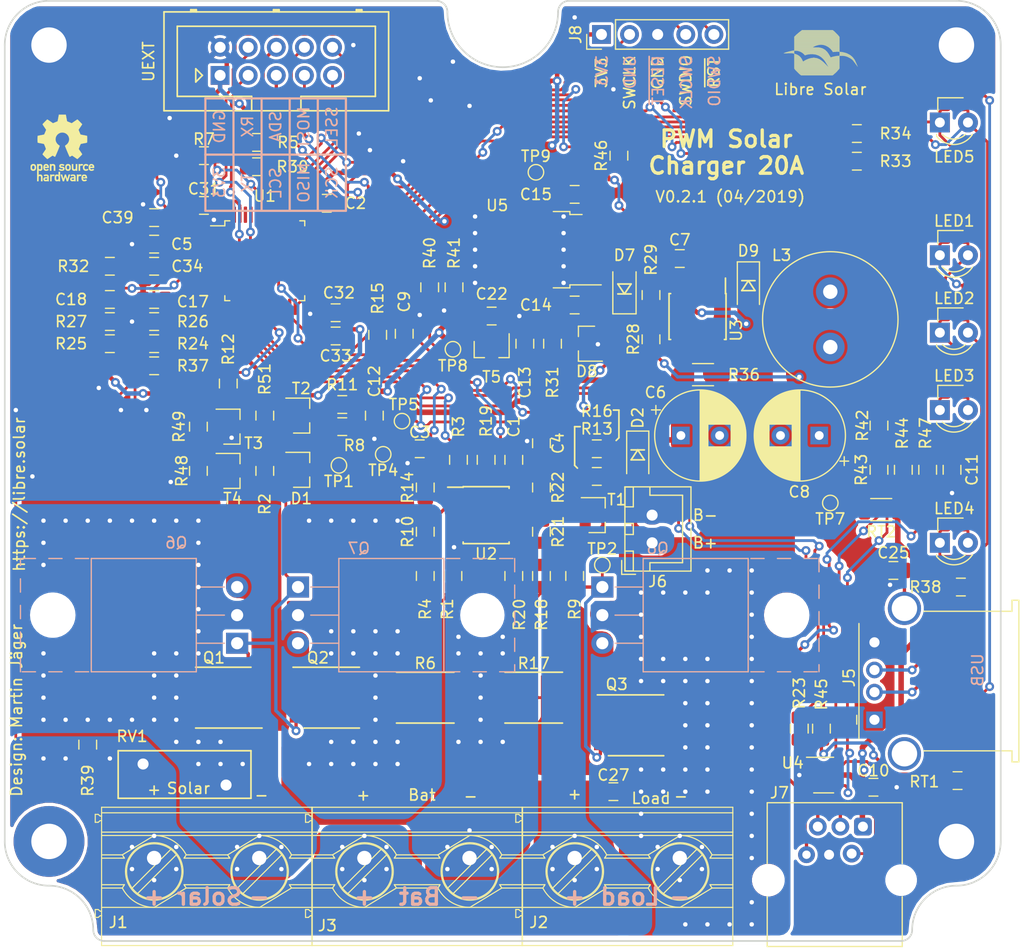
<source format=kicad_pcb>
(kicad_pcb (version 20171130) (host pcbnew 5.1.0)
  (title_block (title "PWM Charger 20A") (date 2019-02-01) (rev 0.1) (company "Libre Solar") (comment 1 "Design: Martin Jäger") (comment 2 "Website: http://libre.solar"))
  (layers (0 Top signal) (31 Bottom signal) (34 B.Paste user hide) (35 F.Paste user hide) (36 B.SilkS user hide) (37 F.SilkS user) (38 B.Mask user hide) (39 F.Mask user hide) (44 Edge.Cuts user))
  (net 0 "")
  (net 1 GND)
  (net 2 +3V3)
  (net 3 +5V)
  (net 4 /MCU/~RESET)
  (net 5 /MCU/BOOT0)
  (net 6 "Net-(D1-Pad2)")
  (net 7 /MCU/I2C1_SCL)
  (net 8 /MCU/I2C1_SDA)
  (net 9 /MCU/SPI1_MISO)
  (net 10 /MCU/SPI1_MOSI)
  (net 11 /MCU/SPI1_SCK)
  (net 12 /MCU/SSEL)
  (net 13 "Net-(R11-Pad1)")
  (net 14 "Net-(R13-Pad1)")
  (net 15 "Net-(R20-Pad1)")
  (net 16 /MCU/USART1_TX)
  (net 17 /MCU/USART1_RX)
  (net 18 /MCU/SWDIO)
  (net 19 /MCU/SWCLK)
  (net 20 "Net-(C25-Pad1)")
  (net 21 /MCU/USART2_TX)
  (net 22 /MCU/USART2_RX)
  (net 23 "Net-(J5-Pad3)")
  (net 24 "Net-(J5-Pad2)")
  (net 25 DAC)
  (net 26 V_BAT)
  (net 27 V_SOLAR)
  (net 28 I_LOAD)
  (net 29 "Net-(D8-Pad1)")
  (net 30 "Net-(R16-Pad1)")
  (net 31 BAT+)
  (net 32 SOLAR-)
  (net 33 I_SOLAR)
  (net 34 "Net-(R36-Pad1)")
  (net 35 "Net-(D9-Pad1)")
  (net 36 "Net-(C7-Pad1)")
  (net 37 LOAD-)
  (net 38 "Net-(D7-Pad1)")
  (net 39 LOAD_DIS)
  (net 40 USB_PWR_DIS)
  (net 41 PWM)
  (net 42 /MCU/LED_A)
  (net 43 /MCU/LED_B)
  (net 44 /MCU/LED_C)
  (net 45 "/PWM power stage/L_SHUNT+")
  (net 46 "Net-(R8-Pad2)")
  (net 47 "Net-(R12-Pad1)")
  (net 48 "Net-(R10-Pad2)")
  (net 49 "Net-(R10-Pad1)")
  (net 50 "Net-(R1-Pad1)")
  (net 51 "Net-(R18-Pad1)")
  (net 52 "Net-(R21-Pad2)")
  (net 53 "/PWM power stage/S_SHUNT-")
  (net 54 "Net-(LED1-Pad2)")
  (net 55 "Net-(Q3-PadG)")
  (net 56 "Net-(J7-Pad6)")
  (net 57 "Net-(MK1-Pad1)")
  (net 58 T_BAT)
  (net 59 VDDA)
  (net 60 I_LOAD_COMP)
  (net 61 "Net-(U1-Pad2)")
  (net 62 "Net-(U1-Pad3)")
  (net 63 "Net-(U1-Pad4)")
  (net 64 "Net-(U1-Pad5)")
  (net 65 "Net-(U1-Pad6)")
  (net 66 "Net-(U1-Pad18)")
  (net 67 "Net-(U1-Pad21)")
  (net 68 "Net-(U1-Pad22)")
  (net 69 "Net-(U1-Pad45)")
  (net 70 "Net-(U1-Pad46)")
  (net 71 /MCU/BUTTON)
  (net 72 /MCU/TEMP_INT_PD)
  (net 73 /MCU/TEMP_EXT)
  (net 74 "Net-(C10-Pad1)")
  (net 75 "/PWM power stage/GQ12")
  (net 76 "Net-(R48-Pad1)")
  (net 77 "Net-(C13-Pad1)")
  (net 78 "Net-(R51-Pad1)")
  (net 79 +12V)
  (net 80 "Net-(LED4-Pad1)")
  (net 81 /MCU/TX)
  (net 82 /MCU/RX)
  (module LibreSolar:D_SOD-123 (layer Top) (at 154.5 79 90)
    (fp_text reference D7 (at 3 0 180) (layer F.SilkS))
    (fp_text value 1N4148)
    (pad 1 smd roundrect (at -1.65 0 90) (size 1 1.2) (layers Top F.Paste F.Mask) (roundrect_rratio 0.2) (net 38 "Net-(D7-Pad1)"))
    (pad 2 smd roundrect (at 1.65 0 90) (size 1 1.2) (layers Top F.Paste F.Mask) (roundrect_rratio 0.2) (net 40 USB_PWR_DIS))
  )
  (module LibreSolar:D_SOD-123F (layer Top) (at 165.7 78.8 270)
    (fp_text reference D9 (at -3.2 0) (layer F.SilkS))
    (fp_text value SS14FL)
    (pad 1 smd roundrect (at -1.4 0 270) (size 1.2 1.1) (layers Top F.Paste F.Mask) (roundrect_rratio 0.2) (net 35 "Net-(D9-Pad1)"))
    (pad 2 smd roundrect (at 1.4 0 270) (size 1.2 1.1) (layers Top F.Paste F.Mask) (roundrect_rratio 0.2) (net 37 LOAD-))
  )
  (module LibreSolar:D_SOD-123F (layer Top) (at 155.7 94.1 270)
    (fp_text reference D2 (at -3.4 0 270) (layer F.SilkS))
    (fp_text value SS14FL)
    (pad 1 smd roundrect (at -1.4 0 270) (size 1.2 1.1) (layers Top F.Paste F.Mask) (roundrect_rratio 0.2) (net 77 "Net-(C13-Pad1)"))
    (pad 2 smd roundrect (at 1.4 0 270) (size 1.2 1.1) (layers Top F.Paste F.Mask) (roundrect_rratio 0.2) (net 31 BAT+))
  )
  (module LibreSolar:LED_0603_D3.0mm (layer Top) (at 184.3 62.5)
    (fp_text reference LED5 (at 0 4.6) (layer F.SilkS))
    (fp_text value green)
    (pad 1 smd roundrect (at -0.7875 0) (size 0.875 0.95) (layers Top F.Paste F.Mask) (net 43 /MCU/LED_B))
    (pad 2 smd roundrect (at 0.7875 0) (size 0.875 0.95) (layers Top F.Paste F.Mask) (net 80 "Net-(LED4-Pad1)"))
    (pad 2 thru_hole circle (at 1.24 1.5) (size 1.8 1.8) (drill 0.9) (layers *.Cu *.Mask) (net 80 "Net-(LED4-Pad1)"))
    (pad 1 thru_hole rect (at -1.3 1.5) (size 1.8 1.8) (drill 0.9) (layers *.Cu *.Mask) (net 43 /MCU/LED_B))
  )
  (module LibreSolar:LED_0603_D3.0mm (layer Top) (at 184.3 100.5)
    (fp_text reference LED4 (at 0 -1.6) (layer F.SilkS))
    (fp_text value green)
    (pad 1 smd roundrect (at -0.7875 0) (size 0.875 0.95) (layers Top F.Paste F.Mask) (net 80 "Net-(LED4-Pad1)"))
    (pad 2 smd roundrect (at 0.7875 0) (size 0.875 0.95) (layers Top F.Paste F.Mask) (net 43 /MCU/LED_B))
    (pad 2 thru_hole circle (at 1.24 1.5) (size 1.8 1.8) (drill 0.9) (layers *.Cu *.Mask) (net 43 /MCU/LED_B))
    (pad 1 thru_hole rect (at -1.3 1.5) (size 1.8 1.8) (drill 0.9) (layers *.Cu *.Mask) (net 80 "Net-(LED4-Pad1)"))
  )
  (module LibreSolar:LED_0603_D3.0mm (layer Top) (at 184.3 88.5)
    (fp_text reference LED3 (at 0 -1.6) (layer F.SilkS))
    (fp_text value yellow)
    (pad 1 smd roundrect (at -0.7875 0) (size 0.875 0.95) (layers Top F.Paste F.Mask) (net 44 /MCU/LED_C))
    (pad 2 smd roundrect (at 0.7875 0) (size 0.875 0.95) (layers Top F.Paste F.Mask) (net 54 "Net-(LED1-Pad2)"))
    (pad 2 thru_hole circle (at 1.24 1.5) (size 1.8 1.8) (drill 0.9) (layers *.Cu *.Mask) (net 54 "Net-(LED1-Pad2)"))
    (pad 1 thru_hole rect (at -1.3 1.5) (size 1.8 1.8) (drill 0.9) (layers *.Cu *.Mask) (net 44 /MCU/LED_C))
  )
  (module LibreSolar:LED_0603_D3.0mm (layer Top) (at 184.3 81.5)
    (fp_text reference LED2 (at 0 -1.6) (layer F.SilkS))
    (fp_text value yellow)
    (pad 1 smd roundrect (at -0.7875 0) (size 0.875 0.95) (layers Top F.Paste F.Mask) (net 54 "Net-(LED1-Pad2)"))
    (pad 2 smd roundrect (at 0.7875 0) (size 0.875 0.95) (layers Top F.Paste F.Mask) (net 43 /MCU/LED_B))
    (pad 2 thru_hole circle (at 1.24 1.5) (size 1.8 1.8) (drill 0.9) (layers *.Cu *.Mask) (net 43 /MCU/LED_B))
    (pad 1 thru_hole rect (at -1.3 1.5) (size 1.8 1.8) (drill 0.9) (layers *.Cu *.Mask) (net 54 "Net-(LED1-Pad2)"))
  )
  (module LibreSolar:LED_0603_D3.0mm (layer Top) (at 184.3 74.5)
    (fp_text reference LED1 (at 0 -1.6) (layer F.SilkS))
    (fp_text value yellow)
    (pad 1 smd roundrect (at -0.7875 0) (size 0.875 0.95) (layers Top F.Paste F.Mask) (net 43 /MCU/LED_B))
    (pad 2 smd roundrect (at 0.7875 0) (size 0.875 0.95) (layers Top F.Paste F.Mask) (net 54 "Net-(LED1-Pad2)"))
    (pad 2 thru_hole circle (at 1.24 1.5) (size 1.8 1.8) (drill 0.9) (layers *.Cu *.Mask) (net 54 "Net-(LED1-Pad2)"))
    (pad 1 thru_hole rect (at -1.3 1.5) (size 1.8 1.8) (drill 0.9) (layers *.Cu *.Mask) (net 43 /MCU/LED_B))
  )
  (module LibreSolar:5X6_MOSFET (layer Top) (at 155.05 118.5 270)
    (fp_text reference Q3 (at -3.7 1.25) (layer F.SilkS))
    (fp_text value PSMN7R5-60YLX hide)
    (pad D smd rect (at 1.15 -2) (size 0.6 0.9) (layers Top F.Paste) (net 37 LOAD-))
    (pad D smd rect (at 0 -2) (size 0.6 0.9) (layers Top F.Paste) (net 37 LOAD-))
    (pad D smd rect (at -1.15 -2) (size 0.6 0.9) (layers Top F.Paste) (net 37 LOAD-))
    (pad D smd rect (at -1.15 -0.3) (size 0.6 0.9) (layers Top F.Paste) (net 37 LOAD-))
    (pad D smd rect (at -1.15 0.55) (size 0.6 0.9) (layers Top F.Paste) (net 37 LOAD-))
    (pad D smd rect (at -1.15 -1.15) (size 0.6 0.9) (layers Top F.Paste) (net 37 LOAD-))
    (pad D smd rect (at 1.15 -0.3) (size 0.6 0.9) (layers Top F.Paste) (net 37 LOAD-))
    (pad D smd rect (at 1.15 0.55) (size 0.6 0.9) (layers Top F.Paste) (net 37 LOAD-))
    (pad D smd rect (at 1.15 -1.15) (size 0.6 0.9) (layers Top F.Paste) (net 37 LOAD-))
    (pad D smd rect (at 0 -1.15) (size 0.6 0.9) (layers Top F.Paste) (net 37 LOAD-))
    (pad D smd rect (at 0 0.55) (size 0.6 0.9) (layers Top F.Paste) (net 37 LOAD-))
    (pad D smd rect (at -1.875 -3 270) (size 0.6 0.9) (layers Top F.Paste) (net 37 LOAD-))
    (pad D smd rect (at 1.875 -3 270) (size 0.6 0.9) (layers Top F.Paste) (net 37 LOAD-))
    (pad D smd rect (at -0.6 -3 270) (size 0.6 0.9) (layers Top F.Paste) (net 37 LOAD-))
    (pad S smd rect (at -0.635 2.725 270) (size 0.7 1.15) (layers Top F.Paste F.Mask) (net 45 "/PWM power stage/L_SHUNT+"))
    (pad S smd rect (at -1.905 2.725 270) (size 0.7 1.15) (layers Top F.Paste F.Mask) (net 45 "/PWM power stage/L_SHUNT+"))
    (pad S smd rect (at 0.635 2.725 270) (size 0.7 1.15) (layers Top F.Paste F.Mask) (net 45 "/PWM power stage/L_SHUNT+"))
    (pad D smd rect (at 0 -2.75 270) (size 4.7 1.55) (layers Top F.Mask) (net 37 LOAD-))
    (pad D smd rect (at 0 -0.45 270) (size 4.2 3.1) (layers Top F.Mask) (net 37 LOAD-))
    (pad G smd rect (at 1.905 2.725 270) (size 0.7 1.15) (layers Top F.Paste F.Mask) (net 55 "Net-(Q3-PadG)"))
    (pad D smd rect (at 0.6 -3 270) (size 0.6 0.9) (layers Top F.Paste) (net 37 LOAD-))
    (pad D smd rect (at 0 -0.3) (size 0.6 0.9) (layers Top F.Paste) (net 37 LOAD-))
  )
  (module LibreSolar:5X6_MOSFET (layer Top) (at 127.55 116 270)
    (fp_text reference Q2 (at -3.6 0.75 180) (layer F.SilkS))
    (fp_text value PSMN7R5-60YLX hide)
    (pad D smd rect (at 1.15 -2) (size 0.6 0.9) (layers Top F.Paste) (net 53 "/PWM power stage/S_SHUNT-"))
    (pad D smd rect (at 0 -2) (size 0.6 0.9) (layers Top F.Paste) (net 53 "/PWM power stage/S_SHUNT-"))
    (pad D smd rect (at -1.15 -2) (size 0.6 0.9) (layers Top F.Paste) (net 53 "/PWM power stage/S_SHUNT-"))
    (pad D smd rect (at -1.15 -0.3) (size 0.6 0.9) (layers Top F.Paste) (net 53 "/PWM power stage/S_SHUNT-"))
    (pad D smd rect (at -1.15 0.55) (size 0.6 0.9) (layers Top F.Paste) (net 53 "/PWM power stage/S_SHUNT-"))
    (pad D smd rect (at -1.15 -1.15) (size 0.6 0.9) (layers Top F.Paste) (net 53 "/PWM power stage/S_SHUNT-"))
    (pad D smd rect (at 1.15 -0.3) (size 0.6 0.9) (layers Top F.Paste) (net 53 "/PWM power stage/S_SHUNT-"))
    (pad D smd rect (at 1.15 0.55) (size 0.6 0.9) (layers Top F.Paste) (net 53 "/PWM power stage/S_SHUNT-"))
    (pad D smd rect (at 1.15 -1.15) (size 0.6 0.9) (layers Top F.Paste) (net 53 "/PWM power stage/S_SHUNT-"))
    (pad D smd rect (at 0 -1.15) (size 0.6 0.9) (layers Top F.Paste) (net 53 "/PWM power stage/S_SHUNT-"))
    (pad D smd rect (at 0 0.55) (size 0.6 0.9) (layers Top F.Paste) (net 53 "/PWM power stage/S_SHUNT-"))
    (pad D smd rect (at -1.875 -3 270) (size 0.6 0.9) (layers Top F.Paste) (net 53 "/PWM power stage/S_SHUNT-"))
    (pad D smd rect (at 1.875 -3 270) (size 0.6 0.9) (layers Top F.Paste) (net 53 "/PWM power stage/S_SHUNT-"))
    (pad D smd rect (at -0.6 -3 270) (size 0.6 0.9) (layers Top F.Paste) (net 53 "/PWM power stage/S_SHUNT-"))
    (pad S smd rect (at -0.635 2.725 270) (size 0.7 1.15) (layers Top F.Paste F.Mask) (net 6 "Net-(D1-Pad2)"))
    (pad S smd rect (at -1.905 2.725 270) (size 0.7 1.15) (layers Top F.Paste F.Mask) (net 6 "Net-(D1-Pad2)"))
    (pad S smd rect (at 0.635 2.725 270) (size 0.7 1.15) (layers Top F.Paste F.Mask) (net 6 "Net-(D1-Pad2)"))
    (pad D smd rect (at 0 -2.75 270) (size 4.7 1.55) (layers Top F.Mask) (net 53 "/PWM power stage/S_SHUNT-"))
    (pad D smd rect (at 0 -0.45 270) (size 4.2 3.1) (layers Top F.Mask) (net 53 "/PWM power stage/S_SHUNT-"))
    (pad G smd rect (at 1.905 2.725 270) (size 0.7 1.15) (layers Top F.Paste F.Mask) (net 75 "/PWM power stage/GQ12"))
    (pad D smd rect (at 0.6 -3 270) (size 0.6 0.9) (layers Top F.Paste) (net 53 "/PWM power stage/S_SHUNT-"))
    (pad D smd rect (at 0 -0.3) (size 0.6 0.9) (layers Top F.Paste) (net 53 "/PWM power stage/S_SHUNT-"))
  )
  (module LibreSolar:5X6_MOSFET (layer Top) (at 118.75 116 90)
    (fp_text reference Q1 (at 3.6 -1.35 180) (layer F.SilkS))
    (fp_text value PSMN7R5-60YLX hide)
    (pad D smd rect (at 1.15 -2 180) (size 0.6 0.9) (layers Top F.Paste) (net 32 SOLAR-))
    (pad D smd rect (at 0 -2 180) (size 0.6 0.9) (layers Top F.Paste) (net 32 SOLAR-))
    (pad D smd rect (at -1.15 -2 180) (size 0.6 0.9) (layers Top F.Paste) (net 32 SOLAR-))
    (pad D smd rect (at -1.15 -0.3 180) (size 0.6 0.9) (layers Top F.Paste) (net 32 SOLAR-))
    (pad D smd rect (at -1.15 0.55 180) (size 0.6 0.9) (layers Top F.Paste) (net 32 SOLAR-))
    (pad D smd rect (at -1.15 -1.15 180) (size 0.6 0.9) (layers Top F.Paste) (net 32 SOLAR-))
    (pad D smd rect (at 1.15 -0.3 180) (size 0.6 0.9) (layers Top F.Paste) (net 32 SOLAR-))
    (pad D smd rect (at 1.15 0.55 180) (size 0.6 0.9) (layers Top F.Paste) (net 32 SOLAR-))
    (pad D smd rect (at 1.15 -1.15 180) (size 0.6 0.9) (layers Top F.Paste) (net 32 SOLAR-))
    (pad D smd rect (at 0 -1.15 180) (size 0.6 0.9) (layers Top F.Paste) (net 32 SOLAR-))
    (pad D smd rect (at 0 0.55 180) (size 0.6 0.9) (layers Top F.Paste) (net 32 SOLAR-))
    (pad D smd rect (at -1.875 -3 90) (size 0.6 0.9) (layers Top F.Paste) (net 32 SOLAR-))
    (pad D smd rect (at 1.875 -3 90) (size 0.6 0.9) (layers Top F.Paste) (net 32 SOLAR-))
    (pad D smd rect (at -0.6 -3 90) (size 0.6 0.9) (layers Top F.Paste) (net 32 SOLAR-))
    (pad S smd rect (at -0.635 2.725 90) (size 0.7 1.15) (layers Top F.Paste F.Mask) (net 6 "Net-(D1-Pad2)"))
    (pad S smd rect (at -1.905 2.725 90) (size 0.7 1.15) (layers Top F.Paste F.Mask) (net 6 "Net-(D1-Pad2)"))
    (pad S smd rect (at 0.635 2.725 90) (size 0.7 1.15) (layers Top F.Paste F.Mask) (net 6 "Net-(D1-Pad2)"))
    (pad D smd rect (at 0 -2.75 90) (size 4.7 1.55) (layers Top F.Mask) (net 32 SOLAR-))
    (pad D smd rect (at 0 -0.45 90) (size 4.2 3.1) (layers Top F.Mask) (net 32 SOLAR-))
    (pad G smd rect (at 1.905 2.725 90) (size 0.7 1.15) (layers Top F.Paste F.Mask) (net 75 "/PWM power stage/GQ12"))
    (pad D smd rect (at 0.6 -3 90) (size 0.6 0.9) (layers Top F.Paste) (net 32 SOLAR-))
    (pad D smd rect (at 0 -0.3 180) (size 0.6 0.9) (layers Top F.Paste) (net 32 SOLAR-))
  )
  (module Connector_JST:JST_XH_B02B-XH-A_1x02_P2.50mm_Vertical (layer Top) (at 157 102 90)
    (fp_text reference J6 (at -3.5 0.5 180) (layer F.SilkS))
    (fp_text value PWR_12V)
    (pad 1 thru_hole roundrect (at 0 0 90) (size 1.7 2) (drill 1) (layers *.Cu *.Mask) (roundrect_rratio 0.147059) (net 31 BAT+))
    (pad 2 thru_hole oval (at 2.5 0 90) (size 1.7 2) (drill 1) (layers *.Cu *.Mask) (net 1 GND))
  )
  (module TestPoint:TestPoint_Pad_D1.0mm (layer Top) (at 128.7 95 180)
    (fp_text reference TP1 (at 0 -1.448 180) (layer F.SilkS))
    (fp_text value G_PWM)
    (pad 1 smd circle (at 0 0 180) (size 1 1) (layers Top F.Mask) (net 75 "/PWM power stage/GQ12"))
  )
  (module Diode_SMD:D_SOT-23_ANK (layer Top) (at 125.3 95.4)
    (fp_text reference D1 (at 0 2.6) (layer F.SilkS))
    (fp_text value 12V)
    (pad 1 smd rect (at 1 0) (size 0.9 0.8) (layers Top F.Paste F.Mask) (net 75 "/PWM power stage/GQ12"))
    (pad "" smd rect (at -1 0.95) (size 0.9 0.8) (layers Top F.Paste F.Mask))
    (pad 2 smd rect (at -1 -0.95) (size 0.9 0.8) (layers Top F.Paste F.Mask) (net 6 "Net-(D1-Pad2)"))
  )
  (module Diode_SMD:D_SOT-23_ANK (layer Top) (at 151.1 84 180)
    (fp_text reference D8 (at 0 -2.5 180) (layer F.SilkS))
    (fp_text value 12V)
    (pad 2 smd rect (at -1 -0.95 180) (size 0.9 0.8) (layers Top F.Paste F.Mask) (net 1 GND))
    (pad "" smd rect (at -1 0.95 180) (size 0.9 0.8) (layers Top F.Paste F.Mask))
    (pad 1 smd rect (at 1 0 180) (size 0.9 0.8) (layers Top F.Paste F.Mask) (net 29 "Net-(D8-Pad1)"))
  )
  (module LibreSolar:C_0805_2012 (layer Top) (at 150 70.5 180)
    (fp_text reference C15 (at 3.5 0 180) (layer F.SilkS))
    (fp_text value 4.7u)
    (pad 1 smd roundrect (at -1 0 180) (size 1.1 1.4) (layers Top F.Paste F.Mask) (roundrect_rratio 0.2) (net 2 +3V3))
    (pad 2 smd roundrect (at 1 0 180) (size 1.1 1.4) (layers Top F.Paste F.Mask) (roundrect_rratio 0.2) (net 1 GND))
  )
  (module LibreSolar:C_0805_2012 (layer Top) (at 150 80.5 180)
    (fp_text reference C14 (at 3.5 0 180) (layer F.SilkS))
    (fp_text value 1u)
    (pad 2 smd roundrect (at 1 0 180) (size 1.1 1.4) (layers Top F.Paste F.Mask) (roundrect_rratio 0.2) (net 1 GND))
    (pad 1 smd roundrect (at -1 0 180) (size 1.1 1.4) (layers Top F.Paste F.Mask) (roundrect_rratio 0.2) (net 77 "Net-(C13-Pad1)"))
  )
  (module LibreSolar:C_0805_2012 (layer Top) (at 145.5 84 90)
    (fp_text reference C13 (at -3.5 0 90) (layer F.SilkS))
    (fp_text value 1u)
    (pad 1 smd roundrect (at -1 0 90) (size 1.1 1.4) (layers Top F.Paste F.Mask) (roundrect_rratio 0.2) (net 77 "Net-(C13-Pad1)"))
    (pad 2 smd roundrect (at 1 0 90) (size 1.1 1.4) (layers Top F.Paste F.Mask) (roundrect_rratio 0.2) (net 1 GND))
  )
  (module LibreSolar:R_0805_2012 (layer Top) (at 122 90.5 90)
    (fp_text reference R51 (at 3.3 0 90) (layer F.SilkS))
    (fp_text value 120k)
    (pad 1 smd roundrect (at -1 0 90) (size 1.1 1.4) (layers Top F.Paste F.Mask) (roundrect_rratio 0.2) (net 78 "Net-(R51-Pad1)"))
    (pad 2 smd roundrect (at 1 0 90) (size 1.1 1.4) (layers Top F.Paste F.Mask) (roundrect_rratio 0.2) (net 13 "Net-(R11-Pad1)"))
  )
  (module Package_TO_SOT_SMD:TO-252-2 (layer Top) (at 147.1 75.5 180)
    (fp_text reference U5 (at 4.1 4 180) (layer F.SilkS))
    (fp_text value LP2950-3.3_TO252)
    (pad 1 smd rect (at -4.2 -2.28 180) (size 2.2 1.2) (layers Top F.Paste F.Mask) (net 77 "Net-(C13-Pad1)"))
    (pad 3 smd rect (at -4.2 2.28 180) (size 2.2 1.2) (layers Top F.Paste F.Mask) (net 2 +3V3))
    (pad 2 smd rect (at 2.1 0 180) (size 6.4 5.8) (layers Top F.Mask) (net 1 GND))
  )
  (module TestPoint:TestPoint_Pad_D1.0mm (layer Top) (at 152.5 104)
    (fp_text reference TP2 (at 0 -1.448) (layer F.SilkS))
    (fp_text value G_LOAD)
    (pad 1 smd circle (at 0 0) (size 1 1) (layers Top F.Mask) (net 55 "Net-(Q3-PadG)"))
  )
  (module LibreSolar:C_0805_2012 (layer Top) (at 131.9 90.5 270)
    (fp_text reference C12 (at -3.1 0 270) (layer F.SilkS))
    (fp_text value 100n)
    (pad 1 smd roundrect (at -1 0 270) (size 1.1 1.4) (layers Top F.Paste F.Mask) (roundrect_rratio 0.2) (net 79 +12V))
    (pad 2 smd roundrect (at 1 0 270) (size 1.1 1.4) (layers Top F.Paste F.Mask) (roundrect_rratio 0.2) (net 1 GND))
  )
  (module LibreSolar:USB_A_Wuerth_61400416021_Horizontal (layer Top) (at 177.09 118 90)
    (fp_text reference J5 (at 3.8 -2.29 270) (layer F.SilkS))
    (fp_text value USB_A)
    (pad 4 thru_hole circle (at 7 0 90) (size 1.5 1.5) (drill 0.92) (layers *.Cu *.Mask) (net 37 LOAD-))
    (pad 3 thru_hole circle (at 4.5 0 90) (size 1.5 1.5) (drill 0.92) (layers *.Cu *.Mask) (net 23 "Net-(J5-Pad3)"))
    (pad 2 thru_hole circle (at 2.5 0 90) (size 1.5 1.5) (drill 0.92) (layers *.Cu *.Mask) (net 24 "Net-(J5-Pad2)"))
    (pad 5 thru_hole circle (at 10.07 2.71 90) (size 3 3) (drill 2.3) (layers *.Cu *.Mask) (net 20 "Net-(C25-Pad1)"))
    (pad ~ thru_hole circle (at -3.07 2.71 90) (size 3 3) (drill 2.3) (layers *.Cu *.Mask))
    (pad 1 thru_hole rect (at 0 0 90) (size 1.5 1.5) (drill 0.92) (layers *.Cu *.Mask) (net 3 +5V))
  )
  (module LibreSolar:R_0805_2012 (layer Top) (at 116 91.5 270)
    (fp_text reference R49 (at 0 1.75 270) (layer F.SilkS))
    (fp_text value 120k)
    (pad 1 smd roundrect (at -1 0 270) (size 1.1 1.4) (layers Top F.Paste F.Mask) (roundrect_rratio 0.2) (net 47 "Net-(R12-Pad1)"))
    (pad 2 smd roundrect (at 1 0 270) (size 1.1 1.4) (layers Top F.Paste F.Mask) (roundrect_rratio 0.2) (net 1 GND))
  )
  (module LibreSolar:R_0805_2012 (layer Top) (at 116 95.5 270)
    (fp_text reference R48 (at 0 1.5 270) (layer F.SilkS))
    (fp_text value 120k)
    (pad 1 smd roundrect (at -1 0 270) (size 1.1 1.4) (layers Top F.Paste F.Mask) (roundrect_rratio 0.2) (net 76 "Net-(R48-Pad1)"))
    (pad 2 smd roundrect (at 1 0 270) (size 1.1 1.4) (layers Top F.Paste F.Mask) (roundrect_rratio 0.2) (net 32 SOLAR-))
  )
  (module LibreSolar:SOT-23 (layer Top) (at 142.5 84.5 270)
    (fp_text reference T5 (at 2.5 0) (layer F.SilkS))
    (fp_text value MMBT3904)
    (pad 1 smd roundrect (at -1.05 -0.95 270) (size 1 0.9) (layers Top F.Paste F.Mask) (roundrect_rratio 0.2) (net 29 "Net-(D8-Pad1)"))
    (pad 2 smd roundrect (at -1.05 0.95 270) (size 1 0.9) (layers Top F.Paste F.Mask) (roundrect_rratio 0.2) (net 79 +12V))
    (pad 3 smd roundrect (at 1.05 0 270) (size 1 0.9) (layers Top F.Paste F.Mask) (roundrect_rratio 0.2) (net 77 "Net-(C13-Pad1)"))
  )
  (module LibreSolar:SOT-23 (layer Top) (at 119 95.5)
    (fp_text reference T4 (at 0.1 2.5 180) (layer F.SilkS))
    (fp_text value MMBT3904)
    (pad 3 smd roundrect (at 1.05 0) (size 1 0.9) (layers Top F.Paste F.Mask) (roundrect_rratio 0.2) (net 75 "/PWM power stage/GQ12"))
    (pad 2 smd roundrect (at -1.05 0.95) (size 1 0.9) (layers Top F.Paste F.Mask) (roundrect_rratio 0.2) (net 6 "Net-(D1-Pad2)"))
    (pad 1 smd roundrect (at -1.05 -0.95) (size 1 0.9) (layers Top F.Paste F.Mask) (roundrect_rratio 0.2) (net 76 "Net-(R48-Pad1)"))
  )
  (module LibreSolar:C_0805_2012 (layer Top) (at 184.1 95.4 270)
    (fp_text reference C11 (at 0 -1.8 270) (layer F.SilkS))
    (fp_text value 100n)
    (pad 1 smd roundrect (at -1 0 270) (size 1.1 1.4) (layers Top F.Paste F.Mask) (roundrect_rratio 0.2) (net 71 /MCU/BUTTON))
    (pad 2 smd roundrect (at 1 0 270) (size 1.1 1.4) (layers Top F.Paste F.Mask) (roundrect_rratio 0.2) (net 1 GND))
  )
  (module LibreSolar:R_0805_2012 (layer Top) (at 181.9 95.4 90)
    (fp_text reference R47 (at 3.3 -0.2 90) (layer F.SilkS))
    (fp_text value 2.2k)
    (pad 2 smd roundrect (at 1 0 90) (size 1.1 1.4) (layers Top F.Paste F.Mask) (roundrect_rratio 0.2) (net 71 /MCU/BUTTON))
    (pad 1 smd roundrect (at -1 0 90) (size 1.1 1.4) (layers Top F.Paste F.Mask) (roundrect_rratio 0.2) (net 56 "Net-(J7-Pad6)"))
  )
  (module LibreSolar:R_0805_2012 (layer Top) (at 154 67 90)
    (fp_text reference R46 (at 0 -1.6 90) (layer F.SilkS))
    (fp_text value 120k)
    (pad 1 smd roundrect (at -1 0 90) (size 1.1 1.4) (layers Top F.Paste F.Mask) (roundrect_rratio 0.2) (net 2 +3V3))
    (pad 2 smd roundrect (at 1 0 90) (size 1.1 1.4) (layers Top F.Paste F.Mask) (roundrect_rratio 0.2) (net 71 /MCU/BUTTON))
  )
  (module LibreSolar:R_0805_2012 (layer Top) (at 177.5 91.4 270)
    (fp_text reference R42 (at 0 1.5 270) (layer F.SilkS))
    (fp_text value 120k)
    (pad 2 smd roundrect (at 1 0 270) (size 1.1 1.4) (layers Top F.Paste F.Mask) (roundrect_rratio 0.2) (net 17 /MCU/USART1_RX))
    (pad 1 smd roundrect (at -1 0 270) (size 1.1 1.4) (layers Top F.Paste F.Mask) (roundrect_rratio 0.2) (net 2 +3V3))
  )
  (module LibreSolar:R_0805_2012 (layer Top) (at 177.5 95.4 90)
    (fp_text reference R43 (at 0 -1.6 90) (layer F.SilkS))
    (fp_text value 470)
    (pad 1 smd roundrect (at -1 0 90) (size 1.1 1.4) (layers Top F.Paste F.Mask) (roundrect_rratio 0.2) (net 82 /MCU/RX))
    (pad 2 smd roundrect (at 1 0 90) (size 1.1 1.4) (layers Top F.Paste F.Mask) (roundrect_rratio 0.2) (net 17 /MCU/USART1_RX))
  )
  (module LibreSolar:R_0805_2012 (layer Top) (at 179.7 95.4 90)
    (fp_text reference R44 (at 3.3 -0.1 90) (layer F.SilkS))
    (fp_text value 470)
    (pad 2 smd roundrect (at 1 0 90) (size 1.1 1.4) (layers Top F.Paste F.Mask) (roundrect_rratio 0.2) (net 16 /MCU/USART1_TX))
    (pad 1 smd roundrect (at -1 0 90) (size 1.1 1.4) (layers Top F.Paste F.Mask) (roundrect_rratio 0.2) (net 81 /MCU/TX))
  )
  (module LibreSolar:R_0805_2012 (layer Top) (at 172.3 118.8 90)
    (fp_text reference R45 (at 3.1 0 90) (layer F.SilkS))
    (fp_text value 2.2k)
    (pad 1 smd roundrect (at -1 0 90) (size 1.1 1.4) (layers Top F.Paste F.Mask) (roundrect_rratio 0.2) (net 73 /MCU/TEMP_EXT))
    (pad 2 smd roundrect (at 1 0 90) (size 1.1 1.4) (layers Top F.Paste F.Mask) (roundrect_rratio 0.2) (net 58 T_BAT))
  )
  (module LibreSolar:R_1206_3216 (layer Top) (at 177.7 99 180)
    (fp_text reference RT2 (at 0 -2 180) (layer F.SilkS))
    (fp_text value 200mA)
    (pad 1 smd roundrect (at -1.5 0 180) (size 1 1.8) (layers Top F.Paste F.Mask) (roundrect_rratio 0.2) (net 74 "Net-(C10-Pad1)"))
    (pad 2 smd roundrect (at 1.5 0 180) (size 1 1.8) (layers Top F.Paste F.Mask) (roundrect_rratio 0.2) (net 2 +3V3))
  )
  (module LibreSolar:SOT-23-6 (layer Top) (at 172.5 123)
    (fp_text reference U4 (at -2.8 -1.1) (layer F.SilkS))
    (fp_text value D1213A-04SO)
    (pad 1 smd roundrect (at -1.1 -0.95) (size 1.1 0.65) (layers Top F.Paste F.Mask) (roundrect_rratio 0.2) (net 73 /MCU/TEMP_EXT))
    (pad 2 smd roundrect (at -1.1 0) (size 1.1 0.65) (layers Top F.Paste F.Mask) (roundrect_rratio 0.2) (net 1 GND))
    (pad 3 smd roundrect (at -1.1 0.95) (size 1.1 0.65) (layers Top F.Paste F.Mask) (roundrect_rratio 0.2) (net 56 "Net-(J7-Pad6)"))
    (pad 4 smd roundrect (at 1.1 0.95) (size 1.1 0.65) (layers Top F.Paste F.Mask) (roundrect_rratio 0.2) (net 81 /MCU/TX))
    (pad 6 smd roundrect (at 1.1 -0.95) (size 1.1 0.65) (layers Top F.Paste F.Mask) (roundrect_rratio 0.2) (net 82 /MCU/RX))
    (pad 5 smd roundrect (at 1.1 0) (size 1.1 0.65) (layers Top F.Paste F.Mask) (roundrect_rratio 0.2) (net 74 "Net-(C10-Pad1)"))
  )
  (module LibreSolar:C_0805_2012 (layer Top) (at 127.6 71.3)
    (fp_text reference C2 (at 2.6 0) (layer F.SilkS))
    (fp_text value 100n)
    (pad 2 smd roundrect (at 1 0) (size 1.1 1.4) (layers Top F.Paste F.Mask) (roundrect_rratio 0.2) (net 1 GND))
    (pad 1 smd roundrect (at -1 0) (size 1.1 1.4) (layers Top F.Paste F.Mask) (roundrect_rratio 0.2) (net 2 +3V3))
  )
  (module LibreSolar:C_0805_2012 (layer Top) (at 177 124.1)
    (fp_text reference C10 (at 0 -1.5) (layer F.SilkS))
    (fp_text value 100n)
    (pad 1 smd roundrect (at -1 0) (size 1.1 1.4) (layers Top F.Paste F.Mask) (roundrect_rratio 0.2) (net 74 "Net-(C10-Pad1)"))
    (pad 2 smd roundrect (at 1 0) (size 1.1 1.4) (layers Top F.Paste F.Mask) (roundrect_rratio 0.2) (net 1 GND))
  )
  (module LibreSolar:SOIC-8_3.9x4.9mm_Pitch1.27mm (layer Top) (at 142 99.5)
    (fp_text reference U2 (at 0 3.5) (layer F.SilkS))
    (fp_text value TLV9002)
    (pad 1 smd roundrect (at -2.7 -1.905) (size 1.6 0.6) (layers Top F.Paste F.Mask) (roundrect_rratio 0.2) (net 48 "Net-(R10-Pad2)"))
    (pad 2 smd roundrect (at -2.7 -0.635) (size 1.6 0.6) (layers Top F.Paste F.Mask) (roundrect_rratio 0.2) (net 49 "Net-(R10-Pad1)"))
    (pad 3 smd roundrect (at -2.7 0.635) (size 1.6 0.6) (layers Top F.Paste F.Mask) (roundrect_rratio 0.2) (net 50 "Net-(R1-Pad1)"))
    (pad 4 smd roundrect (at -2.7 1.905) (size 1.6 0.6) (layers Top F.Paste F.Mask) (roundrect_rratio 0.2) (net 1 GND))
    (pad 5 smd roundrect (at 2.7 1.905) (size 1.6 0.6) (layers Top F.Paste F.Mask) (roundrect_rratio 0.2) (net 51 "Net-(R18-Pad1)"))
    (pad 6 smd roundrect (at 2.7 0.635) (size 1.6 0.6) (layers Top F.Paste F.Mask) (roundrect_rratio 0.2) (net 15 "Net-(R20-Pad1)"))
    (pad 7 smd roundrect (at 2.7 -0.635) (size 1.6 0.6) (layers Top F.Paste F.Mask) (roundrect_rratio 0.2) (net 52 "Net-(R21-Pad2)"))
    (pad 8 smd roundrect (at 2.7 -1.905) (size 1.6 0.6) (layers Top F.Paste F.Mask) (roundrect_rratio 0.2) (net 2 +3V3))
  )
  (module Package_QFP:LQFP-48_7x7mm_P0.5mm (layer Top) (at 122 76.5)
    (fp_text reference U1 (at 0 -5.85) (layer F.SilkS))
    (fp_text value STM32L072CZTx)
    (pad 1 smd roundrect (at -4.1625 -2.75) (size 1.475 0.3) (layers Top F.Paste F.Mask) (net 2 +3V3))
    (pad 2 smd roundrect (at -4.1625 -2.25) (size 1.475 0.3) (layers Top F.Paste F.Mask) (net 61 "Net-(U1-Pad2)"))
    (pad 3 smd roundrect (at -4.1625 -1.75) (size 1.475 0.3) (layers Top F.Paste F.Mask) (net 62 "Net-(U1-Pad3)"))
    (pad 4 smd roundrect (at -4.1625 -1.25) (size 1.475 0.3) (layers Top F.Paste F.Mask) (net 63 "Net-(U1-Pad4)"))
    (pad 5 smd roundrect (at -4.1625 -0.75) (size 1.475 0.3) (layers Top F.Paste F.Mask) (net 64 "Net-(U1-Pad5)"))
    (pad 6 smd roundrect (at -4.1625 -0.25) (size 1.475 0.3) (layers Top F.Paste F.Mask) (net 65 "Net-(U1-Pad6)"))
    (pad 7 smd roundrect (at -4.1625 0.25) (size 1.475 0.3) (layers Top F.Paste F.Mask) (net 4 /MCU/~RESET))
    (pad 8 smd roundrect (at -4.1625 0.75) (size 1.475 0.3) (layers Top F.Paste F.Mask) (net 1 GND))
    (pad 9 smd roundrect (at -4.1625 1.25) (size 1.475 0.3) (layers Top F.Paste F.Mask) (net 59 VDDA))
    (pad 10 smd roundrect (at -4.1625 1.75) (size 1.475 0.3) (layers Top F.Paste F.Mask) (net 26 V_BAT))
    (pad 11 smd roundrect (at -4.1625 2.25) (size 1.475 0.3) (layers Top F.Paste F.Mask) (net 27 V_SOLAR))
    (pad 12 smd roundrect (at -4.1625 2.75) (size 1.475 0.3) (layers Top F.Paste F.Mask) (net 21 /MCU/USART2_TX))
    (pad 13 smd roundrect (at -2.75 4.1625) (size 0.3 1.475) (layers Top F.Paste F.Mask) (net 22 /MCU/USART2_RX))
    (pad 14 smd roundrect (at -2.25 4.1625) (size 0.3 1.475) (layers Top F.Paste F.Mask) (net 25 DAC))
    (pad 15 smd roundrect (at -1.75 4.1625) (size 0.3 1.475) (layers Top F.Paste F.Mask) (net 28 I_LOAD))
    (pad 16 smd roundrect (at -1.25 4.1625) (size 0.3 1.475) (layers Top F.Paste F.Mask) (net 33 I_SOLAR))
    (pad 17 smd roundrect (at -0.75 4.1625) (size 0.3 1.475) (layers Top F.Paste F.Mask) (net 58 T_BAT))
    (pad 18 smd roundrect (at -0.25 4.1625) (size 0.3 1.475) (layers Top F.Paste F.Mask) (net 66 "Net-(U1-Pad18)"))
    (pad 19 smd roundrect (at 0.25 4.1625) (size 0.3 1.475) (layers Top F.Paste F.Mask) (net 41 PWM))
    (pad 20 smd roundrect (at 0.75 4.1625) (size 0.3 1.475) (layers Top F.Paste F.Mask) (net 39 LOAD_DIS))
    (pad 21 smd roundrect (at 1.25 4.1625) (size 0.3 1.475) (layers Top F.Paste F.Mask) (net 67 "Net-(U1-Pad21)"))
    (pad 22 smd roundrect (at 1.75 4.1625) (size 0.3 1.475) (layers Top F.Paste F.Mask) (net 68 "Net-(U1-Pad22)"))
    (pad 23 smd roundrect (at 2.25 4.1625) (size 0.3 1.475) (layers Top F.Paste F.Mask) (net 1 GND))
    (pad 24 smd roundrect (at 2.75 4.1625) (size 0.3 1.475) (layers Top F.Paste F.Mask) (net 2 +3V3))
    (pad 25 smd roundrect (at 4.1625 2.75) (size 1.475 0.3) (layers Top F.Paste F.Mask) (net 71 /MCU/BUTTON))
    (pad 26 smd roundrect (at 4.1625 2.25) (size 1.475 0.3) (layers Top F.Paste F.Mask) (net 42 /MCU/LED_A))
    (pad 27 smd roundrect (at 4.1625 1.75) (size 1.475 0.3) (layers Top F.Paste F.Mask) (net 43 /MCU/LED_B))
    (pad 28 smd roundrect (at 4.1625 1.25) (size 1.475 0.3) (layers Top F.Paste F.Mask) (net 44 /MCU/LED_C))
    (pad 29 smd roundrect (at 4.1625 0.75) (size 1.475 0.3) (layers Top F.Paste F.Mask) (net 72 /MCU/TEMP_INT_PD))
    (pad 30 smd roundrect (at 4.1625 0.25) (size 1.475 0.3) (layers Top F.Paste F.Mask) (net 16 /MCU/USART1_TX))
    (pad 31 smd roundrect (at 4.1625 -0.25) (size 1.475 0.3) (layers Top F.Paste F.Mask) (net 17 /MCU/USART1_RX))
    (pad 32 smd roundrect (at 4.1625 -0.75) (size 1.475 0.3) (layers Top F.Paste F.Mask) (net 9 /MCU/SPI1_MISO))
    (pad 33 smd roundrect (at 4.1625 -1.25) (size 1.475 0.3) (layers Top F.Paste F.Mask) (net 10 /MCU/SPI1_MOSI))
    (pad 34 smd roundrect (at 4.1625 -1.75) (size 1.475 0.3) (layers Top F.Paste F.Mask) (net 18 /MCU/SWDIO))
    (pad 35 smd roundrect (at 4.1625 -2.25) (size 1.475 0.3) (layers Top F.Paste F.Mask) (net 1 GND))
    (pad 36 smd roundrect (at 4.1625 -2.75) (size 1.475 0.3) (layers Top F.Paste F.Mask) (net 2 +3V3))
    (pad 37 smd roundrect (at 2.75 -4.1625) (size 0.3 1.475) (layers Top F.Paste F.Mask) (net 19 /MCU/SWCLK))
    (pad 38 smd roundrect (at 2.25 -4.1625) (size 0.3 1.475) (layers Top F.Paste F.Mask) (net 12 /MCU/SSEL))
    (pad 39 smd roundrect (at 1.75 -4.1625) (size 0.3 1.475) (layers Top F.Paste F.Mask) (net 11 /MCU/SPI1_SCK))
    (pad 40 smd roundrect (at 1.25 -4.1625) (size 0.3 1.475) (layers Top F.Paste F.Mask) (net 60 I_LOAD_COMP))
    (pad 41 smd roundrect (at 0.75 -4.1625) (size 0.3 1.475) (layers Top F.Paste F.Mask) (net 40 USB_PWR_DIS))
    (pad 42 smd roundrect (at 0.25 -4.1625) (size 0.3 1.475) (layers Top F.Paste F.Mask) (net 7 /MCU/I2C1_SCL))
    (pad 43 smd roundrect (at -0.25 -4.1625) (size 0.3 1.475) (layers Top F.Paste F.Mask) (net 8 /MCU/I2C1_SDA))
    (pad 44 smd roundrect (at -0.75 -4.1625) (size 0.3 1.475) (layers Top F.Paste F.Mask) (net 5 /MCU/BOOT0))
    (pad 45 smd roundrect (at -1.25 -4.1625) (size 0.3 1.475) (layers Top F.Paste F.Mask) (net 69 "Net-(U1-Pad45)"))
    (pad 46 smd roundrect (at -1.75 -4.1625) (size 0.3 1.475) (layers Top F.Paste F.Mask) (net 70 "Net-(U1-Pad46)"))
    (pad 47 smd roundrect (at -2.25 -4.1625) (size 0.3 1.475) (layers Top F.Paste F.Mask) (net 1 GND))
    (pad 48 smd roundrect (at -2.75 -4.1625) (size 0.3 1.475) (layers Top F.Paste F.Mask) (net 2 +3V3))
  )
  (module LibreSolar:R_0805_2012 (layer Top) (at 136.9 78.9 270)
    (fp_text reference R40 (at -3.1 0 270) (layer F.SilkS))
    (fp_text value 12k)
    (pad 2 smd roundrect (at 1 0 270) (size 1.1 1.4) (layers Top F.Paste F.Mask) (roundrect_rratio 0.2) (net 52 "Net-(R21-Pad2)"))
    (pad 1 smd roundrect (at -1 0 270) (size 1.1 1.4) (layers Top F.Paste F.Mask) (roundrect_rratio 0.2) (net 60 I_LOAD_COMP))
  )
  (module LibreSolar:R_0805_2012 (layer Top) (at 139.1 78.9 90)
    (fp_text reference R41 (at 3.1 0 90) (layer F.SilkS))
    (fp_text value 8.2k)
    (pad 1 smd roundrect (at -1 0 90) (size 1.1 1.4) (layers Top F.Paste F.Mask) (roundrect_rratio 0.2) (net 1 GND))
    (pad 2 smd roundrect (at 1 0 90) (size 1.1 1.4) (layers Top F.Paste F.Mask) (roundrect_rratio 0.2) (net 60 I_LOAD_COMP))
  )
  (module LibreSolar:R_0805_2012 (layer Top) (at 106 120.25 90)
    (fp_text reference R39 (at -3.25 0 90) (layer F.SilkS))
    (fp_text value 12k)
    (pad 1 smd roundrect (at -1 0 90) (size 1.1 1.4) (layers Top F.Paste F.Mask) (roundrect_rratio 0.2) (net 31 BAT+))
    (pad 2 smd roundrect (at 1 0 90) (size 1.1 1.4) (layers Top F.Paste F.Mask) (roundrect_rratio 0.2) (net 32 SOLAR-))
  )
  (module LibreSolar:C_0805_2012 (layer Top) (at 134.6 83.1 90)
    (fp_text reference C9 (at 2.9 0 90) (layer F.SilkS))
    (fp_text value 10n)
    (pad 1 smd roundrect (at -1 0 90) (size 1.1 1.4) (layers Top F.Paste F.Mask) (roundrect_rratio 0.2) (net 58 T_BAT))
    (pad 2 smd roundrect (at 1 0 90) (size 1.1 1.4) (layers Top F.Paste F.Mask) (roundrect_rratio 0.2) (net 1 GND))
  )
  (module LibreSolar:R_0805_2012 (layer Top) (at 184.9 106)
    (fp_text reference R38 (at -3.2 0) (layer F.SilkS))
    (fp_text value 0R)
    (pad 1 smd roundrect (at -1 0) (size 1.1 1.4) (layers Top F.Paste F.Mask) (roundrect_rratio 0.2) (net 23 "Net-(J5-Pad3)"))
    (pad 2 smd roundrect (at 1 0) (size 1.1 1.4) (layers Top F.Paste F.Mask) (roundrect_rratio 0.2) (net 24 "Net-(J5-Pad2)"))
  )
  (module LibreSolar:R_0805_2012 (layer Top) (at 112 86)
    (fp_text reference R37 (at 3.5 0) (layer F.SilkS))
    (fp_text value 120k)
    (pad 1 smd roundrect (at -1 0) (size 1.1 1.4) (layers Top F.Paste F.Mask) (roundrect_rratio 0.2) (net 32 SOLAR-))
    (pad 2 smd roundrect (at 1 0) (size 1.1 1.4) (layers Top F.Paste F.Mask) (roundrect_rratio 0.2) (net 27 V_SOLAR))
  )
  (module MountingHole:MountingHole_3.2mm_M3_Pad (layer Top) (at 102.5 129)
    (fp_text reference MK1 hide)
    (fp_text value Mounting_Hole)
    (pad 1 thru_hole circle (at 0 0) (size 6.4 6.4) (drill 3.2) (layers *.Cu *.Mask) (net 57 "Net-(MK1-Pad1)"))
  )
  (module LibreSolar:C_0805_2012 (layer Top) (at 178.8 104.5 180)
    (fp_text reference C25 (at 0 1.6 180) (layer F.SilkS))
    (fp_text value 100n)
    (pad 2 smd roundrect (at 1 0 180) (size 1.1 1.4) (layers Top F.Paste F.Mask) (roundrect_rratio 0.2) (net 37 LOAD-))
    (pad 1 smd roundrect (at -1 0 180) (size 1.1 1.4) (layers Top F.Paste F.Mask) (roundrect_rratio 0.2) (net 20 "Net-(C25-Pad1)"))
  )
  (module LibreSolar:C_0805_2012 (layer Top) (at 112 80 180)
    (fp_text reference C17 (at -3.5 -0.2 180) (layer F.SilkS))
    (fp_text value 10n)
    (pad 1 smd roundrect (at -1 0 180) (size 1.1 1.4) (layers Top F.Paste F.Mask) (roundrect_rratio 0.2) (net 27 V_SOLAR))
    (pad 2 smd roundrect (at 1 0 180) (size 1.1 1.4) (layers Top F.Paste F.Mask) (roundrect_rratio 0.2) (net 1 GND))
  )
  (module LibreSolar:C_0805_2012 (layer Top) (at 142.5 81.5)
    (fp_text reference C22 (at 0 -2) (layer F.SilkS))
    (fp_text value 4.7u)
    (pad 1 smd roundrect (at -1 0) (size 1.1 1.4) (layers Top F.Paste F.Mask) (roundrect_rratio 0.2) (net 79 +12V))
    (pad 2 smd roundrect (at 1 0) (size 1.1 1.4) (layers Top F.Paste F.Mask) (roundrect_rratio 0.2) (net 1 GND))
  )
  (module LibreSolar:C_0805_2012 (layer Top) (at 159.5 76.3 180)
    (fp_text reference C7 (at 0 1.7 180) (layer F.SilkS))
    (fp_text value 330p)
    (pad 2 smd roundrect (at 1 0 180) (size 1.1 1.4) (layers Top F.Paste F.Mask) (roundrect_rratio 0.2) (net 37 LOAD-))
    (pad 1 smd roundrect (at -1 0 180) (size 1.1 1.4) (layers Top F.Paste F.Mask) (roundrect_rratio 0.2) (net 36 "Net-(C7-Pad1)"))
  )
  (module LibreSolar:C_0805_2012 (layer Top) (at 112 75 180)
    (fp_text reference C5 (at -2.5 0 180) (layer F.SilkS))
    (fp_text value 4.7u)
    (pad 1 smd roundrect (at -1 0 180) (size 1.1 1.4) (layers Top F.Paste F.Mask) (roundrect_rratio 0.2) (net 59 VDDA))
    (pad 2 smd roundrect (at 1 0 180) (size 1.1 1.4) (layers Top F.Paste F.Mask) (roundrect_rratio 0.2) (net 1 GND))
  )
  (module LibreSolar:C_0805_2012 (layer Top) (at 147 93 90)
    (fp_text reference C4 (at 0 1.5 90) (layer F.SilkS))
    (fp_text value 10n)
    (pad 2 smd roundrect (at 1 0 90) (size 1.1 1.4) (layers Top F.Paste F.Mask) (roundrect_rratio 0.2) (net 1 GND))
    (pad 1 smd roundrect (at -1 0 90) (size 1.1 1.4) (layers Top F.Paste F.Mask) (roundrect_rratio 0.2) (net 28 I_LOAD))
  )
  (module LibreSolar:C_0805_2012 (layer Top) (at 136 93.5 180)
    (fp_text reference C3 (at 0 1.5 180) (layer F.SilkS))
    (fp_text value 10n)
    (pad 1 smd roundrect (at -1 0 180) (size 1.1 1.4) (layers Top F.Paste F.Mask) (roundrect_rratio 0.2) (net 33 I_SOLAR))
    (pad 2 smd roundrect (at 1 0 180) (size 1.1 1.4) (layers Top F.Paste F.Mask) (roundrect_rratio 0.2) (net 1 GND))
  )
  (module LibreSolar:C_0805_2012 (layer Top) (at 112 72.6 180)
    (fp_text reference C39 (at 3.3 0 180) (layer F.SilkS))
    (fp_text value 100n)
    (pad 2 smd roundrect (at 1 0 180) (size 1.1 1.4) (layers Top F.Paste F.Mask) (roundrect_rratio 0.2) (net 1 GND))
    (pad 1 smd roundrect (at -1 0 180) (size 1.1 1.4) (layers Top F.Paste F.Mask) (roundrect_rratio 0.2) (net 4 /MCU/~RESET))
  )
  (module LibreSolar:C_0805_2012 (layer Top) (at 112 77 180)
    (fp_text reference C34 (at -3 0 180) (layer F.SilkS))
    (fp_text value 10n)
    (pad 2 smd roundrect (at 1 0 180) (size 1.1 1.4) (layers Top F.Paste F.Mask) (roundrect_rratio 0.2) (net 1 GND))
    (pad 1 smd roundrect (at -1 0 180) (size 1.1 1.4) (layers Top F.Paste F.Mask) (roundrect_rratio 0.2) (net 59 VDDA))
  )
  (module LibreSolar:C_0805_2012 (layer Top) (at 128.4 83.3 180)
    (fp_text reference C33 (at 0 -1.8 180) (layer F.SilkS))
    (fp_text value 4.7u)
    (pad 1 smd roundrect (at -1 0 180) (size 1.1 1.4) (layers Top F.Paste F.Mask) (roundrect_rratio 0.2) (net 2 +3V3))
    (pad 2 smd roundrect (at 1 0 180) (size 1.1 1.4) (layers Top F.Paste F.Mask) (roundrect_rratio 0.2) (net 1 GND))
  )
  (module LibreSolar:C_0805_2012 (layer Top) (at 144.5 94.5 90)
    (fp_text reference C1 (at 3 0 90) (layer F.SilkS))
    (fp_text value 100n)
    (pad 2 smd roundrect (at 1 0 90) (size 1.1 1.4) (layers Top F.Paste F.Mask) (roundrect_rratio 0.2) (net 1 GND))
    (pad 1 smd roundrect (at -1 0 90) (size 1.1 1.4) (layers Top F.Paste F.Mask) (roundrect_rratio 0.2) (net 2 +3V3))
  )
  (module LibreSolar:C_0805_2012 (layer Top) (at 128.4 81.2 180)
    (fp_text reference C32 (at -0.3 1.8 180) (layer F.SilkS))
    (fp_text value 100n)
    (pad 1 smd roundrect (at -1 0 180) (size 1.1 1.4) (layers Top F.Paste F.Mask) (roundrect_rratio 0.2) (net 2 +3V3))
    (pad 2 smd roundrect (at 1 0 180) (size 1.1 1.4) (layers Top F.Paste F.Mask) (roundrect_rratio 0.2) (net 1 GND))
  )
  (module LibreSolar:C_0805_2012 (layer Top) (at 116.5 71.5)
    (fp_text reference C31 (at 0 -1.5) (layer F.SilkS))
    (fp_text value 100n)
    (pad 2 smd roundrect (at 1 0) (size 1.1 1.4) (layers Top F.Paste F.Mask) (roundrect_rratio 0.2) (net 1 GND))
    (pad 1 smd roundrect (at -1 0) (size 1.1 1.4) (layers Top F.Paste F.Mask) (roundrect_rratio 0.2) (net 2 +3V3))
  )
  (module LibreSolar:C_0805_2012 (layer Top) (at 153.5 124.5)
    (fp_text reference C27 (at 0 -1.5) (layer F.SilkS))
    (fp_text value 10n)
    (pad 1 smd roundrect (at -1 0) (size 1.1 1.4) (layers Top F.Paste F.Mask) (roundrect_rratio 0.2) (net 31 BAT+))
    (pad 2 smd roundrect (at 1 0) (size 1.1 1.4) (layers Top F.Paste F.Mask) (roundrect_rratio 0.2) (net 37 LOAD-))
  )
  (module LibreSolar:C_0805_2012 (layer Top) (at 108 80)
    (fp_text reference C18 (at -3.5 0) (layer F.SilkS))
    (fp_text value 10n)
    (pad 2 smd roundrect (at 1 0) (size 1.1 1.4) (layers Top F.Paste F.Mask) (roundrect_rratio 0.2) (net 1 GND))
    (pad 1 smd roundrect (at -1 0) (size 1.1 1.4) (layers Top F.Paste F.Mask) (roundrect_rratio 0.2) (net 26 V_BAT))
  )
  (module Connector_PinHeader_2.54mm:PinHeader_1x05_P2.54mm_Vertical (layer Top) (at 152.42 56.04 90)
    (fp_text reference J8 (at 0 -2.33 90) (layer F.SilkS))
    (fp_text value ST_Nucleo_SWD_5p)
    (pad 1 thru_hole rect (at 0 0 90) (size 1.7 1.7) (drill 1) (layers *.Cu *.Mask) (net 2 +3V3))
    (pad 2 thru_hole oval (at 0 2.54 90) (size 1.7 1.7) (drill 1) (layers *.Cu *.Mask) (net 19 /MCU/SWCLK))
    (pad 3 thru_hole oval (at 0 5.08 90) (size 1.7 1.7) (drill 1) (layers *.Cu *.Mask) (net 1 GND))
    (pad 4 thru_hole oval (at 0 7.62 90) (size 1.7 1.7) (drill 1) (layers *.Cu *.Mask) (net 18 /MCU/SWDIO))
    (pad 5 thru_hole oval (at 0 10.16 90) (size 1.7 1.7) (drill 1) (layers *.Cu *.Mask) (net 4 /MCU/~RESET))
  )
  (module LibreSolar:RJ25_6P6C_TabUp (layer Top) (at 173.5 132.5)
    (fp_text reference J7 (at -5 -7.9) (layer F.SilkS))
    (fp_text value 6P6C)
    (pad "" np_thru_hole circle (at 6 0) (size 2.36 2.36) (drill 2.36) (layers *.Cu *.Mask))
    (pad 6 thru_hole circle (at -2.55 -2.3) (size 1.52 1.52) (drill 0.76) (layers *.Cu *.Mask) (net 56 "Net-(J7-Pad6)"))
    (pad 5 thru_hole circle (at -1.53 -4.84) (size 1.6 1.6) (drill 0.9) (layers *.Cu *.Mask) (net 73 /MCU/TEMP_EXT))
    (pad 4 thru_hole circle (at -0.51 -2.3) (size 1.6 1.6) (drill 0.9) (layers *.Cu *.Mask) (net 1 GND))
    (pad 3 thru_hole circle (at 0.51 -4.84) (size 1.6 1.6) (drill 0.9) (layers *.Cu *.Mask) (net 81 /MCU/TX))
    (pad 2 thru_hole circle (at 1.53 -2.4) (size 1.6 1.6) (drill 0.9) (layers *.Cu *.Mask) (net 82 /MCU/RX))
    (pad "" np_thru_hole circle (at -6 0) (size 2.36 2.36) (drill 2.36) (layers *.Cu *.Mask))
    (pad 1 thru_hole roundrect (at 2.55 -4.84) (size 1.6 1.6) (drill 0.9) (layers *.Cu *.Mask) (roundrect_rratio 0.2) (net 74 "Net-(C10-Pad1)"))
  )
  (module Package_TO_SOT_THT:TO-220-3_Horizontal_TabUp (layer Bottom) (at 152.5 106 270)
    (fp_text reference Q8 (at -3.5 -5) (layer B.SilkS) (effects (justify mirror)))
    (fp_text value IRFB7787)
    (pad "" np_thru_hole oval (at 2.54 -16.66 270) (size 3.5 3.5) (drill 3.5) (layers *.Cu *.Mask))
    (pad 1 thru_hole rect (at 0 0 270) (size 1.905 2) (drill 1.1) (layers *.Cu *.Mask) (net 55 "Net-(Q3-PadG)"))
    (pad 2 thru_hole oval (at 2.54 0 270) (size 1.905 2) (drill 1.1) (layers *.Cu *.Mask) (net 37 LOAD-))
    (pad 3 thru_hole oval (at 5.08 0 270) (size 1.905 2) (drill 1.1) (layers *.Cu *.Mask) (net 45 "/PWM power stage/L_SHUNT+"))
  )
  (module Package_TO_SOT_THT:TO-220-3_Horizontal_TabUp (layer Bottom) (at 125 106 270)
    (fp_text reference Q7 (at -3.5 -5.5) (layer B.SilkS) (effects (justify mirror)))
    (fp_text value IRFB7787)
    (pad 3 thru_hole oval (at 5.08 0 270) (size 1.905 2) (drill 1.1) (layers *.Cu *.Mask) (net 6 "Net-(D1-Pad2)"))
    (pad 2 thru_hole oval (at 2.54 0 270) (size 1.905 2) (drill 1.1) (layers *.Cu *.Mask) (net 53 "/PWM power stage/S_SHUNT-"))
    (pad 1 thru_hole rect (at 0 0 270) (size 1.905 2) (drill 1.1) (layers *.Cu *.Mask) (net 75 "/PWM power stage/GQ12"))
    (pad "" np_thru_hole oval (at 2.54 -16.66 270) (size 3.5 3.5) (drill 3.5) (layers *.Cu *.Mask))
  )
  (module Package_TO_SOT_THT:TO-220-3_Horizontal_TabUp (layer Bottom) (at 119.5 111.08 90)
    (fp_text reference Q6 (at 9.08 -5.5 180) (layer B.SilkS) (effects (justify mirror)))
    (fp_text value IRFB7787)
    (pad "" np_thru_hole oval (at 2.54 -16.66 90) (size 3.5 3.5) (drill 3.5) (layers *.Cu *.Mask))
    (pad 1 thru_hole rect (at 0 0 90) (size 1.905 2) (drill 1.1) (layers *.Cu *.Mask) (net 75 "/PWM power stage/GQ12"))
    (pad 2 thru_hole oval (at 2.54 0 90) (size 1.905 2) (drill 1.1) (layers *.Cu *.Mask) (net 32 SOLAR-))
    (pad 3 thru_hole oval (at 5.08 0 90) (size 1.905 2) (drill 1.1) (layers *.Cu *.Mask) (net 6 "Net-(D1-Pad2)"))
  )
  (module LibreSolar:R_1206_3216 (layer Top) (at 161.6 86.8 180)
    (fp_text reference R36 (at -3.7 0 180) (layer F.SilkS))
    (fp_text value 0.33)
    (pad 1 smd roundrect (at -1.5 0 180) (size 1 1.8) (layers Top F.Paste F.Mask) (roundrect_rratio 0.2) (net 34 "Net-(R36-Pad1)"))
    (pad 2 smd roundrect (at 1.5 0 180) (size 1 1.8) (layers Top F.Paste F.Mask) (roundrect_rratio 0.2) (net 77 "Net-(C13-Pad1)"))
  )
  (module Capacitor_THT:CP_Radial_D8.0mm_P3.50mm (layer Top) (at 159.6 92.3)
    (fp_text reference C6 (at -2.3 -3.9) (layer F.SilkS))
    (fp_text value 180u)
    (pad 2 thru_hole circle (at 3.5 0) (size 1.6 1.6) (drill 0.8) (layers *.Cu *.Mask) (net 37 LOAD-))
    (pad 1 thru_hole rect (at 0 0) (size 1.6 1.6) (drill 0.8) (layers *.Cu *.Mask) (net 77 "Net-(C13-Pad1)"))
  )
  (module Capacitor_THT:CP_Radial_D8.0mm_P3.50mm (layer Top) (at 172.1 92.3 180)
    (fp_text reference C8 (at 1.8 -5.1 180) (layer F.SilkS))
    (fp_text value 470u)
    (pad 1 thru_hole rect (at 0 0 180) (size 1.6 1.6) (drill 0.8) (layers *.Cu *.Mask) (net 3 +5V))
    (pad 2 thru_hole circle (at 3.5 0 180) (size 1.6 1.6) (drill 0.8) (layers *.Cu *.Mask) (net 37 LOAD-))
  )
  (module Inductor_THT:L_Radial_D12.0mm_P5.00mm_Fastron_11P (layer Top) (at 173.1 79.3 270)
    (fp_text reference L3 (at -3.3 4.4) (layer F.SilkS))
    (fp_text value 150uH)
    (pad 1 thru_hole circle (at 0 0 270) (size 2.6 2.6) (drill 1.3) (layers *.Cu *.Mask) (net 35 "Net-(D9-Pad1)"))
    (pad 2 thru_hole circle (at 5 0 270) (size 2.6 2.6) (drill 1.3) (layers *.Cu *.Mask) (net 3 +5V))
  )
  (module LibreSolar:R_0805_2012 (layer Top) (at 184.6 123.5)
    (fp_text reference RT1 (at -3 0.1) (layer F.SilkS))
    (fp_text value 10k)
    (pad 1 smd roundrect (at -1 0) (size 1.1 1.4) (layers Top F.Paste F.Mask) (roundrect_rratio 0.2) (net 73 /MCU/TEMP_EXT))
    (pad 2 smd roundrect (at 1 0) (size 1.1 1.4) (layers Top F.Paste F.Mask) (roundrect_rratio 0.2) (net 72 /MCU/TEMP_INT_PD))
  )
  (module LibreSolar:R_0805_2012 (layer Top) (at 121.3 65.8 180)
    (fp_text reference R5 (at -2.8 0 180) (layer F.SilkS))
    (fp_text value 2.2k)
    (pad 2 smd roundrect (at 1 0 180) (size 1.1 1.4) (layers Top F.Paste F.Mask) (roundrect_rratio 0.2) (net 2 +3V3))
    (pad 1 smd roundrect (at -1 0 180) (size 1.1 1.4) (layers Top F.Paste F.Mask) (roundrect_rratio 0.2) (net 8 /MCU/I2C1_SDA))
  )
  (module LibreSolar:R_0805_2012 (layer Top) (at 136.5 105 270)
    (fp_text reference R4 (at 3 0 270) (layer F.SilkS))
    (fp_text value 2.2k)
    (pad 2 smd roundrect (at 1 0 270) (size 1.1 1.4) (layers Top F.Paste F.Mask) (roundrect_rratio 0.2) (net 53 "/PWM power stage/S_SHUNT-"))
    (pad 1 smd roundrect (at -1 0 270) (size 1.1 1.4) (layers Top F.Paste F.Mask) (roundrect_rratio 0.2) (net 49 "Net-(R10-Pad1)"))
  )
  (module LibreSolar:R_0805_2012 (layer Top) (at 139.5 94.5 90)
    (fp_text reference R3 (at 3 0 90) (layer F.SilkS))
    (fp_text value 68k)
    (pad 1 smd roundrect (at -1 0 90) (size 1.1 1.4) (layers Top F.Paste F.Mask) (roundrect_rratio 0.2) (net 50 "Net-(R1-Pad1)"))
    (pad 2 smd roundrect (at 1 0 90) (size 1.1 1.4) (layers Top F.Paste F.Mask) (roundrect_rratio 0.2) (net 25 DAC))
  )
  (module LibreSolar:R_0805_2012 (layer Top) (at 122 95.5 270)
    (fp_text reference R2 (at 3 0 270) (layer F.SilkS))
    (fp_text value 39k)
    (pad 1 smd roundrect (at -1 0 270) (size 1.1 1.4) (layers Top F.Paste F.Mask) (roundrect_rratio 0.2) (net 75 "/PWM power stage/GQ12"))
    (pad 2 smd roundrect (at 1 0 270) (size 1.1 1.4) (layers Top F.Paste F.Mask) (roundrect_rratio 0.2) (net 6 "Net-(D1-Pad2)"))
  )
  (module LibreSolar:R_0805_2012 (layer Top) (at 139 105 270)
    (fp_text reference R1 (at 3 0.5 270) (layer F.SilkS))
    (fp_text value 2.2k)
    (pad 1 smd roundrect (at -1 0 270) (size 1.1 1.4) (layers Top F.Paste F.Mask) (roundrect_rratio 0.2) (net 50 "Net-(R1-Pad1)"))
    (pad 2 smd roundrect (at 1 0 270) (size 1.1 1.4) (layers Top F.Paste F.Mask) (roundrect_rratio 0.2) (net 1 GND))
  )
  (module LibreSolar:R_0805_2012 (layer Top) (at 147 101 90)
    (fp_text reference R21 (at 0 1.5 90) (layer F.SilkS))
    (fp_text value 68k)
    (pad 2 smd roundrect (at 1 0 90) (size 1.1 1.4) (layers Top F.Paste F.Mask) (roundrect_rratio 0.2) (net 52 "Net-(R21-Pad2)"))
    (pad 1 smd roundrect (at -1 0 90) (size 1.1 1.4) (layers Top F.Paste F.Mask) (roundrect_rratio 0.2) (net 15 "Net-(R20-Pad1)"))
  )
  (module LibreSolar:R_0805_2012 (layer Top) (at 142 94.5 270)
    (fp_text reference R19 (at -3.5 0 270) (layer F.SilkS))
    (fp_text value 68k)
    (pad 1 smd roundrect (at -1 0 270) (size 1.1 1.4) (layers Top F.Paste F.Mask) (roundrect_rratio 0.2) (net 25 DAC))
    (pad 2 smd roundrect (at 1 0 270) (size 1.1 1.4) (layers Top F.Paste F.Mask) (roundrect_rratio 0.2) (net 51 "Net-(R18-Pad1)"))
  )
  (module LibreSolar:R_0805_2012 (layer Top) (at 144.5 105 270)
    (fp_text reference R20 (at 3.5 -0.5 270) (layer F.SilkS))
    (fp_text value 2.2k)
    (pad 2 smd roundrect (at 1 0 270) (size 1.1 1.4) (layers Top F.Paste F.Mask) (roundrect_rratio 0.2) (net 1 GND))
    (pad 1 smd roundrect (at -1 0 270) (size 1.1 1.4) (layers Top F.Paste F.Mask) (roundrect_rratio 0.2) (net 15 "Net-(R20-Pad1)"))
  )
  (module LibreSolar:R_0805_2012 (layer Top) (at 148 84 270)
    (fp_text reference R31 (at 3.5 0 270) (layer F.SilkS))
    (fp_text value 12k)
    (pad 2 smd roundrect (at 1 0 270) (size 1.1 1.4) (layers Top F.Paste F.Mask) (roundrect_rratio 0.2) (net 77 "Net-(C13-Pad1)"))
    (pad 1 smd roundrect (at -1 0 270) (size 1.1 1.4) (layers Top F.Paste F.Mask) (roundrect_rratio 0.2) (net 29 "Net-(D8-Pad1)"))
  )
  (module LibreSolar:R_0805_2012 (layer Top) (at 121.3 68 180)
    (fp_text reference R30 (at -3.2 0 180) (layer F.SilkS))
    (fp_text value 2.2k)
    (pad 1 smd roundrect (at -1 0 180) (size 1.1 1.4) (layers Top F.Paste F.Mask) (roundrect_rratio 0.2) (net 7 /MCU/I2C1_SCL))
    (pad 2 smd roundrect (at 1 0 180) (size 1.1 1.4) (layers Top F.Paste F.Mask) (roundrect_rratio 0.2) (net 2 +3V3))
  )
  (module LibreSolar:R_0805_2012 (layer Top) (at 116.5 67 180)
    (fp_text reference R7 (at 0 1.5 180) (layer F.SilkS))
    (fp_text value 2.2k)
    (pad 1 smd roundrect (at -1 0 180) (size 1.1 1.4) (layers Top F.Paste F.Mask) (roundrect_rratio 0.2) (net 5 /MCU/BOOT0))
    (pad 2 smd roundrect (at 1 0 180) (size 1.1 1.4) (layers Top F.Paste F.Mask) (roundrect_rratio 0.2) (net 1 GND))
  )
  (module LibreSolar:R_0805_2012 (layer Top) (at 147 105 270)
    (fp_text reference R18 (at 3.5 0 270) (layer F.SilkS))
    (fp_text value 2.2k)
    (pad 1 smd roundrect (at -1 0 270) (size 1.1 1.4) (layers Top F.Paste F.Mask) (roundrect_rratio 0.2) (net 51 "Net-(R18-Pad1)"))
    (pad 2 smd roundrect (at 1 0 270) (size 1.1 1.4) (layers Top F.Paste F.Mask) (roundrect_rratio 0.2) (net 45 "/PWM power stage/L_SHUNT+"))
  )
  (module LibreSolar:R_0805_2012 (layer Top) (at 170.3 118.8 270)
    (fp_text reference R23 (at -3.2 0 270) (layer F.SilkS))
    (fp_text value 8.2k)
    (pad 1 smd roundrect (at -1 0 270) (size 1.1 1.4) (layers Top F.Paste F.Mask) (roundrect_rratio 0.2) (net 59 VDDA))
    (pad 2 smd roundrect (at 1 0 270) (size 1.1 1.4) (layers Top F.Paste F.Mask) (roundrect_rratio 0.2) (net 73 /MCU/TEMP_EXT))
  )
  (module LibreSolar:R_0805_2012 (layer Top) (at 112 84)
    (fp_text reference R24 (at 3.5 0) (layer F.SilkS))
    (fp_text value 8.2k)
    (pad 2 smd roundrect (at 1 0) (size 1.1 1.4) (layers Top F.Paste F.Mask) (roundrect_rratio 0.2) (net 27 V_SOLAR))
    (pad 1 smd roundrect (at -1 0) (size 1.1 1.4) (layers Top F.Paste F.Mask) (roundrect_rratio 0.2) (net 59 VDDA))
  )
  (module LibreSolar:R_0805_2012 (layer Top) (at 108 84 180)
    (fp_text reference R25 (at 3.5 0 180) (layer F.SilkS))
    (fp_text value 120k)
    (pad 1 smd roundrect (at -1 0 180) (size 1.1 1.4) (layers Top F.Paste F.Mask) (roundrect_rratio 0.2) (net 31 BAT+))
    (pad 2 smd roundrect (at 1 0 180) (size 1.1 1.4) (layers Top F.Paste F.Mask) (roundrect_rratio 0.2) (net 26 V_BAT))
  )
  (module LibreSolar:R_0805_2012 (layer Top) (at 112 82 180)
    (fp_text reference R26 (at -3.5 0 180) (layer F.SilkS))
    (fp_text value 12k)
    (pad 2 smd roundrect (at 1 0 180) (size 1.1 1.4) (layers Top F.Paste F.Mask) (roundrect_rratio 0.2) (net 1 GND))
    (pad 1 smd roundrect (at -1 0 180) (size 1.1 1.4) (layers Top F.Paste F.Mask) (roundrect_rratio 0.2) (net 27 V_SOLAR))
  )
  (module LibreSolar:R_0805_2012 (layer Top) (at 108 82)
    (fp_text reference R27 (at -3.5 0) (layer F.SilkS))
    (fp_text value 12k)
    (pad 1 smd roundrect (at -1 0) (size 1.1 1.4) (layers Top F.Paste F.Mask) (roundrect_rratio 0.2) (net 26 V_BAT))
    (pad 2 smd roundrect (at 1 0) (size 1.1 1.4) (layers Top F.Paste F.Mask) (roundrect_rratio 0.2) (net 1 GND))
  )
  (module LibreSolar:R_0805_2012 (layer Top) (at 156.9 83.6 90)
    (fp_text reference R28 (at 0 -1.6 90) (layer F.SilkS))
    (fp_text value 39k)
    (pad 2 smd roundrect (at 1 0 90) (size 1.1 1.4) (layers Top F.Paste F.Mask) (roundrect_rratio 0.2) (net 38 "Net-(D7-Pad1)"))
    (pad 1 smd roundrect (at -1 0 90) (size 1.1 1.4) (layers Top F.Paste F.Mask) (roundrect_rratio 0.2) (net 3 +5V))
  )
  (module LibreSolar:R_0805_2012 (layer Top) (at 150 105 270)
    (fp_text reference R9 (at 3 0 270) (layer F.SilkS))
    (fp_text value 2.2k)
    (pad 1 smd roundrect (at -1 0 270) (size 1.1 1.4) (layers Top F.Paste F.Mask) (roundrect_rratio 0.2) (net 30 "Net-(R16-Pad1)"))
    (pad 2 smd roundrect (at 1 0 270) (size 1.1 1.4) (layers Top F.Paste F.Mask) (roundrect_rratio 0.2) (net 55 "Net-(Q3-PadG)"))
  )
  (module LibreSolar:R_0805_2012 (layer Top) (at 147 97 90)
    (fp_text reference R22 (at 0 1.5 90) (layer F.SilkS))
    (fp_text value 2.2k)
    (pad 1 smd roundrect (at -1 0 90) (size 1.1 1.4) (layers Top F.Paste F.Mask) (roundrect_rratio 0.2) (net 52 "Net-(R21-Pad2)"))
    (pad 2 smd roundrect (at 1 0 90) (size 1.1 1.4) (layers Top F.Paste F.Mask) (roundrect_rratio 0.2) (net 28 I_LOAD))
  )
  (module LibreSolar:R_0805_2012 (layer Top) (at 136.5 101 90)
    (fp_text reference R10 (at 0 -1.6 90) (layer F.SilkS))
    (fp_text value 68k)
    (pad 2 smd roundrect (at 1 0 90) (size 1.1 1.4) (layers Top F.Paste F.Mask) (roundrect_rratio 0.2) (net 48 "Net-(R10-Pad2)"))
    (pad 1 smd roundrect (at -1 0 90) (size 1.1 1.4) (layers Top F.Paste F.Mask) (roundrect_rratio 0.2) (net 49 "Net-(R10-Pad1)"))
  )
  (module LibreSolar:R_0805_2012 (layer Top) (at 129 89.5)
    (fp_text reference R11 (at 0 -1.8) (layer F.SilkS))
    (fp_text value 120k)
    (pad 2 smd roundrect (at 1 0) (size 1.1 1.4) (layers Top F.Paste F.Mask) (roundrect_rratio 0.2) (net 79 +12V))
    (pad 1 smd roundrect (at -1 0) (size 1.1 1.4) (layers Top F.Paste F.Mask) (roundrect_rratio 0.2) (net 13 "Net-(R11-Pad1)"))
  )
  (module LibreSolar:R_0805_2012 (layer Top) (at 118.7 87.6 90)
    (fp_text reference R12 (at 3.1 0 90) (layer F.SilkS))
    (fp_text value 2.2k)
    (pad 1 smd roundrect (at -1 0 90) (size 1.1 1.4) (layers Top F.Paste F.Mask) (roundrect_rratio 0.2) (net 47 "Net-(R12-Pad1)"))
    (pad 2 smd roundrect (at 1 0 90) (size 1.1 1.4) (layers Top F.Paste F.Mask) (roundrect_rratio 0.2) (net 41 PWM))
  )
  (module LibreSolar:R_0805_2012 (layer Top) (at 152 96 180)
    (fp_text reference R13 (at 0 4.3 180) (layer F.SilkS))
    (fp_text value 2.2k)
    (pad 2 smd roundrect (at 1 0 180) (size 1.1 1.4) (layers Top F.Paste F.Mask) (roundrect_rratio 0.2) (net 39 LOAD_DIS))
    (pad 1 smd roundrect (at -1 0 180) (size 1.1 1.4) (layers Top F.Paste F.Mask) (roundrect_rratio 0.2) (net 14 "Net-(R13-Pad1)"))
  )
  (module LibreSolar:R_0805_2012 (layer Top) (at 136.5 97 90)
    (fp_text reference R14 (at 0 -1.6 90) (layer F.SilkS))
    (fp_text value 2.2k)
    (pad 2 smd roundrect (at 1 0 90) (size 1.1 1.4) (layers Top F.Paste F.Mask) (roundrect_rratio 0.2) (net 33 I_SOLAR))
    (pad 1 smd roundrect (at -1 0 90) (size 1.1 1.4) (layers Top F.Paste F.Mask) (roundrect_rratio 0.2) (net 48 "Net-(R10-Pad2)"))
  )
  (module LibreSolar:R_0805_2012 (layer Top) (at 132.2 83.2 270)
    (fp_text reference R15 (at -3.3 0 270) (layer F.SilkS))
    (fp_text value 120k)
    (pad 2 smd roundrect (at 1 0 270) (size 1.1 1.4) (layers Top F.Paste F.Mask) (roundrect_rratio 0.2) (net 39 LOAD_DIS))
    (pad 1 smd roundrect (at -1 0 270) (size 1.1 1.4) (layers Top F.Paste F.Mask) (roundrect_rratio 0.2) (net 2 +3V3))
  )
  (module LibreSolar:R_0805_2012 (layer Top) (at 152 93.5 180)
    (fp_text reference R16 (at 0 3.4 180) (layer F.SilkS))
    (fp_text value 68k)
    (pad 1 smd roundrect (at -1 0 180) (size 1.1 1.4) (layers Top F.Paste F.Mask) (roundrect_rratio 0.2) (net 30 "Net-(R16-Pad1)"))
    (pad 2 smd roundrect (at 1 0 180) (size 1.1 1.4) (layers Top F.Paste F.Mask) (roundrect_rratio 0.2) (net 79 +12V))
  )
  (module LibreSolar:R_0805_2012 (layer Top) (at 156.9 79.6 90)
    (fp_text reference R29 (at 3.2 0 90) (layer F.SilkS))
    (fp_text value 12k)
    (pad 2 smd roundrect (at 1 0 90) (size 1.1 1.4) (layers Top F.Paste F.Mask) (roundrect_rratio 0.2) (net 37 LOAD-))
    (pad 1 smd roundrect (at -1 0 90) (size 1.1 1.4) (layers Top F.Paste F.Mask) (roundrect_rratio 0.2) (net 38 "Net-(D7-Pad1)"))
  )
  (module LibreSolar:R_0805_2012 (layer Top) (at 129 91.5 180)
    (fp_text reference R8 (at -1.1 -1.7 180) (layer F.SilkS))
    (fp_text value 470)
    (pad 1 smd roundrect (at -1 0 180) (size 1.1 1.4) (layers Top F.Paste F.Mask) (roundrect_rratio 0.2) (net 79 +12V))
    (pad 2 smd roundrect (at 1 0 180) (size 1.1 1.4) (layers Top F.Paste F.Mask) (roundrect_rratio 0.2) (net 46 "Net-(R8-Pad2)"))
  )
  (module MountingHole:MountingHole_3.2mm_M3_Pad (layer Top) (at 102.5 57)
    (fp_text reference MK4 hide)
    (fp_text value Mounting_Hole)
    (pad 1 thru_hole circle (at 0 0) (size 6.4 6.4) (drill 3.2) (layers *.Cu *.Mask) (net 1 GND))
  )
  (module LibreSolar:Phoenix_Contact_MKDS_5-2-952 (layer Top) (at 112 130.5)
    (fp_text reference J1 (at -4.2 6.4) (layer F.SilkS) (effects (justify left bottom)))
    (fp_text value "MKDS 5/ 2-9,5" hide)
    (pad 1 thru_hole circle (at 0 0) (size 2.5 2.5) (drill 1.3) (layers *.Cu *.Mask) (net 31 BAT+))
    (pad 2 thru_hole circle (at 9.5 0) (size 2.5 2.5) (drill 1.3) (layers *.Cu *.Mask) (net 32 SOLAR-))
  )
  (module LibreSolar:Phoenix_Contact_MKDS_5-2-952 (layer Top) (at 150 130.5)
    (fp_text reference J2 (at -4.2 6.4) (layer F.SilkS) (effects (justify left bottom)))
    (fp_text value "MKDS 5/ 2-9,5" hide)
    (pad 2 thru_hole circle (at 9.5 0) (size 2.5 2.5) (drill 1.3) (layers *.Cu *.Mask) (net 37 LOAD-))
    (pad 1 thru_hole circle (at 0 0) (size 2.5 2.5) (drill 1.3) (layers *.Cu *.Mask) (net 31 BAT+))
  )
  (module LibreSolar:Phoenix_Contact_MKDS_5-2-952 (layer Top) (at 131 130.5)
    (fp_text reference J3 (at -4.3 6.7) (layer F.SilkS) (effects (justify left bottom)))
    (fp_text value "MKDS 5/ 2-9,5" hide)
    (pad 1 thru_hole circle (at 0 0) (size 2.5 2.5) (drill 1.3) (layers *.Cu *.Mask) (net 31 BAT+))
    (pad 2 thru_hole circle (at 9.5 0) (size 2.5 2.5) (drill 1.3) (layers *.Cu *.Mask) (net 1 GND))
  )
  (module LibreSolar:R_0805_2012 (layer Top) (at 175.5 65)
    (fp_text reference R34 (at 3.5 0) (layer F.SilkS))
    (fp_text value 470)
    (pad 2 smd roundrect (at 1 0) (size 1.1 1.4) (layers Top F.Paste F.Mask) (roundrect_rratio 0.2) (net 80 "Net-(LED4-Pad1)"))
    (pad 1 smd roundrect (at -1 0) (size 1.1 1.4) (layers Top F.Paste F.Mask) (roundrect_rratio 0.2) (net 44 /MCU/LED_C))
  )
  (module LibreSolar:R_0805_2012 (layer Top) (at 175.5 67.5)
    (fp_text reference R33 (at 3.5 0) (layer F.SilkS))
    (fp_text value 470)
    (pad 1 smd roundrect (at -1 0) (size 1.1 1.4) (layers Top F.Paste F.Mask) (roundrect_rratio 0.2) (net 42 /MCU/LED_A))
    (pad 2 smd roundrect (at 1 0) (size 1.1 1.4) (layers Top F.Paste F.Mask) (roundrect_rratio 0.2) (net 54 "Net-(LED1-Pad2)"))
  )
  (module LibreSolar:SOT-23 (layer Top) (at 119 91.5)
    (fp_text reference T3 (at 2 1.5) (layer F.SilkS))
    (fp_text value MMBT3904)
    (pad 3 smd roundrect (at 1.05 0) (size 1 0.9) (layers Top F.Paste F.Mask) (roundrect_rratio 0.2) (net 78 "Net-(R51-Pad1)"))
    (pad 2 smd roundrect (at -1.05 0.95) (size 1 0.9) (layers Top F.Paste F.Mask) (roundrect_rratio 0.2) (net 1 GND))
    (pad 1 smd roundrect (at -1.05 -0.95) (size 1 0.9) (layers Top F.Paste F.Mask) (roundrect_rratio 0.2) (net 47 "Net-(R12-Pad1)"))
  )
  (module LibreSolar:SOT-23 (layer Top) (at 125.3 90.5)
    (fp_text reference T2 (at 0 -2.45) (layer F.SilkS))
    (fp_text value MMBT3906)
    (pad 1 smd roundrect (at -1.05 -0.95) (size 1 0.9) (layers Top F.Paste F.Mask) (roundrect_rratio 0.2) (net 13 "Net-(R11-Pad1)"))
    (pad 2 smd roundrect (at -1.05 0.95) (size 1 0.9) (layers Top F.Paste F.Mask) (roundrect_rratio 0.2) (net 46 "Net-(R8-Pad2)"))
    (pad 3 smd roundrect (at 1.05 0) (size 1 0.9) (layers Top F.Paste F.Mask) (roundrect_rratio 0.2) (net 75 "/PWM power stage/GQ12"))
  )
  (module Package_SO:SOIC-8_3.9x4.9mm_P1.27mm (layer Top) (at 161.103418 81.54384 270)
    (fp_text reference U3 (at 1.25616 -3.5 270) (layer F.SilkS))
    (fp_text value MC34063AD)
    (pad 1 smd rect (at -2.7 -1.905 270) (size 1.55 0.6) (layers Top F.Paste F.Mask) (net 34 "Net-(R36-Pad1)"))
    (pad 2 smd rect (at -2.7 -0.635 270) (size 1.55 0.6) (layers Top F.Paste F.Mask) (net 35 "Net-(D9-Pad1)"))
    (pad 3 smd rect (at -2.7 0.635 270) (size 1.55 0.6) (layers Top F.Paste F.Mask) (net 36 "Net-(C7-Pad1)"))
    (pad 4 smd rect (at -2.7 1.905 270) (size 1.55 0.6) (layers Top F.Paste F.Mask) (net 37 LOAD-))
    (pad 5 smd rect (at 2.7 1.905 270) (size 1.55 0.6) (layers Top F.Paste F.Mask) (net 38 "Net-(D7-Pad1)"))
    (pad 6 smd rect (at 2.7 0.635 270) (size 1.55 0.6) (layers Top F.Paste F.Mask) (net 77 "Net-(C13-Pad1)"))
    (pad 7 smd rect (at 2.7 -0.635 270) (size 1.55 0.6) (layers Top F.Paste F.Mask) (net 34 "Net-(R36-Pad1)"))
    (pad 8 smd rect (at 2.7 -1.905 270) (size 1.55 0.6) (layers Top F.Paste F.Mask) (net 34 "Net-(R36-Pad1)"))
  )
  (module Varistor:RV_Disc_D12mm_W4.3mm_P7.5mm (layer Top) (at 111 122)
    (fp_text reference RV1 (at -1 -2.5) (layer F.SilkS))
    (fp_text value 56V)
    (pad 1 thru_hole circle (at 0 0) (size 2 2) (drill 1) (layers *.Cu *.Mask) (net 31 BAT+))
    (pad 2 thru_hole circle (at 7.5 1.9) (size 2 2) (drill 1) (layers *.Cu *.Mask) (net 32 SOLAR-))
  )
  (module LibreSolar:R_0805_2012 (layer Top) (at 108 77 180)
    (fp_text reference R32 (at 3.3 0 180) (layer F.SilkS))
    (fp_text value 100R)
    (pad 1 smd roundrect (at -1 0 180) (size 1.1 1.4) (layers Top F.Paste F.Mask) (roundrect_rratio 0.2) (net 59 VDDA))
    (pad 2 smd roundrect (at 1 0 180) (size 1.1 1.4) (layers Top F.Paste F.Mask) (roundrect_rratio 0.2) (net 2 +3V3))
  )
  (module LibreSolar:SOT-23 (layer Top) (at 152 99.5)
    (fp_text reference T1 (at 1.8 -1.4) (layer F.SilkS))
    (fp_text value MMBT3904)
    (pad 1 smd roundrect (at -1.05 -0.95) (size 1 0.9) (layers Top F.Paste F.Mask) (roundrect_rratio 0.2) (net 14 "Net-(R13-Pad1)"))
    (pad 2 smd roundrect (at -1.05 0.95) (size 1 0.9) (layers Top F.Paste F.Mask) (roundrect_rratio 0.2) (net 45 "/PWM power stage/L_SHUNT+"))
    (pad 3 smd roundrect (at 1.05 0) (size 1 0.9) (layers Top F.Paste F.Mask) (roundrect_rratio 0.2) (net 30 "Net-(R16-Pad1)"))
  )
  (module TestPoint:TestPoint_Pad_D1.0mm (layer Top) (at 146.5 68.5)
    (fp_text reference TP9 (at 0 -1.448) (layer F.SilkS))
    (fp_text value 3V3)
    (pad 1 smd circle (at 0 0) (size 1 1) (layers Top F.Mask) (net 2 +3V3))
  )
  (module TestPoint:TestPoint_Pad_D1.0mm (layer Top) (at 139 84.5)
    (fp_text reference TP8 (at 0 1.5) (layer F.SilkS))
    (fp_text value 12V)
    (pad 1 smd circle (at 0 0) (size 1 1) (layers Top F.Mask) (net 79 +12V))
  )
  (module TestPoint:TestPoint_Pad_D1.0mm (layer Top) (at 173.1 98.4 180)
    (fp_text reference TP7 (at 0 -1.448 180) (layer F.SilkS))
    (fp_text value 5V)
    (pad 1 smd circle (at 0 0 180) (size 1 1) (layers Top F.Mask) (net 3 +5V))
  )
  (module TestPoint:TestPoint_Pad_D1.0mm (layer Top) (at 134.4 91 180)
    (fp_text reference TP5 (at -0.15 1.5 180) (layer F.SilkS))
    (fp_text value I_LOAD)
    (pad 1 smd circle (at 0 0 180) (size 1 1) (layers Top F.Mask) (net 28 I_LOAD))
  )
  (module TestPoint:TestPoint_Pad_D1.0mm (layer Top) (at 132.7 94 180)
    (fp_text reference TP4 (at 0 -1.448 180) (layer F.SilkS))
    (fp_text value I_SOLAR)
    (pad 1 smd circle (at 0 0 180) (size 1 1) (layers Top F.Mask) (net 33 I_SOLAR))
  )
  (module MountingHole:MountingHole_3.2mm_M3_Pad (layer Top) (at 184.5 57)
    (fp_text reference MK2 hide)
    (fp_text value Mounting_Hole)
    (pad 1 thru_hole circle (at 0 0) (size 6.4 6.4) (drill 3.2) (layers *.Cu *.Mask) (net 1 GND))
  )
  (module MountingHole:MountingHole_3.2mm_M3_Pad (layer Top) (at 184.5 129)
    (fp_text reference MK3 hide)
    (fp_text value Mounting_Hole)
    (pad 1 thru_hole circle (at 0 0) (size 6.4 6.4) (drill 3.2) (layers *.Cu *.Mask) (net 1 GND))
  )
  (module Symbol:OSHW-Logo_5.7x6mm_SilkScreen (layer Top) (at 103.7 66.3)
    (fp_text reference LOGO2 hide)
    (fp_text value OPEN_HARDWARE hide)
  )
  (module LibreSolar:Fiducial_0.7mm (layer Top) (at 175.5 135 90)
    (fp_text reference REF** hide)
    (fp_text value Fiducial_0.7mm)
    (pad ~ smd circle (at 0 0 90) (size 0.7 0.7) (layers Top F.Mask) (clearance 0.7))
  )
  (module LibreSolar:Fiducial_0.7mm (layer Top) (at 108.9 55.7)
    (fp_text reference REF** hide)
    (fp_text value Fiducial_0.7mm)
    (pad ~ smd circle (at 0 0) (size 0.7 0.7) (layers Top F.Mask) (clearance 0.7))
  )
  (module LibreSolar:Box_Header_2x05x2.54mm_Straight (layer Top) (at 117.96 59.74)
    (fp_text reference J4 hide)
    (fp_text value UEXT)
    (pad 1 thru_hole rect (at 0 0) (size 1.7 1.7) (drill 1) (layers *.Cu *.Mask) (net 2 +3V3))
    (pad 2 thru_hole circle (at 0 -2.54) (size 1.7 1.7) (drill 1) (layers *.Cu *.Mask) (net 1 GND))
    (pad 3 thru_hole circle (at 2.54 0) (size 1.7 1.7) (drill 1) (layers *.Cu *.Mask) (net 21 /MCU/USART2_TX))
    (pad 4 thru_hole circle (at 2.54 -2.54) (size 1.7 1.7) (drill 1) (layers *.Cu *.Mask) (net 22 /MCU/USART2_RX))
    (pad 5 thru_hole circle (at 5.08 0) (size 1.7 1.7) (drill 1) (layers *.Cu *.Mask) (net 7 /MCU/I2C1_SCL))
    (pad 6 thru_hole circle (at 5.08 -2.54) (size 1.7 1.7) (drill 1) (layers *.Cu *.Mask) (net 8 /MCU/I2C1_SDA))
    (pad 7 thru_hole circle (at 7.62 0) (size 1.7 1.7) (drill 1) (layers *.Cu *.Mask) (net 9 /MCU/SPI1_MISO))
    (pad 8 thru_hole circle (at 7.62 -2.54) (size 1.7 1.7) (drill 1) (layers *.Cu *.Mask) (net 10 /MCU/SPI1_MOSI))
    (pad 9 thru_hole circle (at 10.16 0) (size 1.7 1.7) (drill 1) (layers *.Cu *.Mask) (net 11 /MCU/SPI1_SCK))
    (pad 10 thru_hole circle (at 10.16 -2.54) (size 1.7 1.7) (drill 1) (layers *.Cu *.Mask) (net 12 /MCU/SSEL))
  )
  (module LibreSolar:R_Bourns_CRE2512 (layer Top) (at 136.5 116)
    (fp_text reference R6 (at 0 -3.1) (layer F.SilkS))
    (fp_text value 2m)
    (pad 2 smd rect (at 2.2 0) (size 3.1 4) (layers Top F.Paste F.Mask) (net 1 GND))
    (pad 1 smd rect (at -2.2 0) (size 3.1 4) (layers Top F.Paste F.Mask) (net 53 "/PWM power stage/S_SHUNT-"))
  )
  (module LibreSolar:R_Bourns_CRE2512 (layer Top) (at 146.3 116)
    (fp_text reference R17 (at 0 -3.1 -180) (layer F.SilkS))
    (fp_text value 2m)
    (pad 2 smd rect (at 2.2 0) (size 3.1 4) (layers Top F.Paste F.Mask) (net 45 "/PWM power stage/L_SHUNT+"))
    (pad 1 smd rect (at -2.2 0) (size 3.1 4) (layers Top F.Paste F.Mask) (net 1 GND))
  )
  (module LibreSolar:LIBRESOLAR_LOGO (layer Top) (at 169.9 59.7)
    (fp_text reference LOGO1 hide)
    (fp_text value LIBRE_SOLAR hide)
    (fp_text user "Libre Solar" (at 2.3 1.3) (layer F.SilkS))
  )
  (gr_line (start 154 92.5) (end 153.75 92.75) (layer F.SilkS) (width 0.15))
  (gr_line (start 154 90) (end 154 92.5) (layer F.SilkS) (width 0.15))
  (gr_line (start 153.5 90) (end 154 90) (layer F.SilkS) (width 0.15))
  (gr_line (start 150 95) (end 150.25 95.25) (layer F.SilkS) (width 0.15))
  (gr_line (start 150 91.5) (end 150 95) (layer F.SilkS) (width 0.15))
  (gr_line (start 150.5 91.5) (end 150 91.5) (layer F.SilkS) (width 0.15))
  (gr_text Load (at 156.9 125.1) (layer F.SilkS) (effects (font (size 1 1))))
  (gr_text Bat (at 136.2 124.8) (layer F.SilkS) (effects (font (size 1 1))))
  (gr_text Solar (at 115.1 124.2) (layer F.SilkS) (effects (font (size 1 1))))
  (gr_text + (at 150 124.7) (layer F.SilkS) (effects (font (size 1 1))))
  (gr_text + (at 130.9 124.8) (layer F.SilkS) (effects (font (size 1 1))))
  (gr_text - (at 159.6 124.9) (layer F.SilkS) (effects (font (size 1 1))))
  (gr_text - (at 140.6 124.9) (layer F.SilkS) (effects (font (size 1 1))))
  (gr_text - (at 121.7 124.8) (layer F.SilkS) (effects (font (size 1 1))))
  (gr_text + (at 112 124.3) (layer F.SilkS) (effects (font (size 1 1))))
  (gr_text B- (at 161.8 99.5) (layer F.SilkS) (effects (font (size 1 1))))
  (gr_text B+ (at 161.8 102) (layer F.SilkS) (effects (font (size 1 1))))
  (gr_arc (start 149.5 54) (end 148.5 54) (angle 90) (layer Edge.Cuts) (width 0.15))
  (gr_arc (start 137.5 54) (end 137.5 53) (angle 90) (layer Edge.Cuts) (width 0.15))
  (gr_line (start 149.5 53) (end 184.5 53) (layer Edge.Cuts) (width 0.15))
  (gr_arc (start 143.5 54) (end 148.5 54) (angle 180) (layer Edge.Cuts) (width 0.15))
  (gr_arc (start 107.5 137) (end 107.5 138) (angle 90) (layer Edge.Cuts) (width 0.15))
  (gr_arc (start 102.5 137) (end 102.5 133) (angle 90) (layer Edge.Cuts) (width 0.15))
  (gr_arc (start 184.5 137) (end 180.5 137) (angle 90) (layer Edge.Cuts) (width 0.15))
  (gr_arc (start 179.5 137) (end 180.5 137) (angle 90) (layer Edge.Cuts) (width 0.15))
  (gr_text SWDIO (at 160.04 60.2 90) (layer F.SilkS) (effects (font (size 1 1))))
  (gr_text SWCLK (at 154.96 60.4 90) (layer F.SilkS) (effects (font (size 1 1))))
  (gr_text ~RST (at 162.58 59.506 90) (layer F.SilkS) (effects (font (size 1 1))))
  (gr_text GND (at 157.5 59.506 90) (layer F.SilkS) (effects (font (size 1 1))))
  (gr_text 3V3 (at 152.42 59.506 90) (layer F.SilkS) (effects (font (size 1 1))))
  (gr_text - (at 121.5 134) (layer B.SilkS) (effects (font (size 1.5 1.5) (thickness 0.3)) (justify mirror)))
  (gr_text - (at 140.5 134) (layer B.SilkS) (effects (font (size 1.5 1.5) (thickness 0.3)) (justify mirror)))
  (gr_text - (at 159.5 134) (layer B.SilkS) (effects (font (size 1.5 1.5) (thickness 0.3)) (justify mirror)))
  (gr_text + (at 150 134) (layer B.SilkS) (effects (font (size 1.5 1.5) (thickness 0.3)) (justify mirror)))
  (gr_text + (at 112 134) (layer B.SilkS) (effects (font (size 1.5 1.5) (thickness 0.3)) (justify mirror)))
  (gr_text + (at 131 134) (layer B.SilkS) (effects (font (size 1.5 1.5) (thickness 0.3)) (justify mirror)))
  (gr_text "V0.2.1 (04/2019)" (at 157.2 71.3) (layer F.SilkS) (effects (font (size 1 1)) (justify left bottom)))
  (gr_text "PWM Solar\nCharger 20A" (at 163.7 66.7) (layer F.SilkS) (effects (font (size 1.5 1.5) (thickness 0.3))))
  (gr_line (start 129.33 71.985) (end 129.33 61.825) (layer B.SilkS) (width 0.2))
  (gr_line (start 126.79 61.825) (end 126.79 71.985) (layer B.SilkS) (width 0.2))
  (gr_line (start 116.63 61.825) (end 116.63 71.985) (layer B.SilkS) (width 0.2))
  (gr_line (start 116.63 71.985) (end 129.33 71.985) (layer B.SilkS) (width 0.2))
  (gr_line (start 124.25 61.825) (end 124.25 71.985) (layer B.SilkS) (width 0.2))
  (gr_line (start 121.71 61.825) (end 121.71 71.985) (layer B.SilkS) (width 0.2))
  (gr_line (start 129.33 61.825) (end 116.63 61.825) (layer B.SilkS) (width 0.2))
  (gr_text MISO (at 125.52 69.445 90) (layer B.SilkS) (effects (font (size 1 1)) (justify mirror)))
  (gr_text SCK (at 128.06 69.445 90) (layer B.SilkS) (effects (font (size 1 1)) (justify mirror)))
  (gr_text SSEL (at 128.06 64.365 90) (layer B.SilkS) (effects (font (size 1 1)) (justify mirror)))
  (gr_text MOSI (at 125.52 64.365 90) (layer B.SilkS) (effects (font (size 1 1)) (justify mirror)))
  (gr_text SCL (at 122.98 69.445 90) (layer B.SilkS) (effects (font (size 1 1)) (justify mirror)))
  (gr_text SDA (at 122.98 64.365 90) (layer B.SilkS) (effects (font (size 1 1)) (justify mirror)))
  (gr_text TX (at 120.44 69.445 90) (layer B.SilkS) (effects (font (size 1 1)) (justify mirror)))
  (gr_text RX (at 120.44 64.365 90) (layer B.SilkS) (effects (font (size 1 1)) (justify mirror)))
  (gr_text 3V3 (at 117.9 69.445 90) (layer B.SilkS) (effects (font (size 1 1)) (justify mirror)))
  (gr_text GND (at 117.9 64.365 90) (layer B.SilkS) (effects (font (size 1 1)) (justify mirror)))
  (gr_line (start 116.63 66.905) (end 129.33 66.905) (layer B.SilkS) (width 0.2))
  (gr_line (start 119.17 61.825) (end 119.17 71.985) (layer B.SilkS) (width 0.2))
  (gr_line (start 98.5 129) (end 98.5 57) (layer Edge.Cuts) (width 0.15))
  (gr_text USB (at 187 113.5 90) (layer B.SilkS) (effects (font (size 1 1)) (justify bottom mirror)))
  (gr_text ~RESET (at 157.556 57.832 90) (layer B.SilkS) (effects (font (size 1 1)) (justify left mirror)))
  (gr_text SWDIO (at 162.636 57.832 90) (layer B.SilkS) (effects (font (size 1 1)) (justify left mirror)))
  (gr_text GND (at 155.016 57.832 90) (layer B.SilkS) (effects (font (size 1 1)) (justify left mirror)))
  (gr_text 3V3 (at 152.476 57.832 90) (layer B.SilkS) (effects (font (size 1 1)) (justify left mirror)))
  (gr_text SWCLK (at 160.096 57.832 90) (layer B.SilkS) (effects (font (size 1 1)) (justify left mirror)))
  (gr_text Solar (at 117 134) (layer B.SilkS) (effects (font (size 1.5 1.5) (thickness 0.3)) (justify mirror)))
  (gr_line (start 102.5 53) (end 137.5 53) (layer Edge.Cuts) (width 0.15))
  (gr_text UEXT (at 111.5 58.5 90) (layer F.SilkS) (effects (font (size 1 1))))
  (gr_text Load (at 155 134) (layer B.SilkS) (effects (font (size 1.5 1.5) (thickness 0.3)) (justify mirror)))
  (gr_text Bat (at 136 134) (layer B.SilkS) (effects (font (size 1.5 1.5) (thickness 0.3)) (justify mirror)))
  (gr_arc (start 102.5 57) (end 98.5 57) (angle 90) (layer Edge.Cuts) (width 0.15))
  (gr_arc (start 184.5 57) (end 184.5 53) (angle 90) (layer Edge.Cuts) (width 0.15))
  (gr_line (start 188.5 129) (end 188.5 57) (angle 90) (layer Edge.Cuts) (width 0.15))
  (gr_arc (start 184.5 129) (end 188.5 129) (angle 90) (layer Edge.Cuts) (width 0.15))
  (gr_line (start 107.5 138) (end 179.5 138) (angle 90) (layer Edge.Cuts) (width 0.15))
  (gr_arc (start 102.5 129) (end 102.5 133) (angle 90) (layer Edge.Cuts) (width 0.15))
  (gr_text "Design: Martin Jäger" (at 100.15 125.05 90) (layer F.SilkS) (effects (font (size 1 1)) (justify left bottom)))
  (gr_text https://libre.solar (at 100.4 104.7 90) (layer F.SilkS) (effects (font (size 1 1)) (justify left bottom)))
  (segment (start 145.1 106.85) (end 146.1 107.85) (width 0.25) (layer Top) (net 1))
  (segment (start 145.1 106.2) (end 145.1 106.85) (width 0.25) (layer Top) (net 1))
  (segment (start 146.1 107.85) (end 146.1 115.8) (width 0.25) (layer Top) (net 1))
  (segment (start 145.9 116) (end 144.1 116) (width 0.25) (layer Top) (net 1))
  (segment (start 146.1 115.8) (end 145.9 116) (width 0.25) (layer Top) (net 1))
  (segment (start 136.9 116) (end 138.7 116) (width 0.25) (layer Top) (net 1))
  (segment (start 136.7 115.8) (end 136.9 116) (width 0.25) (layer Top) (net 1))
  (segment (start 136.7 108.6) (end 136.7 115.8) (width 0.25) (layer Top) (net 1))
  (segment (start 138.388095 106.911905) (end 136.7 108.6) (width 0.25) (layer Top) (net 1))
  (segment (start 138.388095 106.611905) (end 138.388095 106.911905) (width 0.25) (layer Top) (net 1))
  (segment (start 139 106) (end 138.388095 106.611905) (width 0.25) (layer Top) (net 1))
  (via (at 139.1 102.4) (size 0.8) (drill 0.4) (layers Top Bottom) (net 1))
  (segment (start 139.2 101.405) (end 139.2 102.3) (width 0.3) (layer Top) (net 1))
  (segment (start 139.2 102.3) (end 139.1 102.4) (width 0.3) (layer Top) (net 1))
  (via (at 145.7 92.8) (size 0.8) (drill 0.4) (layers Top Bottom) (net 1))
  (segment (start 144.5 93.5) (end 145 93.5) (width 0.3) (layer Top) (net 1))
  (segment (start 145 93.5) (end 145.7 92.8) (width 0.3) (layer Top) (net 1))
  (segment (start 146.5 92) (end 145.7 92.8) (width 0.3) (layer Top) (net 1))
  (segment (start 147 92) (end 146.5 92) (width 0.3) (layer Top) (net 1))
  (segment (start 135 93.5) (end 135 94.7) (width 0.3) (layer Top) (net 1))
  (via (at 134.9 94.8) (size 0.8) (drill 0.4) (layers Top Bottom) (net 1))
  (segment (start 135 94.7) (end 134.9 94.8) (width 0.3) (layer Top) (net 1))
  (via (at 179.1 124.1) (size 0.8) (drill 0.4) (layers Top Bottom) (net 1))
  (segment (start 178 124.1) (end 179.1 124.1) (width 0.5) (layer Top) (net 1))
  (via (at 170.3 123) (size 0.8) (drill 0.4) (layers Top Bottom) (net 1))
  (segment (start 171.4 123) (end 170.3 123) (width 0.3) (layer Top) (net 1))
  (via (at 127.9 70.2) (size 0.8) (drill 0.4) (layers Top Bottom) (net 1))
  (segment (start 128.6 71.3) (end 128.6 70.9) (width 0.4) (layer Top) (net 1))
  (segment (start 128.6 70.9) (end 127.9 70.2) (width 0.4) (layer Top) (net 1))
  (segment (start 128.6 72.836411) (end 128.6 72.1) (width 0.25) (layer Top) (net 1))
  (segment (start 126.1625 74.25) (end 127.186411 74.25) (width 0.25) (layer Top) (net 1))
  (segment (start 128.6 72.1) (end 128.6 71.3) (width 0.25) (layer Top) (net 1))
  (segment (start 127.186411 74.25) (end 128.6 72.836411) (width 0.25) (layer Top) (net 1))
  (segment (start 127.4 81.2) (end 127.4 83.3) (width 0.25) (layer Top) (net 1))
  (via (at 126.1 81.3) (size 0.8) (drill 0.4) (layers Top Bottom) (net 1))
  (segment (start 127.4 81.2) (end 126.2 81.2) (width 0.25) (layer Top) (net 1))
  (segment (start 126.2 81.2) (end 126.1 81.3) (width 0.25) (layer Top) (net 1))
  (segment (start 126.05 83.3) (end 124.25 81.5) (width 0.25) (layer Top) (net 1))
  (segment (start 124.25 81.5) (end 124.25 80.6625) (width 0.25) (layer Top) (net 1))
  (segment (start 127.4 83.3) (end 126.05 83.3) (width 0.25) (layer Top) (net 1))
  (via (at 141.5 116) (size 0.8) (drill 0.4) (layers Top Bottom) (net 1))
  (via (at 141.5 114) (size 0.8) (drill 0.4) (layers Top Bottom) (net 1))
  (via (at 141.5 118) (size 0.8) (drill 0.4) (layers Top Bottom) (net 1))
  (via (at 141.5 112) (size 0.8) (drill 0.4) (layers Top Bottom) (net 1))
  (via (at 139.5 112) (size 0.8) (drill 0.4) (layers Top Bottom) (net 1))
  (via (at 143.5 112) (size 0.8) (drill 0.4) (layers Top Bottom) (net 1))
  (via (at 143.5 110.5) (size 0.8) (drill 0.4) (layers Top Bottom) (net 1))
  (via (at 139.5 110.5) (size 0.8) (drill 0.4) (layers Top Bottom) (net 1))
  (via (at 141.5 120) (size 0.8) (drill 0.4) (layers Top Bottom) (net 1))
  (via (at 143.5 120) (size 0.8) (drill 0.4) (layers Top Bottom) (net 1))
  (via (at 139.5 120) (size 0.8) (drill 0.4) (layers Top Bottom) (net 1))
  (via (at 114 67) (size 0.8) (drill 0.4) (layers Top Bottom) (net 1))
  (segment (start 115.5 67) (end 114 67) (width 0.4) (layer Top) (net 1))
  (segment (start 111 77) (end 111 75) (width 0.25) (layer Top) (net 1))
  (via (at 110 75) (size 0.8) (drill 0.4) (layers Top Bottom) (net 1))
  (segment (start 111 75) (end 110 75) (width 0.25) (layer Top) (net 1))
  (segment (start 117 77.25) (end 117.8375 77.25) (width 0.25) (layer Top) (net 1))
  (segment (start 112.02501 73.97499) (end 113.55575 73.97499) (width 0.25) (layer Top) (net 1))
  (segment (start 111 75) (end 112.02501 73.97499) (width 0.25) (layer Top) (net 1))
  (segment (start 114.5 76) (end 115.75 77.25) (width 0.25) (layer Top) (net 1))
  (segment (start 113.55575 73.97499) (end 114.5 74.91924) (width 0.25) (layer Top) (net 1))
  (segment (start 114.5 74.91924) (end 114.5 76) (width 0.25) (layer Top) (net 1))
  (segment (start 115.75 77.25) (end 117 77.25) (width 0.25) (layer Top) (net 1))
  (segment (start 109 80) (end 109 82) (width 0.25) (layer Top) (net 1))
  (segment (start 111.1 82) (end 111.1 80) (width 0.25) (layer Top) (net 1))
  (via (at 110 82) (size 0.8) (drill 0.4) (layers Top Bottom) (net 1))
  (segment (start 109 82) (end 110 82) (width 0.25) (layer Top) (net 1))
  (segment (start 110 82) (end 111.1 82) (width 0.25) (layer Top) (net 1))
  (via (at 138.2 81) (size 0.8) (drill 0.4) (layers Top Bottom) (net 1))
  (segment (start 139.1 79.9) (end 139.1 80.1) (width 0.4) (layer Top) (net 1))
  (segment (start 139.1 80.1) (end 138.2 81) (width 0.4) (layer Top) (net 1))
  (via (at 111 71.4) (size 0.8) (drill 0.4) (layers Top Bottom) (net 1))
  (segment (start 111 72.6) (end 111 71.4) (width 0.4) (layer Top) (net 1))
  (via (at 117.4 72.8) (size 0.8) (drill 0.4) (layers Top Bottom) (net 1))
  (segment (start 117.4 71.6) (end 117.4 72.8) (width 0.4) (layer Top) (net 1))
  (segment (start 117.25 71.5) (end 117.5 71.5) (width 0.4) (layer Top) (net 1))
  (segment (start 117.5 71.5) (end 117.4 71.6) (width 0.4) (layer Top) (net 1))
  (segment (start 119.75 71.5) (end 119.75 72.3375) (width 0.25) (layer Top) (net 1))
  (segment (start 119.35 71.1) (end 119.75 71.5) (width 0.25) (layer Top) (net 1))
  (segment (start 118.7 71.1) (end 119.35 71.1) (width 0.25) (layer Top) (net 1))
  (segment (start 117.25 71.5) (end 118.3 71.5) (width 0.25) (layer Top) (net 1))
  (segment (start 118.3 71.5) (end 118.7 71.1) (width 0.25) (layer Top) (net 1))
  (via (at 131.9 92.6) (size 0.8) (drill 0.4) (layers Top Bottom) (net 1))
  (segment (start 131.9 91.5) (end 131.9 92.6) (width 0.5) (layer Top) (net 1))
  (via (at 138.5 129.5) (size 0.8) (drill 0.4) (layers Top Bottom) (net 1))
  (via (at 138.5 131.5) (size 0.8) (drill 0.4) (layers Top Bottom) (net 1))
  (via (at 142.5 129.5) (size 0.8) (drill 0.4) (layers Top Bottom) (net 1))
  (via (at 142.5 131.5) (size 0.8) (drill 0.4) (layers Top Bottom) (net 1))
  (via (at 140.5 128) (size 0.8) (drill 0.4) (layers Top Bottom) (net 1))
  (segment (start 116.05 92.45) (end 116 92.5) (width 0.4) (layer Top) (net 1))
  (segment (start 117.95 92.45) (end 116.05 92.45) (width 0.4) (layer Top) (net 1))
  (via (at 119 92.5) (size 0.8) (drill 0.4) (layers Top Bottom) (net 1))
  (segment (start 117.95 92.45) (end 118.95 92.45) (width 0.4) (layer Top) (net 1))
  (segment (start 118.95 92.45) (end 119 92.5) (width 0.4) (layer Top) (net 1))
  (via (at 141 75.5) (size 0.8) (drill 0.4) (layers Top Bottom) (net 1))
  (via (at 141 74) (size 0.8) (drill 0.4) (layers Top Bottom) (net 1))
  (via (at 141 72.5) (size 0.8) (drill 0.4) (layers Top Bottom) (net 1))
  (via (at 141 77) (size 0.8) (drill 0.4) (layers Top Bottom) (net 1))
  (via (at 141 78.5) (size 0.8) (drill 0.4) (layers Top Bottom) (net 1))
  (via (at 149 75.5) (size 0.8) (drill 0.4) (layers Top Bottom) (net 1))
  (via (at 149 74) (size 0.8) (drill 0.4) (layers Top Bottom) (net 1))
  (via (at 149 72.5) (size 0.8) (drill 0.4) (layers Top Bottom) (net 1))
  (via (at 149 77) (size 0.8) (drill 0.4) (layers Top Bottom) (net 1))
  (via (at 149 78.5) (size 0.8) (drill 0.4) (layers Top Bottom) (net 1))
  (via (at 145 81.5) (size 0.8) (drill 0.4) (layers Top Bottom) (net 1))
  (segment (start 143.5 81.5) (end 145 81.5) (width 0.5) (layer Top) (net 1))
  (segment (start 145.5 82) (end 145 81.5) (width 0.5) (layer Top) (net 1))
  (segment (start 145.5 83) (end 145.5 82) (width 0.5) (layer Top) (net 1))
  (segment (start 149 80.5) (end 149 78.5) (width 0.5) (layer Top) (net 1))
  (segment (start 149 70.5) (end 149 72.5) (width 0.5) (layer Top) (net 1))
  (via (at 152.1 84.050002) (size 0.8) (drill 0.4) (layers Top Bottom) (net 1))
  (segment (start 152.1 84.95) (end 152.1 84.050002) (width 0.4) (layer Top) (net 1))
  (via (at 184.1 97.5) (size 0.8) (drill 0.4) (layers Top Bottom) (net 1))
  (segment (start 184.1 96.4) (end 184.1 97.5) (width 0.4) (layer Top) (net 1))
  (via (at 109 90) (size 0.8) (drill 0.4) (layers Top Bottom) (net 1))
  (via (at 101 96) (size 0.8) (drill 0.4) (layers Top Bottom) (net 1))
  (via (at 150 54.5) (size 0.8) (drill 0.4) (layers Top Bottom) (net 1))
  (via (at 139 58.5) (size 0.8) (drill 0.4) (layers Top Bottom) (net 1))
  (via (at 153.5 61) (size 0.8) (drill 0.4) (layers Top Bottom) (net 1))
  (via (at 99.5 90) (size 0.8) (drill 0.4) (layers Top Bottom) (net 1))
  (via (at 107 88) (size 0.8) (drill 0.4) (layers Top Bottom) (net 1))
  (via (at 111.3 90) (size 0.8) (drill 0.4) (layers Top Bottom) (net 1))
  (via (at 113.5 96.5) (size 0.8) (drill 0.4) (layers Top Bottom) (net 1))
  (via (at 140.5 62.5) (size 0.8) (drill 0.4) (layers Top Bottom) (net 1))
  (via (at 134.5 67.5) (size 0.8) (drill 0.4) (layers Top Bottom) (net 1))
  (via (at 137 62) (size 0.8) (drill 0.4) (layers Top Bottom) (net 1))
  (via (at 131.5 66.5) (size 0.8) (drill 0.4) (layers Top Bottom) (net 1))
  (via (at 130.5 65) (size 0.8) (drill 0.4) (layers Top Bottom) (net 1))
  (via (at 136 60) (size 0.8) (drill 0.4) (layers Top Bottom) (net 1))
  (via (at 130 57) (size 0.8) (drill 0.4) (layers Top Bottom) (net 1))
  (via (at 113.4 63.6) (size 0.8) (drill 0.4) (layers Top Bottom) (net 1))
  (segment (start 135.3 81.4) (end 135.434315 81.4) (width 0.4) (layer Top) (net 1))
  (segment (start 134.6 82.1) (end 135.3 81.4) (width 0.4) (layer Top) (net 1))
  (via (at 136 81.4) (size 0.8) (drill 0.4) (layers Top Bottom) (net 1))
  (segment (start 135.434315 81.4) (end 136 81.4) (width 0.4) (layer Top) (net 1))
  (segment (start 127.3 72) (end 126.6 71.3) (width 0.25) (layer Top) (net 2))
  (segment (start 127.3 73.5) (end 127.3 72) (width 0.25) (layer Top) (net 2))
  (segment (start 126.1625 73.75) (end 127.05 73.75) (width 0.25) (layer Top) (net 2))
  (segment (start 127.05 73.75) (end 127.3 73.5) (width 0.25) (layer Top) (net 2))
  (segment (start 128.788095 80.588095) (end 129.4 81.2) (width 0.25) (layer Top) (net 2))
  (segment (start 128.37499 80.17499) (end 128.788095 80.588095) (width 0.25) (layer Top) (net 2))
  (segment (start 125.23751 80.17499) (end 128.37499 80.17499) (width 0.25) (layer Top) (net 2))
  (segment (start 124.75 80.6625) (end 125.23751 80.17499) (width 0.25) (layer Top) (net 2))
  (segment (start 129.4 83.3) (end 129.4 81.2) (width 0.25) (layer Top) (net 2))
  (segment (start 116.75 73.75) (end 117.8375 73.75) (width 0.25) (layer Top) (net 2))
  (segment (start 115.75 72.75) (end 116.75 73.75) (width 0.25) (layer Top) (net 2))
  (segment (start 115.25 71.5) (end 115.75 72) (width 0.25) (layer Top) (net 2))
  (segment (start 115.75 72) (end 115.75 72.75) (width 0.25) (layer Top) (net 2))
  (segment (start 117.8375 73.75) (end 118.75 73.75) (width 0.25) (layer Top) (net 2))
  (segment (start 119.25 72.955608) (end 119.25 72.3375) (width 0.25) (layer Top) (net 2))
  (segment (start 118.877304 73.328304) (end 119.25 72.955608) (width 0.25) (layer Top) (net 2))
  (segment (start 118.877304 73.622696) (end 118.877304 73.328304) (width 0.25) (layer Top) (net 2))
  (segment (start 118.75 73.75) (end 118.877304 73.622696) (width 0.25) (layer Top) (net 2))
  (segment (start 152.42 56.04) (end 151.17 56.04) (width 0.4) (layer Top) (net 2))
  (segment (start 148.414287 59.667036) (end 148.414287 60.232721) (width 0.4) (layer Top) (net 2))
  (segment (start 151.17 56.04) (end 148.414287 58.795713) (width 0.4) (layer Top) (net 2))
  (via (at 148.414287 60.232721) (size 0.8) (drill 0.4) (layers Top Bottom) (net 2))
  (segment (start 148.414287 58.795713) (end 148.414287 59.667036) (width 0.4) (layer Top) (net 2))
  (segment (start 120.3 68) (end 120.3 65.8) (width 0.4) (layer Top) (net 2))
  (segment (start 117.96 60.99) (end 119.27 62.3) (width 0.4) (layer Bottom) (net 2))
  (segment (start 120.3 62.9) (end 120.099999 62.699999) (width 0.4) (layer Top) (net 2))
  (segment (start 120.099999 62.699999) (end 119.7 62.3) (width 0.4) (layer Top) (net 2))
  (via (at 119.7 62.3) (size 0.8) (drill 0.4) (layers Top Bottom) (net 2))
  (segment (start 120.3 65.8) (end 120.3 62.9) (width 0.4) (layer Top) (net 2))
  (segment (start 117.96 59.74) (end 117.96 60.99) (width 0.4) (layer Bottom) (net 2))
  (segment (start 119.27 62.3) (end 119.7 62.3) (width 0.4) (layer Bottom) (net 2))
  (via (at 134 69.1) (size 0.8) (drill 0.4) (layers Top Bottom) (net 2))
  (via (at 130.6 82.7) (size 0.8) (drill 0.4) (layers Top Bottom) (net 2))
  (segment (start 148.414287 65.622815) (end 148.357669 65.679433) (width 0.4) (layer Bottom) (net 2))
  (via (at 147.95767 66.079432) (size 0.8) (drill 0.4) (layers Top Bottom) (net 2))
  (segment (start 148.414287 60.232721) (end 148.414287 65.622815) (width 0.4) (layer Bottom) (net 2))
  (segment (start 148.357669 65.679433) (end 147.95767 66.079432) (width 0.4) (layer Bottom) (net 2))
  (segment (start 130.6 84.886445) (end 127.223256 88.263189) (width 0.4) (layer Bottom) (net 2))
  (via (at 126.823257 88.663188) (size 0.8) (drill 0.4) (layers Top Bottom) (net 2))
  (segment (start 127.223256 88.263189) (end 126.823257 88.663188) (width 0.4) (layer Bottom) (net 2))
  (segment (start 130.6 82.7) (end 130.6 84.886445) (width 0.4) (layer Bottom) (net 2))
  (segment (start 129.4 82.7) (end 130.6 82.7) (width 0.4) (layer Top) (net 2))
  (segment (start 129.4 81.2) (end 129.4 82.7) (width 0.4) (layer Top) (net 2))
  (segment (start 144.5 97.495) (end 144.6 97.595) (width 0.3) (layer Top) (net 2))
  (segment (start 144.5 95.5) (end 144.5 97.495) (width 0.3) (layer Top) (net 2))
  (segment (start 151.3 70.8) (end 151 70.5) (width 0.5) (layer Top) (net 2))
  (segment (start 151.3 73.22) (end 151.3 70.8) (width 0.5) (layer Top) (net 2))
  (segment (start 147.207106 68.5) (end 146.5 68.5) (width 0.5) (layer Top) (net 2))
  (segment (start 151 69.7) (end 149.8 68.5) (width 0.5) (layer Top) (net 2))
  (segment (start 151 70.5) (end 151 69.7) (width 0.5) (layer Top) (net 2))
  (segment (start 149.8 68.5) (end 148 68.5) (width 0.5) (layer Top) (net 2))
  (segment (start 148 68.5) (end 147.207106 68.5) (width 0.5) (layer Top) (net 2))
  (segment (start 152.5 70.5) (end 151 70.5) (width 0.5) (layer Top) (net 2))
  (segment (start 153 70.5) (end 152.5 70.5) (width 0.5) (layer Top) (net 2))
  (via (at 152.3 86.4) (size 0.8) (drill 0.4) (layers Top Bottom) (net 2))
  (segment (start 152.649999 86.050001) (end 152.3 86.4) (width 0.3) (layer Top) (net 2))
  (segment (start 153.1 85.6) (end 152.649999 86.050001) (width 0.3) (layer Top) (net 2))
  (segment (start 153 70.5) (end 153.1 70.6) (width 0.3) (layer Top) (net 2))
  (segment (start 153.1 70.6) (end 153.1 85.6) (width 0.3) (layer Top) (net 2))
  (segment (start 115.5 71.5) (end 115.5 70.7) (width 0.4) (layer Top) (net 2))
  (segment (start 115.5 70.7) (end 113 68.2) (width 0.4) (layer Top) (net 2))
  (segment (start 117.96 60.99) (end 117.96 59.74) (width 0.4) (layer Top) (net 2))
  (segment (start 113 65.95) (end 117.96 60.99) (width 0.4) (layer Top) (net 2))
  (segment (start 113 68.2) (end 113 65.95) (width 0.4) (layer Top) (net 2))
  (segment (start 176 98.4) (end 176.2 98.6) (width 0.5) (layer Top) (net 2))
  (segment (start 153 70.5) (end 154.215998 70.5) (width 0.5) (layer Top) (net 2))
  (segment (start 177.5 90.4) (end 176 90.4) (width 0.5) (layer Top) (net 2))
  (segment (start 176 90.4) (end 176 98.4) (width 0.5) (layer Top) (net 2))
  (segment (start 154.611905 68.611905) (end 154.611905 70.104093) (width 0.4) (layer Top) (net 2))
  (segment (start 154.611905 70.104093) (end 154.215998 70.5) (width 0.4) (layer Top) (net 2))
  (segment (start 154 68) (end 154.611905 68.611905) (width 0.4) (layer Top) (net 2))
  (via (at 111 88.5) (size 0.8) (drill 0.4) (layers Top Bottom) (net 2))
  (segment (start 120.5 85.5) (end 117.5 85.5) (width 0.4) (layer Top) (net 2))
  (segment (start 117.5 85.5) (end 114.5 88.5) (width 0.4) (layer Top) (net 2))
  (segment (start 114.5 88.5) (end 111.565685 88.5) (width 0.4) (layer Top) (net 2))
  (segment (start 111.565685 88.5) (end 111 88.5) (width 0.4) (layer Top) (net 2))
  (segment (start 126.823257 88.663188) (end 123.663188 88.663188) (width 0.4) (layer Top) (net 2))
  (segment (start 123.663188 88.663188) (end 120.5 85.5) (width 0.4) (layer Top) (net 2))
  (segment (start 129.7 81.5) (end 129.4 81.2) (width 0.4) (layer Top) (net 2))
  (segment (start 132.2 82.2) (end 131.5 81.5) (width 0.4) (layer Top) (net 2))
  (segment (start 131.5 81.5) (end 129.7 81.5) (width 0.4) (layer Top) (net 2))
  (segment (start 146.5 67.537102) (end 147.95767 66.079432) (width 0.5) (layer Top) (net 2))
  (segment (start 146.5 68.5) (end 146.5 67.537102) (width 0.5) (layer Top) (net 2))
  (segment (start 109.5 88.5) (end 108.899999 87.899999) (width 0.4) (layer Bottom) (net 2))
  (segment (start 108.100001 87.100001) (end 108.5 87.5) (width 0.4) (layer Top) (net 2))
  (segment (start 105.6 78.4) (end 105.6 84.6) (width 0.4) (layer Top) (net 2))
  (segment (start 108.899999 87.899999) (end 108.5 87.5) (width 0.4) (layer Bottom) (net 2))
  (segment (start 107 77) (end 105.6 78.4) (width 0.4) (layer Top) (net 2))
  (via (at 108.5 87.5) (size 0.8) (drill 0.4) (layers Top Bottom) (net 2))
  (segment (start 105.6 84.6) (end 108.100001 87.100001) (width 0.4) (layer Top) (net 2))
  (segment (start 111 88.5) (end 109.5 88.5) (width 0.4) (layer Bottom) (net 2))
  (segment (start 133.449999 55.949999) (end 137.899999 60.399999) (width 0.4) (layer Top) (net 2))
  (segment (start 118.560001 59.139999) (end 118.560001 58.450001) (width 0.4) (layer Top) (net 2))
  (segment (start 147.848602 60.232721) (end 148.414287 60.232721) (width 0.4) (layer Top) (net 2))
  (segment (start 147.681324 60.399999) (end 147.848602 60.232721) (width 0.4) (layer Top) (net 2))
  (segment (start 119.249999 57.760003) (end 119.249999 56.450001) (width 0.4) (layer Top) (net 2))
  (segment (start 117.96 59.74) (end 118.560001 59.139999) (width 0.4) (layer Top) (net 2))
  (segment (start 119.249999 56.450001) (end 119.750001 55.949999) (width 0.4) (layer Top) (net 2))
  (segment (start 118.560001 58.450001) (end 119.249999 57.760003) (width 0.4) (layer Top) (net 2))
  (segment (start 137.899999 60.399999) (end 147.681324 60.399999) (width 0.4) (layer Top) (net 2))
  (segment (start 119.750001 55.949999) (end 133.449999 55.949999) (width 0.4) (layer Top) (net 2))
  (segment (start 176 89) (end 176 90.4) (width 0.5) (layer Top) (net 2))
  (segment (start 179 75.7) (end 179 86) (width 0.5) (layer Top) (net 2))
  (segment (start 175.5 72.2) (end 179 75.7) (width 0.5) (layer Top) (net 2))
  (segment (start 154.215998 70.5) (end 155.915998 72.2) (width 0.5) (layer Top) (net 2))
  (segment (start 179 86) (end 176 89) (width 0.5) (layer Top) (net 2))
  (segment (start 155.915998 72.2) (end 175.5 72.2) (width 0.5) (layer Top) (net 2))
  (segment (start 150.8 89.105026) (end 150.8 89.6) (width 0.3) (layer Bottom) (net 2))
  (segment (start 150.8 87.9) (end 150.8 89.105026) (width 0.3) (layer Bottom) (net 2))
  (via (at 150.8 89.6) (size 0.8) (drill 0.4) (layers Top Bottom) (net 2))
  (segment (start 151.566106 97.05001) (end 151.949999 96.666117) (width 0.3) (layer Top) (net 2))
  (segment (start 144.5 95.5) (end 146.05001 97.05001) (width 0.3) (layer Top) (net 2))
  (segment (start 151.949999 90.749999) (end 151.149999 89.949999) (width 0.3) (layer Top) (net 2))
  (segment (start 146.05001 97.05001) (end 151.566106 97.05001) (width 0.3) (layer Top) (net 2))
  (segment (start 151.149999 89.949999) (end 150.8 89.6) (width 0.3) (layer Top) (net 2))
  (segment (start 151.949999 96.666117) (end 151.949999 90.749999) (width 0.3) (layer Top) (net 2))
  (segment (start 152.3 86.4) (end 150.8 87.9) (width 0.3) (layer Bottom) (net 2))
  (segment (start 129.749999 68.550001) (end 130.174981 68.125019) (width 0.4) (layer Top) (net 2))
  (segment (start 133.600001 68.700001) (end 134 69.1) (width 0.4) (layer Top) (net 2))
  (segment (start 128.249999 68.550001) (end 129.749999 68.550001) (width 0.4) (layer Top) (net 2))
  (segment (start 126.6 71.3) (end 126.6 70.2) (width 0.4) (layer Top) (net 2))
  (segment (start 130.174981 68.125019) (end 133.025019 68.125019) (width 0.4) (layer Top) (net 2))
  (segment (start 133.025019 68.125019) (end 133.600001 68.700001) (width 0.4) (layer Top) (net 2))
  (segment (start 126.6 70.2) (end 128.249999 68.550001) (width 0.4) (layer Top) (net 2))
  (segment (start 134 69.1) (end 137.830865 72.930865) (width 0.4) (layer Bottom) (net 2))
  (segment (start 146.5 68.5) (end 142.449599 68.5) (width 0.5) (layer Top) (net 2))
  (segment (start 137.830865 72.930865) (end 138.230865 72.930865) (width 0.4) (layer Bottom) (net 2))
  (segment (start 130.011905 80.588095) (end 129.4 81.2) (width 0.5) (layer Top) (net 2))
  (segment (start 142.449599 68.5) (end 130.361504 80.588095) (width 0.5) (layer Top) (net 2))
  (segment (start 130.361504 80.588095) (end 130.011905 80.588095) (width 0.5) (layer Top) (net 2))
  (via (at 138.230865 72.930865) (size 0.8) (drill 0.4) (layers Top Bottom) (net 2))
  (via (at 158.1 85.8) (size 0.8) (drill 0.4) (layers Top Bottom) (net 3))
  (segment (start 156.9 84.6) (end 158.1 85.8) (width 0.3) (layer Top) (net 3))
  (segment (start 158.1 85.8) (end 159.3 87) (width 0.3) (layer Bottom) (net 3))
  (via (at 170.3 87) (size 0.8) (drill 0.4) (layers Top Bottom) (net 3))
  (segment (start 159.3 87) (end 170.3 87) (width 0.3) (layer Bottom) (net 3))
  (segment (start 115.5 74) (end 114.1 72.6) (width 0.25) (layer Top) (net 4))
  (segment (start 115.5 75.25) (end 115.5 74) (width 0.25) (layer Top) (net 4))
  (segment (start 114.1 72.6) (end 113 72.6) (width 0.25) (layer Top) (net 4))
  (segment (start 117.8375 76.75) (end 117 76.75) (width 0.25) (layer Top) (net 4))
  (segment (start 117 76.75) (end 115.5 75.25) (width 0.25) (layer Top) (net 4))
  (via (at 112.6 71.2) (size 0.8) (drill 0.4) (layers Top Bottom) (net 4))
  (segment (start 113 72.6) (end 113 71.6) (width 0.25) (layer Top) (net 4))
  (segment (start 113 71.6) (end 112.6 71.2) (width 0.25) (layer Top) (net 4))
  (segment (start 112.6 71.2) (end 112.6 69.4) (width 0.25) (layer Bottom) (net 4))
  (via (at 112.6 69.4) (size 0.8) (drill 0.4) (layers Top Bottom) (net 4))
  (segment (start 117.367521 55.2) (end 112.250001 60.31752) (width 0.25) (layer Top) (net 4))
  (segment (start 112.250001 69.050001) (end 112.6 69.4) (width 0.25) (layer Top) (net 4))
  (segment (start 138.349989 59.849989) (end 133.7 55.2) (width 0.25) (layer Top) (net 4))
  (segment (start 112.250001 60.31752) (end 112.250001 69.050001) (width 0.25) (layer Top) (net 4))
  (segment (start 133.7 55.2) (end 117.367521 55.2) (width 0.25) (layer Top) (net 4))
  (segment (start 160.954988 54.414988) (end 156.448601 54.414988) (width 0.25) (layer Top) (net 4))
  (segment (start 146.150011 59.849989) (end 138.349989 59.849989) (width 0.25) (layer Top) (net 4))
  (segment (start 162.58 56.04) (end 160.954988 54.414988) (width 0.25) (layer Top) (net 4))
  (segment (start 156.448601 54.414988) (end 156.263589 54.6) (width 0.25) (layer Top) (net 4))
  (segment (start 156.263589 54.6) (end 151.4 54.6) (width 0.25) (layer Top) (net 4))
  (segment (start 151.4 54.6) (end 146.150011 59.849989) (width 0.25) (layer Top) (net 4))
  (via (at 117.7 68.3) (size 0.8) (drill 0.4) (layers Top Bottom) (net 5))
  (segment (start 117.5 67) (end 117.5 68.1) (width 0.25) (layer Top) (net 5))
  (segment (start 117.5 68.1) (end 117.7 68.3) (width 0.25) (layer Top) (net 5))
  (segment (start 117.7 68.3) (end 119.45461 68.3) (width 0.25) (layer Bottom) (net 5))
  (segment (start 120.382704 69.228094) (end 120.732703 69.578093) (width 0.25) (layer Bottom) (net 5))
  (segment (start 121.082702 69.928092) (end 120.732703 69.578093) (width 0.25) (layer Top) (net 5))
  (segment (start 121.25 70.09539) (end 121.082702 69.928092) (width 0.25) (layer Top) (net 5))
  (segment (start 121.25 72.3375) (end 121.25 70.09539) (width 0.25) (layer Top) (net 5))
  (via (at 120.732703 69.578093) (size 0.8) (drill 0.4) (layers Top Bottom) (net 5))
  (segment (start 119.45461 68.3) (end 120.382704 69.228094) (width 0.25) (layer Bottom) (net 5))
  (segment (start 122.2 96.5) (end 122 96.5) (width 0.25) (layer Top) (net 6))
  (segment (start 124.25 94.45) (end 122.2 96.5) (width 0.25) (layer Top) (net 6))
  (segment (start 124.3 94.45) (end 124.25 94.45) (width 0.25) (layer Top) (net 6))
  (segment (start 121.95 96.45) (end 122 96.5) (width 0.25) (layer Top) (net 6))
  (segment (start 117.95 96.45) (end 121.95 96.45) (width 0.25) (layer Top) (net 6))
  (segment (start 122 103.5475) (end 119.5475 106) (width 0.25) (layer Top) (net 6))
  (segment (start 119.5475 106) (end 119.5 106) (width 0.25) (layer Top) (net 6))
  (segment (start 122 96.5) (end 122 103.5475) (width 0.25) (layer Top) (net 6))
  (segment (start 123.04 60.942081) (end 123.04 59.74) (width 0.3) (layer Top) (net 7))
  (segment (start 123.20001 61.102091) (end 123.04 60.942081) (width 0.3) (layer Top) (net 7))
  (segment (start 123.20001 67.09999) (end 123.20001 61.102091) (width 0.3) (layer Top) (net 7))
  (segment (start 122.3 68) (end 123.20001 67.09999) (width 0.3) (layer Top) (net 7))
  (segment (start 122.25 68.05) (end 122.3 68) (width 0.25) (layer Top) (net 7))
  (segment (start 122.25 72.3375) (end 122.25 68.05) (width 0.25) (layer Top) (net 7))
  (segment (start 122.190001 58.049999) (end 123.04 57.2) (width 0.3) (layer Top) (net 8))
  (segment (start 121.839999 58.400001) (end 122.190001 58.049999) (width 0.3) (layer Top) (net 8))
  (segment (start 121.839999 64.539999) (end 121.839999 58.400001) (width 0.3) (layer Top) (net 8))
  (segment (start 122.3 65) (end 121.839999 64.539999) (width 0.3) (layer Top) (net 8))
  (segment (start 122.3 65.8) (end 122.3 65) (width 0.3) (layer Top) (net 8))
  (segment (start 121.42499 66.67501) (end 121.688095 66.411905) (width 0.25) (layer Top) (net 8))
  (segment (start 121.688095 66.411905) (end 122.3 65.8) (width 0.25) (layer Top) (net 8))
  (segment (start 121.42499 68.70575) (end 121.42499 66.67501) (width 0.25) (layer Top) (net 8))
  (segment (start 121.75 69.03076) (end 121.42499 68.70575) (width 0.25) (layer Top) (net 8))
  (segment (start 121.75 72.3375) (end 121.75 69.03076) (width 0.25) (layer Top) (net 8))
  (via (at 131 69.4) (size 0.8) (drill 0.4) (layers Top Bottom) (net 9))
  (segment (start 131.349999 72.750001) (end 131.349999 69.749999) (width 0.25) (layer Top) (net 9))
  (segment (start 126.1625 75.75) (end 128.35 75.75) (width 0.25) (layer Top) (net 9))
  (segment (start 131.349999 69.749999) (end 131 69.4) (width 0.25) (layer Top) (net 9))
  (segment (start 128.35 75.75) (end 131.349999 72.750001) (width 0.25) (layer Top) (net 9))
  (via (at 125.994172 65.50583) (size 0.8) (drill 0.4) (layers Top Bottom) (net 9))
  (segment (start 131 69.4) (end 129.393368 69.4) (width 0.25) (layer Bottom) (net 9))
  (segment (start 129.393368 69.4) (end 125.994172 66.000804) (width 0.25) (layer Bottom) (net 9))
  (segment (start 125.644173 65.155831) (end 125.994172 65.50583) (width 0.25) (layer Top) (net 9))
  (segment (start 125.994172 66.000804) (end 125.994172 65.50583) (width 0.25) (layer Bottom) (net 9))
  (segment (start 125.58 65.091658) (end 125.644173 65.155831) (width 0.25) (layer Top) (net 9))
  (segment (start 125.58 59.74) (end 125.58 65.091658) (width 0.25) (layer Top) (net 9))
  (via (at 130.4 70.300004) (size 0.8) (drill 0.4) (layers Top Bottom) (net 10))
  (segment (start 130.4 72.9) (end 130.4 70.794978) (width 0.25) (layer Top) (net 10))
  (segment (start 130.4 70.794978) (end 130.4 70.300004) (width 0.25) (layer Top) (net 10))
  (segment (start 126.1625 75.25) (end 128.05 75.25) (width 0.25) (layer Top) (net 10))
  (segment (start 128.05 75.25) (end 130.4 72.9) (width 0.25) (layer Top) (net 10))
  (via (at 125.400012 66.5) (size 0.8) (drill 0.4) (layers Top Bottom) (net 10))
  (segment (start 125.58 57.2) (end 124.404999 58.375001) (width 0.25) (layer Top) (net 10))
  (segment (start 125.750011 66.849999) (end 125.400012 66.5) (width 0.25) (layer Bottom) (net 10))
  (segment (start 129.200016 70.300004) (end 125.750011 66.849999) (width 0.25) (layer Bottom) (net 10))
  (segment (start 125.050013 66.150001) (end 125.400012 66.5) (width 0.25) (layer Top) (net 10))
  (segment (start 130.4 70.300004) (end 129.200016 70.300004) (width 0.25) (layer Bottom) (net 10))
  (segment (start 124.404999 65.504987) (end 125.050013 66.150001) (width 0.25) (layer Top) (net 10))
  (segment (start 124.404999 58.375001) (end 124.404999 65.504987) (width 0.25) (layer Top) (net 10))
  (segment (start 127.5 59.8) (end 127.44 59.74) (width 0.3) (layer Top) (net 11))
  (segment (start 128.3 61.122081) (end 128.3 65.799002) (width 0.25) (layer Top) (net 11))
  (segment (start 128.12 60.942081) (end 128.3 61.122081) (width 0.25) (layer Top) (net 11))
  (segment (start 128.3 65.799002) (end 123.75 70.349002) (width 0.25) (layer Top) (net 11))
  (segment (start 123.75 71.5) (end 123.75 72.3375) (width 0.25) (layer Top) (net 11))
  (segment (start 128.12 59.74) (end 128.12 60.942081) (width 0.25) (layer Top) (net 11))
  (segment (start 123.75 70.349002) (end 123.75 71.5) (width 0.25) (layer Top) (net 11))
  (segment (start 124.25 70.51359) (end 129.295001 65.468589) (width 0.25) (layer Top) (net 12))
  (segment (start 129.295001 58.375001) (end 128.969999 58.049999) (width 0.25) (layer Top) (net 12))
  (segment (start 129.295001 65.468589) (end 129.295001 58.375001) (width 0.25) (layer Top) (net 12))
  (segment (start 128.969999 58.049999) (end 128.12 57.2) (width 0.25) (layer Top) (net 12))
  (segment (start 124.25 72.3375) (end 124.25 70.51359) (width 0.25) (layer Top) (net 12))
  (segment (start 124 89.5) (end 123.95 89.55) (width 0.25) (layer Top) (net 13))
  (segment (start 128 89.5) (end 124 89.5) (width 0.25) (layer Top) (net 13))
  (segment (start 122.05 89.55) (end 122 89.5) (width 0.25) (layer Top) (net 13))
  (segment (start 123.95 89.55) (end 122.05 89.55) (width 0.25) (layer Top) (net 13))
  (segment (start 153 96.5) (end 153 96) (width 0.25) (layer Top) (net 14))
  (segment (start 150.95 98.55) (end 153 96.5) (width 0.25) (layer Top) (net 14))
  (segment (start 146.5 102) (end 147 102) (width 0.3) (layer Top) (net 15))
  (segment (start 144.5 104) (end 146.5 102) (width 0.3) (layer Top) (net 15))
  (segment (start 145.135 100.135) (end 144.6 100.135) (width 0.3) (layer Top) (net 15))
  (segment (start 147 102) (end 145.135 100.135) (width 0.3) (layer Top) (net 15))
  (segment (start 129.195643 76.75) (end 142.995644 62.949999) (width 0.25) (layer Top) (net 16))
  (segment (start 126.1625 76.75) (end 129.195643 76.75) (width 0.25) (layer Top) (net 16))
  (via (at 156.8 62.6) (size 0.8) (drill 0.4) (layers Top Bottom) (net 16))
  (segment (start 142.995644 62.949999) (end 156.450001 62.949999) (width 0.25) (layer Top) (net 16))
  (segment (start 156.450001 62.949999) (end 156.8 62.6) (width 0.25) (layer Top) (net 16))
  (segment (start 180.425021 74.025021) (end 176.3 69.9) (width 0.25) (layer Top) (net 16))
  (segment (start 180.425021 93.674979) (end 180.425021 74.025021) (width 0.25) (layer Top) (net 16))
  (segment (start 179.7 94.4) (end 180.425021 93.674979) (width 0.25) (layer Top) (net 16))
  (via (at 158.8 66.2) (size 0.8) (drill 0.4) (layers Top Bottom) (net 16))
  (segment (start 159.199999 65.800001) (end 158.8 66.2) (width 0.25) (layer Top) (net 16))
  (segment (start 176.3 69.9) (end 174.1 69.9) (width 0.25) (layer Top) (net 16))
  (segment (start 174.1 69.9) (end 170.000001 65.800001) (width 0.25) (layer Top) (net 16))
  (segment (start 170.000001 65.800001) (end 159.199999 65.800001) (width 0.25) (layer Top) (net 16))
  (segment (start 158.8 64.5) (end 158.8 66.2) (width 0.25) (layer Bottom) (net 16))
  (segment (start 156.8 62.6) (end 156.9 62.6) (width 0.25) (layer Bottom) (net 16))
  (segment (start 156.9 62.6) (end 158.8 64.5) (width 0.25) (layer Bottom) (net 16))
  (via (at 159.6 66.8) (size 0.8) (drill 0.4) (layers Top Bottom) (net 17))
  (segment (start 177.5 92.4) (end 177.5 94.4) (width 0.25) (layer Top) (net 17))
  (segment (start 170.2 66.8) (end 174 70.6) (width 0.25) (layer Top) (net 17))
  (segment (start 174 70.6) (end 176 70.6) (width 0.25) (layer Top) (net 17))
  (segment (start 159.6 66.8) (end 170.2 66.8) (width 0.25) (layer Top) (net 17))
  (segment (start 178.111905 91.788095) (end 177.5 92.4) (width 0.25) (layer Top) (net 17))
  (segment (start 176 70.6) (end 179.975011 74.575011) (width 0.25) (layer Top) (net 17))
  (segment (start 179.975011 74.575011) (end 179.975011 89.924989) (width 0.25) (layer Top) (net 17))
  (segment (start 179.975011 89.924989) (end 178.111905 91.788095) (width 0.25) (layer Top) (net 17))
  (via (at 158.2 62.6) (size 0.8) (drill 0.4) (layers Top Bottom) (net 17))
  (segment (start 157.850001 62.250001) (end 158.2 62.6) (width 0.25) (layer Top) (net 17))
  (segment (start 129.059232 76.25) (end 142.859231 62.450001) (width 0.25) (layer Top) (net 17))
  (segment (start 126.1625 76.25) (end 129.059232 76.25) (width 0.25) (layer Top) (net 17))
  (segment (start 142.859231 62.450001) (end 155.449999 62.450001) (width 0.25) (layer Top) (net 17))
  (segment (start 156.2 61.7) (end 157.3 61.7) (width 0.25) (layer Top) (net 17))
  (segment (start 155.449999 62.450001) (end 156.2 61.7) (width 0.25) (layer Top) (net 17))
  (segment (start 157.3 61.7) (end 157.850001 62.250001) (width 0.25) (layer Top) (net 17))
  (segment (start 159.6 64) (end 158.599999 62.999999) (width 0.25) (layer Bottom) (net 17))
  (segment (start 159.6 66.8) (end 159.6 64) (width 0.25) (layer Bottom) (net 17))
  (segment (start 158.599999 62.999999) (end 158.2 62.6) (width 0.25) (layer Bottom) (net 17))
  (segment (start 132.477028 68.65003) (end 133.651999 69.825001) (width 0.25) (layer Top) (net 18))
  (segment (start 156.324999 56.675001) (end 156.324999 55.175001) (width 0.25) (layer Top) (net 18))
  (segment (start 156.635001 54.864999) (end 158.864999 54.864999) (width 0.25) (layer Top) (net 18))
  (segment (start 158.864999 54.864999) (end 159.190001 55.190001) (width 0.25) (layer Top) (net 18))
  (segment (start 142.722788 61.950033) (end 151.049967 61.950033) (width 0.25) (layer Top) (net 18))
  (segment (start 134.84782 69.825001) (end 142.722788 61.950033) (width 0.25) (layer Top) (net 18))
  (segment (start 159.190001 55.190001) (end 160.04 56.04) (width 0.25) (layer Top) (net 18))
  (segment (start 133.651999 69.825001) (end 134.84782 69.825001) (width 0.25) (layer Top) (net 18))
  (segment (start 127.85 74.75) (end 129.47501 73.12499) (width 0.25) (layer Top) (net 18))
  (segment (start 130.402449 68.65003) (end 132.477028 68.65003) (width 0.25) (layer Top) (net 18))
  (segment (start 129.47501 73.12499) (end 129.47501 69.577469) (width 0.25) (layer Top) (net 18))
  (segment (start 129.47501 69.577469) (end 130.402449 68.65003) (width 0.25) (layer Top) (net 18))
  (segment (start 156.324999 55.175001) (end 156.635001 54.864999) (width 0.25) (layer Top) (net 18))
  (segment (start 151.049967 61.950033) (end 156.324999 56.675001) (width 0.25) (layer Top) (net 18))
  (segment (start 126.1625 74.75) (end 127.85 74.75) (width 0.25) (layer Top) (net 18))
  (segment (start 154.110001 56.889999) (end 154.96 56.04) (width 0.25) (layer Top) (net 19))
  (segment (start 150.975002 60.024998) (end 154.110001 56.889999) (width 0.25) (layer Top) (net 19))
  (segment (start 149.475999 60.024999) (end 150.975002 60.024998) (width 0.25) (layer Top) (net 19))
  (segment (start 149.124999 60.375999) (end 149.475999 60.024999) (width 0.25) (layer Top) (net 19))
  (segment (start 149.124999 60.675997) (end 149.124999 60.375999) (width 0.25) (layer Top) (net 19))
  (segment (start 124.75 70.707523) (end 128.607534 66.849989) (width 0.25) (layer Top) (net 19))
  (segment (start 124.75 72.3375) (end 124.75 70.707523) (width 0.25) (layer Top) (net 19))
  (segment (start 148.750985 61.050011) (end 149.124999 60.675997) (width 0.25) (layer Top) (net 19))
  (segment (start 128.607534 66.849989) (end 129.950011 66.849989) (width 0.25) (layer Top) (net 19))
  (segment (start 129.950011 66.849989) (end 135.749989 61.050011) (width 0.25) (layer Top) (net 19))
  (segment (start 135.749989 61.050011) (end 148.750985 61.050011) (width 0.25) (layer Top) (net 19))
  (segment (start 179.8 104.5) (end 179.8 107.93) (width 0.3) (layer Top) (net 20))
  (segment (start 117.8375 79.25) (end 118.675 79.25) (width 0.25) (layer Top) (net 21))
  (segment (start 119.7 74.594974) (end 119.7 74.1) (width 0.25) (layer Top) (net 21))
  (via (at 119.7 74.1) (size 0.8) (drill 0.4) (layers Top Bottom) (net 21))
  (segment (start 119.7 78.225) (end 119.7 74.594974) (width 0.25) (layer Top) (net 21))
  (segment (start 118.675 79.25) (end 119.7 78.225) (width 0.25) (layer Top) (net 21))
  (segment (start 119.650001 61.049999) (end 118.974998 61.725002) (width 0.25) (layer Top) (net 21))
  (segment (start 120.5 59.74) (end 119.650001 60.589999) (width 0.25) (layer Top) (net 21))
  (segment (start 119.7 74.1) (end 119.7 71.1) (width 0.25) (layer Bottom) (net 21))
  (segment (start 119.7 71.1) (end 119.249999 70.649999) (width 0.25) (layer Bottom) (net 21))
  (segment (start 119.249999 70.649999) (end 118.9 70.3) (width 0.25) (layer Bottom) (net 21))
  (via (at 118.9 70.3) (size 0.8) (drill 0.4) (layers Top Bottom) (net 21))
  (segment (start 118.9 69.805026) (end 118.9 70.3) (width 0.25) (layer Top) (net 21))
  (segment (start 118.974998 69.730028) (end 118.9 69.805026) (width 0.25) (layer Top) (net 21))
  (segment (start 119.650001 60.589999) (end 119.650001 61.049999) (width 0.25) (layer Top) (net 21))
  (segment (start 118.974998 61.725002) (end 118.974998 69.730028) (width 0.25) (layer Top) (net 21))
  (via (at 117.9 69.4) (size 0.8) (drill 0.4) (layers Top Bottom) (net 22))
  (segment (start 120.5 57.83641) (end 120.5 57.2) (width 0.25) (layer Top) (net 22))
  (segment (start 119.135001 60.850001) (end 119.135001 59.201409) (width 0.25) (layer Top) (net 22))
  (segment (start 117.9 69.4) (end 118.5 68.8) (width 0.25) (layer Top) (net 22))
  (segment (start 118.5 68.8) (end 118.5 61.485002) (width 0.25) (layer Top) (net 22))
  (segment (start 118.5 61.485002) (end 119.135001 60.850001) (width 0.25) (layer Top) (net 22))
  (segment (start 119.135001 59.201409) (end 120.5 57.83641) (width 0.25) (layer Top) (net 22))
  (segment (start 119.25 79.586411) (end 120.7 78.136411) (width 0.25) (layer Top) (net 22))
  (segment (start 119.25 80.6625) (end 119.25 79.586411) (width 0.25) (layer Top) (net 22))
  (segment (start 120.7 78.136411) (end 120.7 74.394974) (width 0.25) (layer Top) (net 22))
  (via (at 120.7 73.9) (size 0.8) (drill 0.4) (layers Top Bottom) (net 22))
  (segment (start 120.7 74.394974) (end 120.7 73.9) (width 0.25) (layer Top) (net 22))
  (segment (start 120.7 73.405026) (end 120.7 73.9) (width 0.25) (layer Bottom) (net 22))
  (segment (start 117.9 69.4) (end 119.4 69.4) (width 0.25) (layer Bottom) (net 22))
  (segment (start 120.7 70.7) (end 120.7 73.405026) (width 0.25) (layer Bottom) (net 22))
  (segment (start 119.4 69.4) (end 120.7 70.7) (width 0.25) (layer Bottom) (net 22))
  (via (at 180.5 113.5) (size 0.8) (drill 0.4) (layers Top Bottom) (net 23))
  (segment (start 177.09 113.5) (end 180.5 113.5) (width 0.3) (layer Bottom) (net 23))
  (segment (start 183.9 110.1) (end 183.9 106) (width 0.3) (layer Top) (net 23))
  (segment (start 180.5 113.5) (end 183.9 110.1) (width 0.3) (layer Top) (net 23))
  (via (at 180.5 115.5) (size 0.8) (drill 0.4) (layers Top Bottom) (net 24))
  (segment (start 177.09 115.5) (end 180.5 115.5) (width 0.3) (layer Bottom) (net 24))
  (segment (start 180.5 115.5) (end 185 111) (width 0.3) (layer Top) (net 24))
  (segment (start 185 106.9) (end 185.9 106) (width 0.3) (layer Top) (net 24))
  (segment (start 185 111) (end 185 106.9) (width 0.3) (layer Top) (net 24))
  (segment (start 142 93.5) (end 139.5 93.5) (width 0.3) (layer Top) (net 25))
  (via (at 138.3 92.3) (size 0.8) (drill 0.4) (layers Top Bottom) (net 25))
  (segment (start 138.3 92.3) (end 139.5 93.5) (width 0.25) (layer Top) (net 25))
  (segment (start 119.75 80.6625) (end 119.75 82.85) (width 0.25) (layer Top) (net 25))
  (segment (start 123.9 87) (end 134.1 87) (width 0.25) (layer Top) (net 25))
  (segment (start 135.999979 88.899979) (end 138.034315 88.899979) (width 0.25) (layer Top) (net 25))
  (via (at 138.6 88.899979) (size 0.8) (drill 0.4) (layers Top Bottom) (net 25))
  (segment (start 119.75 82.85) (end 123.9 87) (width 0.25) (layer Top) (net 25))
  (segment (start 138.3 89.199979) (end 138.6 88.899979) (width 0.25) (layer Bottom) (net 25))
  (segment (start 138.3 92.3) (end 138.3 89.199979) (width 0.25) (layer Bottom) (net 25))
  (segment (start 138.034315 88.899979) (end 138.6 88.899979) (width 0.25) (layer Top) (net 25))
  (segment (start 134.1 87) (end 135.999979 88.899979) (width 0.25) (layer Top) (net 25))
  (segment (start 107 80) (end 108.02501 78.97499) (width 0.25) (layer Top) (net 26))
  (via (at 110 79) (size 0.8) (drill 0.4) (layers Top Bottom) (net 26))
  (segment (start 109.97499 78.97499) (end 110 79) (width 0.25) (layer Top) (net 26))
  (segment (start 108.02501 78.97499) (end 109.97499 78.97499) (width 0.25) (layer Top) (net 26))
  (segment (start 107 80) (end 107 82) (width 0.25) (layer Top) (net 26))
  (segment (start 107 84) (end 107 82) (width 0.25) (layer Top) (net 26))
  (via (at 113.8 78.699994) (size 0.8) (drill 0.4) (layers Top Bottom) (net 26))
  (segment (start 117.8375 78.25) (end 114.249994 78.25) (width 0.25) (layer Top) (net 26))
  (segment (start 114.249994 78.25) (end 114.149999 78.349995) (width 0.25) (layer Top) (net 26))
  (segment (start 114.149999 78.349995) (end 113.8 78.699994) (width 0.25) (layer Top) (net 26))
  (segment (start 113.499994 79) (end 113.8 78.699994) (width 0.25) (layer Bottom) (net 26))
  (segment (start 110 79) (end 113.499994 79) (width 0.25) (layer Bottom) (net 26))
  (segment (start 113 80) (end 113 82) (width 0.25) (layer Top) (net 27))
  (segment (start 113 84) (end 113 82) (width 0.25) (layer Top) (net 27))
  (segment (start 113 84) (end 113 86) (width 0.25) (layer Top) (net 27))
  (segment (start 117 78.75) (end 117.8375 78.75) (width 0.25) (layer Top) (net 27))
  (segment (start 115.75 80) (end 117 78.75) (width 0.25) (layer Top) (net 27))
  (segment (start 113.1 80) (end 115.75 80) (width 0.25) (layer Top) (net 27))
  (segment (start 147 96) (end 147 94) (width 0.3) (layer Top) (net 28))
  (via (at 136.649995 88.149995) (size 0.8) (drill 0.4) (layers Top Bottom) (net 28))
  (segment (start 134.949991 86.449991) (end 136.299996 87.799996) (width 0.25) (layer Top) (net 28))
  (segment (start 120.25 82.658002) (end 124.041989 86.449991) (width 0.25) (layer Top) (net 28))
  (segment (start 124.041989 86.449991) (end 134.949991 86.449991) (width 0.25) (layer Top) (net 28))
  (segment (start 136.299996 87.799996) (end 136.649995 88.149995) (width 0.25) (layer Top) (net 28))
  (segment (start 120.25 80.6625) (end 120.25 82.658002) (width 0.25) (layer Top) (net 28))
  (segment (start 136.1 90.90503) (end 136.1 91.400004) (width 0.25) (layer Bottom) (net 28))
  (segment (start 136.1 88.69999) (end 136.1 90.90503) (width 0.25) (layer Bottom) (net 28))
  (segment (start 135.750001 91.050005) (end 136.1 91.400004) (width 0.25) (layer Top) (net 28))
  (segment (start 135.699996 91) (end 135.750001 91.050005) (width 0.25) (layer Top) (net 28))
  (segment (start 134.4 91) (end 135.699996 91) (width 0.25) (layer Top) (net 28))
  (via (at 136.1 91.400004) (size 0.8) (drill 0.4) (layers Top Bottom) (net 28))
  (segment (start 136.649995 88.149995) (end 136.1 88.69999) (width 0.25) (layer Bottom) (net 28))
  (segment (start 136.990666 91.075023) (end 136.665685 91.400004) (width 0.25) (layer Top) (net 28))
  (segment (start 136.665685 91.400004) (end 136.1 91.400004) (width 0.25) (layer Top) (net 28))
  (segment (start 148.02501 92.97499) (end 148.02501 91.44425) (width 0.25) (layer Top) (net 28))
  (segment (start 142.951973 91.075023) (end 136.990666 91.075023) (width 0.25) (layer Top) (net 28))
  (segment (start 147.655783 91.075023) (end 143.648027 91.075023) (width 0.25) (layer Top) (net 28))
  (segment (start 142.951998 91.074998) (end 142.951973 91.075023) (width 0.25) (layer Top) (net 28))
  (segment (start 143.648027 91.075023) (end 143.648002 91.074998) (width 0.25) (layer Top) (net 28))
  (segment (start 148.02501 91.44425) (end 147.655783 91.075023) (width 0.25) (layer Top) (net 28))
  (segment (start 147 94) (end 148.02501 92.97499) (width 0.25) (layer Top) (net 28))
  (segment (start 143.648002 91.074998) (end 142.951998 91.074998) (width 0.25) (layer Top) (net 28))
  (segment (start 143.940501 83.940501) (end 143.45 83.45) (width 0.25) (layer Top) (net 29))
  (segment (start 147.059499 83.940501) (end 143.940501 83.940501) (width 0.25) (layer Top) (net 29))
  (segment (start 148 83) (end 147.059499 83.940501) (width 0.25) (layer Top) (net 29))
  (segment (start 149.1 83) (end 148 83) (width 0.25) (layer Top) (net 29))
  (segment (start 150.1 84) (end 149.1 83) (width 0.25) (layer Top) (net 29))
  (segment (start 150 103) (end 150 104) (width 0.3) (layer Top) (net 30))
  (segment (start 152.559499 100.440501) (end 150 103) (width 0.3) (layer Top) (net 30))
  (segment (start 153.05 99.5) (end 152.559499 99.990501) (width 0.3) (layer Top) (net 30))
  (segment (start 152.559499 99.990501) (end 152.559499 100.440501) (width 0.3) (layer Top) (net 30))
  (segment (start 153.611905 94.111905) (end 153 93.5) (width 0.25) (layer Top) (net 30))
  (segment (start 153.87501 94.37501) (end 153.611905 94.111905) (width 0.25) (layer Top) (net 30))
  (segment (start 153.87501 98.67499) (end 153.87501 94.37501) (width 0.25) (layer Top) (net 30))
  (segment (start 153.05 99.5) (end 153.87501 98.67499) (width 0.25) (layer Top) (net 30))
  (via (at 108 121.5) (size 0.8) (drill 0.4) (layers Top Bottom) (net 31))
  (via (at 104 121.5) (size 0.8) (drill 0.4) (layers Top Bottom) (net 31))
  (via (at 102 121.5) (size 0.8) (drill 0.4) (layers Top Bottom) (net 31))
  (via (at 129 131.5) (size 0.8) (drill 0.4) (layers Top Bottom) (net 31))
  (via (at 129 129.5) (size 0.8) (drill 0.4) (layers Top Bottom) (net 31))
  (via (at 133 129.5) (size 0.8) (drill 0.4) (layers Top Bottom) (net 31))
  (via (at 133 131.5) (size 0.8) (drill 0.4) (layers Top Bottom) (net 31))
  (via (at 131 132.5) (size 0.8) (drill 0.4) (layers Top Bottom) (net 31))
  (via (at 148 129.5) (size 0.8) (drill 0.4) (layers Top Bottom) (net 31))
  (via (at 148 131.5) (size 0.8) (drill 0.4) (layers Top Bottom) (net 31))
  (via (at 150 132.5) (size 0.8) (drill 0.4) (layers Top Bottom) (net 31))
  (via (at 152 129.5) (size 0.8) (drill 0.4) (layers Top Bottom) (net 31))
  (via (at 152 131.5) (size 0.8) (drill 0.4) (layers Top Bottom) (net 31))
  (via (at 150 128.5) (size 0.8) (drill 0.4) (layers Top Bottom) (net 31))
  (via (at 110 131.5) (size 0.8) (drill 0.4) (layers Top Bottom) (net 31))
  (via (at 110 129.5) (size 0.8) (drill 0.4) (layers Top Bottom) (net 31))
  (via (at 112 128.5) (size 0.8) (drill 0.4) (layers Top Bottom) (net 31))
  (via (at 114 129.5) (size 0.8) (drill 0.4) (layers Top Bottom) (net 31))
  (via (at 114 131.5) (size 0.8) (drill 0.4) (layers Top Bottom) (net 31))
  (via (at 112 132.5) (size 0.8) (drill 0.4) (layers Top Bottom) (net 31))
  (via (at 131 128.5) (size 0.8) (drill 0.4) (layers Top Bottom) (net 31))
  (segment (start 155.4 95.8) (end 155.7 95.5) (width 0.5) (layer Top) (net 31))
  (segment (start 157 102) (end 155.4 100.4) (width 0.5) (layer Top) (net 31))
  (segment (start 155.4 100.4) (end 155.4 95.8) (width 0.5) (layer Top) (net 31))
  (segment (start 101.600001 121.100001) (end 102 121.5) (width 0.25) (layer Top) (net 31))
  (segment (start 99.800001 121.100001) (end 101.600001 121.100001) (width 0.25) (layer Top) (net 31))
  (segment (start 109.725009 84.725009) (end 109.725009 87.774991) (width 0.25) (layer Top) (net 31))
  (segment (start 109 84) (end 109.725009 84.725009) (width 0.25) (layer Top) (net 31))
  (segment (start 109.725009 87.774991) (end 107 90.5) (width 0.25) (layer Top) (net 31))
  (segment (start 99.5 120.8) (end 99.800001 121.100001) (width 0.25) (layer Top) (net 31))
  (segment (start 107 90.5) (end 101.5 90.5) (width 0.25) (layer Top) (net 31))
  (segment (start 101.5 90.5) (end 99.5 92.5) (width 0.25) (layer Top) (net 31))
  (segment (start 99.5 92.5) (end 99.5 120.8) (width 0.25) (layer Top) (net 31))
  (via (at 114 114) (size 0.8) (drill 0.4) (layers Top Bottom) (net 32))
  (via (at 114 116) (size 0.8) (drill 0.4) (layers Top Bottom) (net 32))
  (via (at 114 118) (size 0.8) (drill 0.4) (layers Top Bottom) (net 32))
  (via (at 114 112) (size 0.8) (drill 0.4) (layers Top Bottom) (net 32))
  (via (at 116 112) (size 0.8) (drill 0.4) (layers Top Bottom) (net 32))
  (via (at 114 120) (size 0.8) (drill 0.4) (layers Top Bottom) (net 32))
  (via (at 116 120) (size 0.8) (drill 0.4) (layers Top Bottom) (net 32))
  (via (at 118 120) (size 0.8) (drill 0.4) (layers Top Bottom) (net 32))
  (via (at 116 110) (size 0.8) (drill 0.4) (layers Top Bottom) (net 32))
  (via (at 116 108) (size 0.8) (drill 0.4) (layers Top Bottom) (net 32))
  (via (at 116 106) (size 0.8) (drill 0.4) (layers Top Bottom) (net 32))
  (via (at 116 104) (size 0.8) (drill 0.4) (layers Top Bottom) (net 32))
  (via (at 116 102) (size 0.8) (drill 0.4) (layers Top Bottom) (net 32))
  (via (at 116 100) (size 0.8) (drill 0.4) (layers Top Bottom) (net 32))
  (via (at 112 118) (size 0.8) (drill 0.4) (layers Top Bottom) (net 32))
  (via (at 110 118) (size 0.8) (drill 0.4) (layers Top Bottom) (net 32))
  (via (at 108 118) (size 0.8) (drill 0.4) (layers Top Bottom) (net 32))
  (via (at 106 118) (size 0.8) (drill 0.4) (layers Top Bottom) (net 32))
  (via (at 104 118) (size 0.8) (drill 0.4) (layers Top Bottom) (net 32))
  (via (at 102 118) (size 0.8) (drill 0.4) (layers Top Bottom) (net 32))
  (via (at 102 116) (size 0.8) (drill 0.4) (layers Top Bottom) (net 32))
  (via (at 102 114) (size 0.8) (drill 0.4) (layers Top Bottom) (net 32))
  (via (at 102 112) (size 0.8) (drill 0.4) (layers Top Bottom) (net 32))
  (via (at 102 102) (size 0.8) (drill 0.4) (layers Top Bottom) (net 32))
  (via (at 102 100) (size 0.8) (drill 0.4) (layers Top Bottom) (net 32))
  (via (at 104 100) (size 0.8) (drill 0.4) (layers Top Bottom) (net 32))
  (via (at 102 104) (size 0.8) (drill 0.4) (layers Top Bottom) (net 32))
  (via (at 106 100) (size 0.8) (drill 0.4) (layers Top Bottom) (net 32))
  (via (at 108 100) (size 0.8) (drill 0.4) (layers Top Bottom) (net 32))
  (via (at 110 100) (size 0.8) (drill 0.4) (layers Top Bottom) (net 32))
  (via (at 112 100) (size 0.8) (drill 0.4) (layers Top Bottom) (net 32))
  (via (at 114 100) (size 0.8) (drill 0.4) (layers Top Bottom) (net 32))
  (segment (start 113.5 99.5) (end 114 100) (width 0.3) (layer Top) (net 32))
  (via (at 112 116) (size 0.8) (drill 0.4) (layers Top Bottom) (net 32))
  (via (at 112 114) (size 0.8) (drill 0.4) (layers Top Bottom) (net 32))
  (via (at 112 112) (size 0.8) (drill 0.4) (layers Top Bottom) (net 32))
  (via (at 116 122) (size 0.8) (drill 0.4) (layers Top Bottom) (net 32))
  (via (at 118 122) (size 0.8) (drill 0.4) (layers Top Bottom) (net 32))
  (via (at 120 122) (size 0.8) (drill 0.4) (layers Top Bottom) (net 32))
  (via (at 123.5 129.5) (size 0.8) (drill 0.4) (layers Top Bottom) (net 32))
  (via (at 121.5 128.5) (size 0.8) (drill 0.4) (layers Top Bottom) (net 32))
  (via (at 119.5 129.5) (size 0.8) (drill 0.4) (layers Top Bottom) (net 32))
  (via (at 119.5 131.5) (size 0.8) (drill 0.4) (layers Top Bottom) (net 32))
  (via (at 123.5 131.5) (size 0.8) (drill 0.4) (layers Top Bottom) (net 32))
  (segment (start 116 96.5) (end 116 100) (width 0.25) (layer Top) (net 32))
  (segment (start 110.274999 86.725001) (end 111 86) (width 0.25) (layer Top) (net 32))
  (segment (start 110.274999 99.475001) (end 110.274999 86.725001) (width 0.25) (layer Top) (net 32))
  (segment (start 110 100) (end 110.399999 99.600001) (width 0.25) (layer Top) (net 32))
  (segment (start 110.399999 99.600001) (end 110.274999 99.475001) (width 0.25) (layer Top) (net 32))
  (segment (start 136.5 94) (end 137 93.5) (width 0.3) (layer Top) (net 33))
  (segment (start 136.5 96) (end 136.5 94) (width 0.3) (layer Top) (net 33))
  (segment (start 137 92.139196) (end 137.315751 91.823445) (width 0.25) (layer Top) (net 33))
  (segment (start 137 93.5) (end 137 92.139196) (width 0.25) (layer Top) (net 33))
  (via (at 137.315751 91.823445) (size 0.8) (drill 0.4) (layers Top Bottom) (net 33))
  (via (at 137.947739 88.108102) (size 0.8) (drill 0.4) (layers Top Bottom) (net 33))
  (segment (start 137.315751 91.823445) (end 137.315751 88.74009) (width 0.25) (layer Bottom) (net 33))
  (segment (start 120.75 80.6625) (end 120.75 82.521591) (width 0.25) (layer Top) (net 33))
  (segment (start 135.839617 85.99998) (end 137.54774 87.708103) (width 0.25) (layer Top) (net 33))
  (segment (start 124.228389 85.99998) (end 135.839617 85.99998) (width 0.25) (layer Top) (net 33))
  (segment (start 137.54774 87.708103) (end 137.947739 88.108102) (width 0.25) (layer Top) (net 33))
  (segment (start 137.315751 88.74009) (end 137.54774 88.508101) (width 0.25) (layer Bottom) (net 33))
  (segment (start 120.75 82.521591) (end 124.228389 85.99998) (width 0.25) (layer Top) (net 33))
  (segment (start 137.54774 88.508101) (end 137.947739 88.108102) (width 0.25) (layer Bottom) (net 33))
  (segment (start 133.6 93.1) (end 132.7 94) (width 0.25) (layer Top) (net 33))
  (segment (start 134.3 92.4) (end 133.6 93.1) (width 0.25) (layer Top) (net 33))
  (segment (start 137 93.5) (end 135.9 92.4) (width 0.25) (layer Top) (net 33))
  (segment (start 135.9 92.4) (end 134.3 92.4) (width 0.25) (layer Top) (net 33))
  (segment (start 160.5 78.812258) (end 160.468418 78.84384) (width 0.3) (layer Top) (net 36))
  (segment (start 160.5 76.3) (end 160.5 78.812258) (width 0.3) (layer Top) (net 36))
  (segment (start 161.079578 81.2) (end 161.5 81.2) (width 0.4) (layer Top) (net 37))
  (segment (start 159.198418 78.84384) (end 159.198418 79.31884) (width 0.4) (layer Top) (net 37))
  (via (at 161.5 81.2) (size 0.8) (drill 0.4) (layers Top Bottom) (net 37))
  (segment (start 159.198418 79.31884) (end 161.079578 81.2) (width 0.4) (layer Top) (net 37))
  (via (at 165.5 82.2) (size 0.8) (drill 0.4) (layers Top Bottom) (net 37))
  (segment (start 161.5 81.2) (end 164.5 81.2) (width 0.4) (layer Bottom) (net 37))
  (segment (start 164.5 81.2) (end 165.5 82.2) (width 0.4) (layer Bottom) (net 37))
  (segment (start 158.954578 78.6) (end 159.198418 78.84384) (width 0.4) (layer Top) (net 37))
  (segment (start 156.9 78.6) (end 158.954578 78.6) (width 0.4) (layer Top) (net 37))
  (segment (start 159.198418 76.998418) (end 158.5 76.3) (width 0.3) (layer Top) (net 37))
  (segment (start 159.198418 78.84384) (end 159.198418 76.998418) (width 0.3) (layer Top) (net 37))
  (via (at 160 112.5) (size 0.8) (drill 0.4) (layers Top Bottom) (net 37))
  (via (at 160 114.5) (size 0.8) (drill 0.4) (layers Top Bottom) (net 37))
  (via (at 160 116.5) (size 0.8) (drill 0.4) (layers Top Bottom) (net 37))
  (via (at 160 118.5) (size 0.8) (drill 0.4) (layers Top Bottom) (net 37))
  (via (at 160 122.5) (size 0.8) (drill 0.4) (layers Top Bottom) (net 37))
  (via (at 156 110.5) (size 0.8) (drill 0.4) (layers Top Bottom) (net 37))
  (via (at 156 108.5) (size 0.8) (drill 0.4) (layers Top Bottom) (net 37))
  (via (at 156 106.5) (size 0.8) (drill 0.4) (layers Top Bottom) (net 37))
  (via (at 158 106.5) (size 0.8) (drill 0.4) (layers Top Bottom) (net 37))
  (via (at 162 120.5) (size 0.8) (drill 0.4) (layers Top Bottom) (net 37))
  (via (at 162 112.5) (size 0.8) (drill 0.4) (layers Top Bottom) (net 37))
  (via (at 162 114.5) (size 0.8) (drill 0.4) (layers Top Bottom) (net 37))
  (via (at 162 116.5) (size 0.8) (drill 0.4) (layers Top Bottom) (net 37))
  (via (at 162 118.5) (size 0.8) (drill 0.4) (layers Top Bottom) (net 37))
  (via (at 162 122.5) (size 0.8) (drill 0.4) (layers Top Bottom) (net 37))
  (via (at 160 106.5) (size 0.8) (drill 0.4) (layers Top Bottom) (net 37))
  (via (at 162 106.5) (size 0.8) (drill 0.4) (layers Top Bottom) (net 37))
  (via (at 158 122.5) (size 0.8) (drill 0.4) (layers Top Bottom) (net 37))
  (via (at 158 124.5) (size 0.8) (drill 0.4) (layers Top Bottom) (net 37))
  (via (at 156 124.5) (size 0.8) (drill 0.4) (layers Top Bottom) (net 37))
  (via (at 156 126.5) (size 0.8) (drill 0.4) (layers Top Bottom) (net 37))
  (via (at 162 124.5) (size 0.8) (drill 0.4) (layers Top Bottom) (net 37))
  (via (at 156 128.5) (size 0.8) (drill 0.4) (layers Top Bottom) (net 37))
  (via (at 158 112.5) (size 0.8) (drill 0.4) (layers Top Bottom) (net 37))
  (via (at 156 112.5) (size 0.8) (drill 0.4) (layers Top Bottom) (net 37))
  (via (at 156 114.5) (size 0.8) (drill 0.4) (layers Top Bottom) (net 37))
  (via (at 158 114.5) (size 0.8) (drill 0.4) (layers Top Bottom) (net 37))
  (via (at 156 122.5) (size 0.8) (drill 0.4) (layers Top Bottom) (net 37))
  (via (at 160 120.5) (size 0.8) (drill 0.4) (layers Top Bottom) (net 37))
  (via (at 160 124.5) (size 0.8) (drill 0.4) (layers Top Bottom) (net 37))
  (via (at 162 104.5) (size 0.8) (drill 0.4) (layers Top Bottom) (net 37))
  (via (at 164 104.5) (size 0.8) (drill 0.4) (layers Top Bottom) (net 37))
  (via (at 166 104.5) (size 0.8) (drill 0.4) (layers Top Bottom) (net 37))
  (via (at 166 106.5) (size 0.8) (drill 0.4) (layers Top Bottom) (net 37))
  (via (at 166 108.5) (size 0.8) (drill 0.4) (layers Top Bottom) (net 37))
  (via (at 166 110.5) (size 0.8) (drill 0.4) (layers Top Bottom) (net 37))
  (via (at 166 112.5) (size 0.8) (drill 0.4) (layers Top Bottom) (net 37))
  (via (at 166 114.5) (size 0.8) (drill 0.4) (layers Top Bottom) (net 37))
  (via (at 166 116.5) (size 0.8) (drill 0.4) (layers Top Bottom) (net 37))
  (via (at 166 118.5) (size 0.8) (drill 0.4) (layers Top Bottom) (net 37))
  (via (at 166 120.5) (size 0.8) (drill 0.4) (layers Top Bottom) (net 37))
  (via (at 166 122.5) (size 0.8) (drill 0.4) (layers Top Bottom) (net 37))
  (via (at 166 124.5) (size 0.8) (drill 0.4) (layers Top Bottom) (net 37))
  (via (at 166 126.5) (size 0.8) (drill 0.4) (layers Top Bottom) (net 37))
  (via (at 166 128.5) (size 0.8) (drill 0.4) (layers Top Bottom) (net 37))
  (via (at 160 136.5) (size 0.8) (drill 0.4) (layers Top Bottom) (net 37))
  (via (at 162 136.5) (size 0.8) (drill 0.4) (layers Top Bottom) (net 37))
  (via (at 164 136.5) (size 0.8) (drill 0.4) (layers Top Bottom) (net 37))
  (via (at 166 136.5) (size 0.8) (drill 0.4) (layers Top Bottom) (net 37))
  (via (at 166 130.5) (size 0.8) (drill 0.4) (layers Top Bottom) (net 37))
  (via (at 166 134.5) (size 0.8) (drill 0.4) (layers Top Bottom) (net 37))
  (via (at 157.5 129.5) (size 0.8) (drill 0.4) (layers Top Bottom) (net 37))
  (via (at 157.5 131.5) (size 0.8) (drill 0.4) (layers Top Bottom) (net 37))
  (via (at 161.5 129.5) (size 0.8) (drill 0.4) (layers Top Bottom) (net 37))
  (via (at 161.5 131.5) (size 0.8) (drill 0.4) (layers Top Bottom) (net 37))
  (via (at 159.5 132.5) (size 0.8) (drill 0.4) (layers Top Bottom) (net 37))
  (via (at 159.5 128.5) (size 0.8) (drill 0.4) (layers Top Bottom) (net 37))
  (via (at 178.499998 105.8) (size 0.8) (drill 0.4) (layers Top Bottom) (net 37))
  (segment (start 177.8 104.5) (end 178.499998 105.199998) (width 0.3) (layer Top) (net 37))
  (segment (start 178.499998 105.305026) (end 178.499998 105.8) (width 0.3) (layer Top) (net 37))
  (segment (start 178.499998 105.199998) (end 178.499998 105.305026) (width 0.3) (layer Top) (net 37))
  (segment (start 156.9 82.6) (end 156.9 80.6) (width 0.3) (layer Top) (net 38))
  (segment (start 159.198418 83.198418) (end 159.198418 84.24384) (width 0.3) (layer Top) (net 38))
  (segment (start 156.9 82.6) (end 158.6 82.6) (width 0.3) (layer Top) (net 38))
  (segment (start 158.6 82.6) (end 159.198418 83.198418) (width 0.3) (layer Top) (net 38))
  (segment (start 156.85 80.65) (end 156.9 80.6) (width 0.3) (layer Top) (net 38))
  (segment (start 154.5 80.65) (end 156.85 80.65) (width 0.3) (layer Top) (net 38))
  (via (at 144.2 87.2) (size 0.8) (drill 0.4) (layers Top Bottom) (net 39))
  (via (at 145.3 90.2) (size 0.8) (drill 0.4) (layers Top Bottom) (net 39))
  (segment (start 145.794974 90.2) (end 145.3 90.2) (width 0.25) (layer Top) (net 39))
  (segment (start 148.2 90.2) (end 145.794974 90.2) (width 0.25) (layer Top) (net 39))
  (segment (start 150.12499 92.12499) (end 148.2 90.2) (width 0.25) (layer Top) (net 39))
  (segment (start 151 96) (end 150.12499 95.12499) (width 0.25) (layer Top) (net 39))
  (segment (start 150.12499 95.12499) (end 150.12499 92.12499) (width 0.25) (layer Top) (net 39))
  (segment (start 131.588095 84.811905) (end 132.2 84.2) (width 0.25) (layer Top) (net 39))
  (segment (start 124.2 82.800996) (end 124.2 84.2) (width 0.25) (layer Top) (net 39))
  (segment (start 123.624002 82.224998) (end 124.2 82.800996) (width 0.25) (layer Top) (net 39))
  (segment (start 122.75 81.5) (end 123.474998 82.224998) (width 0.25) (layer Top) (net 39))
  (segment (start 131.4 85) (end 131.588095 84.811905) (width 0.25) (layer Top) (net 39))
  (segment (start 125 85) (end 131.4 85) (width 0.25) (layer Top) (net 39))
  (segment (start 123.474998 82.224998) (end 123.624002 82.224998) (width 0.25) (layer Top) (net 39))
  (segment (start 122.75 80.6625) (end 122.75 81.5) (width 0.25) (layer Top) (net 39))
  (segment (start 124.2 84.2) (end 125 85) (width 0.25) (layer Top) (net 39))
  (segment (start 140.425004 88.225004) (end 143.174996 88.225004) (width 0.25) (layer Top) (net 39))
  (segment (start 143.174996 88.225004) (end 143.800001 87.599999) (width 0.25) (layer Top) (net 39))
  (segment (start 132.91924 84.2) (end 133.89425 83.22499) (width 0.25) (layer Top) (net 39))
  (segment (start 133.89425 83.22499) (end 135.42499 83.22499) (width 0.25) (layer Top) (net 39))
  (segment (start 135.42499 83.22499) (end 140.425004 88.225004) (width 0.25) (layer Top) (net 39))
  (segment (start 143.800001 87.599999) (end 144.2 87.2) (width 0.25) (layer Top) (net 39))
  (segment (start 132.2 84.2) (end 132.91924 84.2) (width 0.25) (layer Top) (net 39))
  (segment (start 144.2 87.2) (end 144.7 87.7) (width 0.25) (layer Bottom) (net 39))
  (segment (start 144.7 89.6) (end 145.3 90.2) (width 0.25) (layer Bottom) (net 39))
  (segment (start 144.7 87.7) (end 144.7 89.6) (width 0.25) (layer Bottom) (net 39))
  (via (at 149.000006 66.2) (size 0.8) (drill 0.4) (layers Top Bottom) (net 40))
  (segment (start 154.5 77.35) (end 154.5 71.999992) (width 0.25) (layer Top) (net 40))
  (via (at 154 71.499992) (size 0.8) (drill 0.4) (layers Top Bottom) (net 40))
  (segment (start 154.349999 71.849991) (end 154 71.499992) (width 0.25) (layer Top) (net 40))
  (segment (start 154.5 71.999992) (end 154.349999 71.849991) (width 0.25) (layer Top) (net 40))
  (via (at 153.599998 69.2) (size 0.8) (drill 0.4) (layers Top Bottom) (net 40))
  (segment (start 153.949997 69.549999) (end 153.599998 69.2) (width 0.25) (layer Bottom) (net 40))
  (segment (start 154 71.499992) (end 154 69.600002) (width 0.25) (layer Bottom) (net 40))
  (segment (start 154 69.600002) (end 153.949997 69.549999) (width 0.25) (layer Bottom) (net 40))
  (segment (start 150.4 66.2) (end 153.105024 68.905024) (width 0.25) (layer Top) (net 40))
  (segment (start 149.000006 66.2) (end 150.4 66.2) (width 0.25) (layer Top) (net 40))
  (segment (start 153.105024 68.905024) (end 153.105024 69.2) (width 0.25) (layer Top) (net 40))
  (segment (start 153.105024 69.2) (end 153.599998 69.2) (width 0.25) (layer Top) (net 40))
  (via (at 129.399993 67.600007) (size 0.8) (drill 0.4) (layers Top Bottom) (net 40))
  (segment (start 129.399993 67.600007) (end 127.199988 65.400002) (width 0.25) (layer Bottom) (net 40))
  (segment (start 127.199988 65.400002) (end 127.1 65.400002) (width 0.25) (layer Bottom) (net 40))
  (segment (start 127.1 65.894976) (end 127.1 65.400002) (width 0.25) (layer Top) (net 40))
  (segment (start 127.1 65.900012) (end 127.1 65.894976) (width 0.25) (layer Top) (net 40))
  (segment (start 122.75 72.3375) (end 122.75 70.250012) (width 0.25) (layer Top) (net 40))
  (via (at 127.1 65.400002) (size 0.8) (drill 0.4) (layers Top Bottom) (net 40))
  (segment (start 122.75 70.250012) (end 127.1 65.900012) (width 0.25) (layer Top) (net 40))
  (segment (start 149.000006 62.099994) (end 149.750001 61.349999) (width 0.25) (layer Bottom) (net 40))
  (segment (start 149.000006 66.2) (end 149.000006 62.099994) (width 0.25) (layer Bottom) (net 40))
  (segment (start 129.399993 67.600007) (end 132.899993 67.600007) (width 0.25) (layer Top) (net 40))
  (segment (start 132.899993 67.600007) (end 138.999978 61.500022) (width 0.25) (layer Top) (net 40))
  (segment (start 138.999978 61.500022) (end 149.599978 61.500022) (width 0.25) (layer Top) (net 40))
  (segment (start 149.750001 61.349999) (end 150.1 61) (width 0.25) (layer Bottom) (net 40))
  (via (at 150.1 61) (size 0.8) (drill 0.4) (layers Top Bottom) (net 40))
  (segment (start 149.750001 61.349999) (end 150.1 61) (width 0.25) (layer Top) (net 40))
  (segment (start 149.599978 61.500022) (end 149.750001 61.349999) (width 0.25) (layer Top) (net 40))
  (via (at 120.3 86.599988) (size 0.8) (drill 0.4) (layers Top Bottom) (net 41))
  (segment (start 118.7 86.6) (end 120.299988 86.6) (width 0.25) (layer Top) (net 41))
  (segment (start 120.299988 86.6) (end 120.3 86.599988) (width 0.25) (layer Top) (net 41))
  (segment (start 120.3 86.599988) (end 123.3 83.599988) (width 0.25) (layer Bottom) (net 41))
  (segment (start 123.3 83.599988) (end 123.3 83.494968) (width 0.25) (layer Bottom) (net 41))
  (via (at 123.3 82.999994) (size 0.8) (drill 0.4) (layers Top Bottom) (net 41))
  (segment (start 122.950001 82.649995) (end 123.3 82.999994) (width 0.25) (layer Top) (net 41))
  (segment (start 122.25 81.949994) (end 122.950001 82.649995) (width 0.25) (layer Top) (net 41))
  (segment (start 122.25 80.6625) (end 122.25 81.949994) (width 0.25) (layer Top) (net 41))
  (segment (start 123.3 83.494968) (end 123.3 82.999994) (width 0.25) (layer Bottom) (net 41))
  (segment (start 173.4 67.5) (end 173.85 67.5) (width 0.25) (layer Top) (net 42))
  (segment (start 130.75 78.75) (end 143.374987 66.125013) (width 0.25) (layer Top) (net 42))
  (segment (start 143.374987 66.125013) (end 143.610402 66.125013) (width 0.25) (layer Top) (net 42))
  (segment (start 170.749989 64.849989) (end 173.4 67.5) (width 0.25) (layer Top) (net 42))
  (segment (start 144.885426 64.849989) (end 170.749989 64.849989) (width 0.25) (layer Top) (net 42))
  (segment (start 143.610402 66.125013) (end 144.885426 64.849989) (width 0.25) (layer Top) (net 42))
  (segment (start 126.1625 78.75) (end 130.75 78.75) (width 0.25) (layer Top) (net 42))
  (segment (start 173.85 67.5) (end 174.5 67.5) (width 0.25) (layer Top) (net 42))
  (via (at 141.7 66.700002) (size 0.8) (drill 0.4) (layers Top Bottom) (net 43))
  (segment (start 130.150002 78.25) (end 141.350001 67.050001) (width 0.25) (layer Top) (net 43))
  (segment (start 141.350001 67.050001) (end 141.7 66.700002) (width 0.25) (layer Top) (net 43))
  (segment (start 126.1625 78.25) (end 130.150002 78.25) (width 0.25) (layer Top) (net 43))
  (via (at 143 64.8) (size 0.8) (drill 0.4) (layers Top Bottom) (net 43))
  (segment (start 141.7 66.700002) (end 141.7 66.1) (width 0.25) (layer Bottom) (net 43))
  (segment (start 142.650001 65.149999) (end 143 64.8) (width 0.25) (layer Bottom) (net 43))
  (segment (start 141.7 66.1) (end 142.650001 65.149999) (width 0.25) (layer Bottom) (net 43))
  (segment (start 183 63.0125) (end 183.5125 62.5) (width 0.25) (layer Top) (net 43))
  (segment (start 183 64) (end 183 63.0125) (width 0.25) (layer Top) (net 43))
  (segment (start 185.54 100.9525) (end 185.0875 100.5) (width 0.25) (layer Top) (net 43))
  (segment (start 185.54 102) (end 185.54 100.9525) (width 0.25) (layer Top) (net 43))
  (segment (start 186.439999 83.899999) (end 185.54 83) (width 0.25) (layer Top) (net 43))
  (segment (start 186.765001 84.225001) (end 186.439999 83.899999) (width 0.25) (layer Top) (net 43))
  (segment (start 186.765001 98.822499) (end 186.765001 84.225001) (width 0.25) (layer Top) (net 43))
  (segment (start 185.0875 100.5) (end 186.765001 98.822499) (width 0.25) (layer Top) (net 43))
  (segment (start 185.54 81.9525) (end 185.0875 81.5) (width 0.25) (layer Top) (net 43))
  (segment (start 185.54 83) (end 185.54 81.9525) (width 0.25) (layer Top) (net 43))
  (segment (start 183 75.0125) (end 183.5125 74.5) (width 0.25) (layer Top) (net 43))
  (segment (start 183 76) (end 183 75.0125) (width 0.25) (layer Top) (net 43))
  (segment (start 185.0875 81.5) (end 185.0875 78.7125) (width 0.25) (layer Top) (net 43))
  (segment (start 186.765001 68.915001) (end 183 65.15) (width 0.25) (layer Top) (net 43))
  (segment (start 183 65.15) (end 183 64) (width 0.25) (layer Top) (net 43))
  (segment (start 186.765001 77.034999) (end 186.765001 68.915001) (width 0.25) (layer Top) (net 43))
  (segment (start 185.0875 78.7125) (end 186.765001 77.034999) (width 0.25) (layer Top) (net 43))
  (via (at 184.5 78.6) (size 0.8) (drill 0.4) (layers Top Bottom) (net 43))
  (segment (start 185.0875 78.7125) (end 184.6125 78.7125) (width 0.25) (layer Top) (net 43))
  (segment (start 184.6125 78.7125) (end 184.5 78.6) (width 0.25) (layer Top) (net 43))
  (segment (start 183 77.1) (end 183 76) (width 0.25) (layer Bottom) (net 43))
  (segment (start 184.5 78.6) (end 183 77.1) (width 0.25) (layer Bottom) (net 43))
  (segment (start 182.949967 63.949967) (end 183 64) (width 0.25) (layer Top) (net 43))
  (segment (start 143 64.8) (end 143.850033 63.949967) (width 0.25) (layer Top) (net 43))
  (segment (start 143.850033 63.949967) (end 182.949967 63.949967) (width 0.25) (layer Top) (net 43))
  (segment (start 129.468464 77.75) (end 141.543462 65.675002) (width 0.25) (layer Top) (net 44))
  (segment (start 173.85 65) (end 174.5 65) (width 0.25) (layer Top) (net 44))
  (segment (start 126.1625 77.75) (end 129.468464 77.75) (width 0.25) (layer Top) (net 44))
  (segment (start 171.8 65) (end 173.85 65) (width 0.25) (layer Top) (net 44))
  (segment (start 171.199978 64.399978) (end 171.8 65) (width 0.25) (layer Top) (net 44))
  (segment (start 143.424002 65.675002) (end 144.699026 64.399978) (width 0.25) (layer Top) (net 44))
  (segment (start 141.543462 65.675002) (end 143.424002 65.675002) (width 0.25) (layer Top) (net 44))
  (segment (start 144.699026 64.399978) (end 171.199978 64.399978) (width 0.25) (layer Top) (net 44))
  (segment (start 183 89.0125) (end 183.5125 88.5) (width 0.25) (layer Top) (net 44))
  (segment (start 183 90) (end 183 89.0125) (width 0.25) (layer Top) (net 44))
  (segment (start 175.62499 66.12499) (end 174.5 65) (width 0.25) (layer Top) (net 44))
  (segment (start 181.500001 86.487501) (end 181.500001 70.800001) (width 0.25) (layer Top) (net 44))
  (segment (start 183.5125 88.5) (end 181.500001 86.487501) (width 0.25) (layer Top) (net 44))
  (segment (start 176.11924 68.7) (end 175.62499 68.20575) (width 0.25) (layer Top) (net 44))
  (segment (start 181.500001 70.800001) (end 179.4 68.7) (width 0.25) (layer Top) (net 44))
  (segment (start 179.4 68.7) (end 176.11924 68.7) (width 0.25) (layer Top) (net 44))
  (segment (start 175.62499 68.20575) (end 175.62499 66.12499) (width 0.25) (layer Top) (net 44))
  (segment (start 146.7 116) (end 148.5 116) (width 0.25) (layer Top) (net 45))
  (segment (start 146.55001 115.85001) (end 146.7 116) (width 0.25) (layer Top) (net 45))
  (segment (start 146.55001 106.94999) (end 146.55001 115.85001) (width 0.25) (layer Top) (net 45))
  (segment (start 147.3 106.2) (end 146.55001 106.94999) (width 0.25) (layer Top) (net 45))
  (segment (start 148.5 102.9) (end 148.5 116) (width 0.3) (layer Top) (net 45))
  (segment (start 150.95 100.45) (end 148.5 102.9) (width 0.3) (layer Top) (net 45))
  (segment (start 124 91.5) (end 123.95 91.45) (width 0.25) (layer Top) (net 46))
  (segment (start 128 91.5) (end 124 91.5) (width 0.25) (layer Top) (net 46))
  (segment (start 117.9 90.5) (end 117.95 90.55) (width 0.25) (layer Top) (net 47))
  (segment (start 116 90.5) (end 117.9 90.5) (width 0.25) (layer Top) (net 47))
  (segment (start 118.7 89.8) (end 117.95 90.55) (width 0.25) (layer Top) (net 47))
  (segment (start 118.7 88.6) (end 118.7 89.8) (width 0.25) (layer Top) (net 47))
  (segment (start 136.5 100) (end 136.5 98) (width 0.3) (layer Top) (net 48))
  (segment (start 136.905 97.595) (end 136.5 98) (width 0.3) (layer Top) (net 48))
  (segment (start 139.2 97.595) (end 136.905 97.595) (width 0.3) (layer Top) (net 48))
  (segment (start 136.5 102) (end 136.5 104) (width 0.3) (layer Top) (net 49))
  (segment (start 137.55001 100.94999) (end 137.55001 99.61499) (width 0.3) (layer Top) (net 49))
  (segment (start 138.3 98.865) (end 139.2 98.865) (width 0.3) (layer Top) (net 49))
  (segment (start 137.55001 99.61499) (end 138.3 98.865) (width 0.3) (layer Top) (net 49))
  (segment (start 136.5 102) (end 137.55001 100.94999) (width 0.3) (layer Top) (net 49))
  (segment (start 140.1 100.135) (end 139.2 100.135) (width 0.3) (layer Top) (net 50))
  (segment (start 140.7 103.1) (end 140.7 100.735) (width 0.3) (layer Top) (net 50))
  (segment (start 140.7 100.735) (end 140.1 100.135) (width 0.3) (layer Top) (net 50))
  (segment (start 139 104) (end 139.8 104) (width 0.3) (layer Top) (net 50))
  (segment (start 139.8 104) (end 140.7 103.1) (width 0.3) (layer Top) (net 50))
  (segment (start 140.8 99.435) (end 140.1 100.135) (width 0.3) (layer Top) (net 50))
  (segment (start 139.5 95.5) (end 140.8 96.8) (width 0.3) (layer Top) (net 50))
  (segment (start 140.8 96.8) (end 140.8 99.435) (width 0.3) (layer Top) (net 50))
  (segment (start 143.44999 104.566106) (end 143.44999 101.65001) (width 0.3) (layer Top) (net 51))
  (segment (start 143.783894 104.90001) (end 143.44999 104.566106) (width 0.3) (layer Top) (net 51))
  (segment (start 147 104) (end 146.2 104) (width 0.3) (layer Top) (net 51))
  (segment (start 145.29999 104.90001) (end 143.783894 104.90001) (width 0.3) (layer Top) (net 51))
  (segment (start 146.2 104) (end 145.29999 104.90001) (width 0.3) (layer Top) (net 51))
  (segment (start 143.695 101.405) (end 144.6 101.405) (width 0.3) (layer Top) (net 51))
  (segment (start 143.44999 101.65001) (end 143.695 101.405) (width 0.3) (layer Top) (net 51))
  (segment (start 143.7 101.405) (end 144.6 101.405) (width 0.3) (layer Top) (net 51))
  (segment (start 142 99.705) (end 143.7 101.405) (width 0.3) (layer Top) (net 51))
  (segment (start 142 95.5) (end 142 99.705) (width 0.3) (layer Top) (net 51))
  (segment (start 147 100) (end 147 98) (width 0.3) (layer Top) (net 52))
  (segment (start 146.135 98.865) (end 147 98) (width 0.3) (layer Top) (net 52))
  (segment (start 144.6 98.865) (end 146.135 98.865) (width 0.3) (layer Top) (net 52))
  (via (at 141.2 87.499996) (size 0.8) (drill 0.4) (layers Top Bottom) (net 52))
  (segment (start 136.9 79.9) (end 136.9 83.765681) (width 0.25) (layer Top) (net 52))
  (segment (start 136.9 83.765681) (end 140.634315 87.499996) (width 0.25) (layer Top) (net 52))
  (segment (start 140.634315 87.499996) (end 141.2 87.499996) (width 0.25) (layer Top) (net 52))
  (segment (start 144.7 98.865) (end 143.8 98.865) (width 0.25) (layer Top) (net 52))
  (segment (start 143.8 98.865) (end 143.3 98.365) (width 0.25) (layer Top) (net 52))
  (segment (start 143.3 92.465689) (end 143.3 91.900004) (width 0.25) (layer Top) (net 52))
  (segment (start 143.3 98.365) (end 143.3 92.465689) (width 0.25) (layer Top) (net 52))
  (via (at 143.3 91.900004) (size 0.8) (drill 0.4) (layers Top Bottom) (net 52))
  (segment (start 143.3 91.334319) (end 143.3 91.900004) (width 0.25) (layer Bottom) (net 52))
  (segment (start 143.3 90.5) (end 143.3 91.334319) (width 0.25) (layer Bottom) (net 52))
  (segment (start 141.2 87.499996) (end 141.2 88.4) (width 0.25) (layer Bottom) (net 52))
  (segment (start 141.2 88.4) (end 143.3 90.5) (width 0.25) (layer Bottom) (net 52))
  (via (at 132 114) (size 0.8) (drill 0.4) (layers Top Bottom) (net 53))
  (via (at 132 116) (size 0.8) (drill 0.4) (layers Top Bottom) (net 53))
  (via (at 132 118) (size 0.8) (drill 0.4) (layers Top Bottom) (net 53))
  (via (at 132 112) (size 0.8) (drill 0.4) (layers Top Bottom) (net 53))
  (via (at 130 112) (size 0.8) (drill 0.4) (layers Top Bottom) (net 53))
  (via (at 128 112) (size 0.8) (drill 0.4) (layers Top Bottom) (net 53))
  (via (at 132 120) (size 0.8) (drill 0.4) (layers Top Bottom) (net 53))
  (via (at 130 120) (size 0.8) (drill 0.4) (layers Top Bottom) (net 53))
  (via (at 128 120) (size 0.8) (drill 0.4) (layers Top Bottom) (net 53))
  (via (at 128 110) (size 0.8) (drill 0.4) (layers Top Bottom) (net 53))
  (via (at 128 122) (size 0.8) (drill 0.4) (layers Top Bottom) (net 53))
  (via (at 126 122) (size 0.8) (drill 0.4) (layers Top Bottom) (net 53))
  (via (at 134 120) (size 0.8) (drill 0.4) (layers Top Bottom) (net 53))
  (via (at 134 122) (size 0.8) (drill 0.4) (layers Top Bottom) (net 53))
  (via (at 132 122) (size 0.8) (drill 0.4) (layers Top Bottom) (net 53))
  (via (at 130 122) (size 0.8) (drill 0.4) (layers Top Bottom) (net 53))
  (via (at 130 110) (size 0.8) (drill 0.4) (layers Top Bottom) (net 53))
  (via (at 132 110) (size 0.8) (drill 0.4) (layers Top Bottom) (net 53))
  (via (at 130 100) (size 0.8) (drill 0.4) (layers Top Bottom) (net 53))
  (via (at 132 100) (size 0.8) (drill 0.4) (layers Top Bottom) (net 53))
  (via (at 134 100) (size 0.8) (drill 0.4) (layers Top Bottom) (net 53))
  (via (at 134 112) (size 0.8) (drill 0.4) (layers Top Bottom) (net 53))
  (via (at 134 110) (size 0.8) (drill 0.4) (layers Top Bottom) (net 53))
  (segment (start 135.93641 116) (end 134.3 116) (width 0.25) (layer Top) (net 53))
  (segment (start 136.2 107.5) (end 136.2 115.73641) (width 0.25) (layer Top) (net 53))
  (segment (start 136.2 115.73641) (end 135.93641 116) (width 0.25) (layer Top) (net 53))
  (segment (start 136.5 106) (end 136.5 107.2) (width 0.25) (layer Top) (net 53))
  (segment (start 136.5 107.2) (end 136.2 107.5) (width 0.25) (layer Top) (net 53))
  (via (at 127.999998 100) (size 0.8) (drill 0.4) (layers Top Bottom) (net 53))
  (via (at 126 100) (size 0.8) (drill 0.4) (layers Top Bottom) (net 53))
  (segment (start 185.54 88.9525) (end 185.0875 88.5) (width 0.25) (layer Top) (net 54))
  (segment (start 185.54 90) (end 185.54 88.9525) (width 0.25) (layer Top) (net 54))
  (segment (start 183 82.0125) (end 183.5125 81.5) (width 0.25) (layer Top) (net 54))
  (segment (start 183 83) (end 183 82.0125) (width 0.25) (layer Top) (net 54))
  (segment (start 185.0875 85.0875) (end 183 83) (width 0.25) (layer Top) (net 54))
  (segment (start 185.0875 88.5) (end 185.0875 85.0875) (width 0.25) (layer Top) (net 54))
  (segment (start 185.54 74.9525) (end 185.0875 74.5) (width 0.25) (layer Top) (net 54))
  (segment (start 185.54 76) (end 185.54 74.9525) (width 0.25) (layer Top) (net 54))
  (segment (start 183.5125 78.0275) (end 185.54 76) (width 0.25) (layer Top) (net 54))
  (segment (start 183.5125 81.5) (end 183.5125 78.0275) (width 0.25) (layer Top) (net 54))
  (segment (start 185.1 74.4875) (end 185.0875 74.5) (width 0.25) (layer Top) (net 54))
  (segment (start 185.1 72.3) (end 185.1 74.4875) (width 0.25) (layer Top) (net 54))
  (segment (start 176.5 67.5) (end 180.3 67.5) (width 0.25) (layer Top) (net 54))
  (segment (start 180.3 67.5) (end 185.1 72.3) (width 0.25) (layer Top) (net 54))
  (segment (start 150 106) (end 152.5 106) (width 0.3) (layer Top) (net 55))
  (via (at 152 121.400002) (size 0.8) (drill 0.4) (layers Top Bottom) (net 55))
  (segment (start 152.5 106) (end 152.4525 106) (width 0.3) (layer Bottom) (net 55))
  (segment (start 152.325 120.405) (end 152.325 121.075002) (width 0.3) (layer Top) (net 55))
  (segment (start 152.325 121.075002) (end 152 121.400002) (width 0.3) (layer Top) (net 55))
  (segment (start 151.650001 121.050003) (end 152 121.400002) (width 0.3) (layer Bottom) (net 55))
  (segment (start 151 120.400002) (end 151.650001 121.050003) (width 0.3) (layer Bottom) (net 55))
  (segment (start 151 107.4525) (end 151 120.400002) (width 0.3) (layer Bottom) (net 55))
  (segment (start 152.4525 106) (end 151 107.4525) (width 0.3) (layer Bottom) (net 55))
  (segment (start 152.5 106) (end 152.5 104) (width 0.25) (layer Top) (net 55))
  (segment (start 170.95 129.125198) (end 170.95 130.2) (width 0.3) (layer Top) (net 56))
  (segment (start 170.819999 128.995197) (end 170.95 129.125198) (width 0.3) (layer Top) (net 56))
  (segment (start 170.819999 124.530001) (end 170.819999 128.995197) (width 0.3) (layer Top) (net 56))
  (segment (start 171.4 123.95) (end 170.819999 124.530001) (width 0.3) (layer Top) (net 56))
  (via (at 170.8 111.2) (size 0.8) (drill 0.4) (layers Top Bottom) (net 56))
  (segment (start 170.8 111.2) (end 172.1 109.9) (width 0.3) (layer Bottom) (net 56))
  (segment (start 170.5 111.5) (end 170.8 111.2) (width 0.3) (layer Top) (net 56))
  (segment (start 169.1 112.9) (end 170.5 111.5) (width 0.3) (layer Top) (net 56))
  (segment (start 169.1 123.1) (end 169.1 112.9) (width 0.3) (layer Top) (net 56))
  (segment (start 171.4 123.95) (end 169.95 123.95) (width 0.3) (layer Top) (net 56))
  (segment (start 169.95 123.95) (end 169.1 123.1) (width 0.3) (layer Top) (net 56))
  (via (at 173.4 109.9) (size 0.8) (drill 0.4) (layers Top Bottom) (net 56))
  (segment (start 172.1 109.9) (end 173.4 109.9) (width 0.25) (layer Bottom) (net 56))
  (via (at 180.399998 101.400002) (size 0.8) (drill 0.4) (layers Top Bottom) (net 56))
  (segment (start 181.9 99.9) (end 180.749997 101.050003) (width 0.25) (layer Top) (net 56))
  (segment (start 181.9 96.4) (end 181.9 99.9) (width 0.25) (layer Top) (net 56))
  (segment (start 180.749997 101.050003) (end 180.399998 101.400002) (width 0.25) (layer Top) (net 56))
  (via (at 172.8 103.5) (size 0.8) (drill 0.4) (layers Top Bottom) (net 56))
  (segment (start 173.000001 109.500001) (end 173.000001 103.700001) (width 0.25) (layer Top) (net 56))
  (segment (start 172.8 102.934315) (end 172.8 103.5) (width 0.25) (layer Bottom) (net 56))
  (segment (start 173.4 109.9) (end 173.000001 109.500001) (width 0.25) (layer Top) (net 56))
  (segment (start 173.000001 103.700001) (end 172.8 103.5) (width 0.25) (layer Top) (net 56))
  (segment (start 175.634315 100.1) (end 172.8 102.934315) (width 0.25) (layer Bottom) (net 56))
  (segment (start 179.099996 100.1) (end 175.634315 100.1) (width 0.25) (layer Bottom) (net 56))
  (segment (start 180.399998 101.400002) (end 179.099996 100.1) (width 0.25) (layer Bottom) (net 56))
  (segment (start 134.6 84.75) (end 134.6 85.5) (width 0.25) (layer Top) (net 58))
  (segment (start 134.6 84.1) (end 134.6 84.75) (width 0.25) (layer Top) (net 58))
  (via (at 160.4 100.499996) (size 0.8) (drill 0.4) (layers Top Bottom) (net 58))
  (segment (start 124.36482 85.5) (end 121.25 82.38518) (width 0.25) (layer Top) (net 58))
  (segment (start 121.25 82.38518) (end 121.25 81.5) (width 0.25) (layer Top) (net 58))
  (segment (start 134.6 85.5) (end 124.36482 85.5) (width 0.25) (layer Top) (net 58))
  (segment (start 121.25 81.5) (end 121.25 80.6625) (width 0.25) (layer Top) (net 58))
  (via (at 172.1 102.3) (size 0.8) (drill 0.4) (layers Top Bottom) (net 58))
  (segment (start 172.3 117.15) (end 172.5 116.95) (width 0.25) (layer Top) (net 58))
  (segment (start 171.700001 104.209413) (end 171.700001 102.699999) (width 0.25) (layer Top) (net 58))
  (segment (start 172.5 105.009412) (end 171.700001 104.209413) (width 0.25) (layer Top) (net 58))
  (segment (start 172.5 116.95) (end 172.5 105.009412) (width 0.25) (layer Top) (net 58))
  (segment (start 171.700001 102.699999) (end 172.1 102.3) (width 0.25) (layer Top) (net 58))
  (segment (start 172.3 117.8) (end 172.3 117.15) (width 0.25) (layer Top) (net 58))
  (segment (start 171.700001 101.900001) (end 172.1 102.3) (width 0.25) (layer Bottom) (net 58))
  (segment (start 171.6 101.8) (end 171.700001 101.900001) (width 0.25) (layer Bottom) (net 58))
  (segment (start 160.4 100.499996) (end 161.700004 101.8) (width 0.25) (layer Bottom) (net 58))
  (segment (start 161.700004 101.8) (end 171.6 101.8) (width 0.25) (layer Bottom) (net 58))
  (segment (start 134.6 85.5) (end 136.5 85.5) (width 0.25) (layer Top) (net 58))
  (segment (start 157.1864 93.949989) (end 160.4 97.163589) (width 0.25) (layer Top) (net 58))
  (segment (start 144.449022 88) (end 152.3 88) (width 0.25) (layer Top) (net 58))
  (segment (start 139.675015 88.675015) (end 143.774007 88.675015) (width 0.25) (layer Top) (net 58))
  (segment (start 155.349989 93.949989) (end 157.1864 93.949989) (width 0.25) (layer Top) (net 58))
  (segment (start 160.4 99.934311) (end 160.4 100.499996) (width 0.25) (layer Top) (net 58))
  (segment (start 160.4 97.163589) (end 160.4 99.934311) (width 0.25) (layer Top) (net 58))
  (segment (start 154.8 93.4) (end 155.349989 93.949989) (width 0.25) (layer Top) (net 58))
  (segment (start 154.8 90.5) (end 154.8 93.4) (width 0.25) (layer Top) (net 58))
  (segment (start 152.3 88) (end 154.8 90.5) (width 0.25) (layer Top) (net 58))
  (segment (start 136.5 85.5) (end 139.675015 88.675015) (width 0.25) (layer Top) (net 58))
  (segment (start 143.774007 88.675015) (end 144.449022 88) (width 0.25) (layer Top) (net 58))
  (segment (start 113.75 77.75) (end 113 77) (width 0.25) (layer Top) (net 59))
  (segment (start 117.8375 77.75) (end 113.75 77.75) (width 0.25) (layer Top) (net 59))
  (segment (start 113 75) (end 113 77) (width 0.25) (layer Top) (net 59))
  (segment (start 109.611905 77.611905) (end 109 77) (width 0.25) (layer Top) (net 59))
  (segment (start 110.02501 78.02501) (end 109.611905 77.611905) (width 0.25) (layer Top) (net 59))
  (segment (start 111.97499 78.02501) (end 110.02501 78.02501) (width 0.25) (layer Top) (net 59))
  (segment (start 113 77) (end 111.97499 78.02501) (width 0.25) (layer Top) (net 59))
  (segment (start 113 78) (end 113 77) (width 0.25) (layer Top) (net 59))
  (segment (start 111.97501 79.02499) (end 113 78) (width 0.25) (layer Top) (net 59))
  (segment (start 111 84) (end 111.97501 83.02499) (width 0.25) (layer Top) (net 59))
  (segment (start 111.97501 83.02499) (end 111.97501 79.02499) (width 0.25) (layer Top) (net 59))
  (via (at 159.395005 100.702497) (size 0.8) (drill 0.4) (layers Top Bottom) (net 59))
  (via (at 170.9 102.7) (size 0.8) (drill 0.4) (layers Top Bottom) (net 59))
  (segment (start 170.3 117.8) (end 172 116.1) (width 0.25) (layer Top) (net 59))
  (segment (start 172 116.1) (end 172 105.470312) (width 0.25) (layer Top) (net 59))
  (segment (start 172 105.470312) (end 170.9 104.370312) (width 0.25) (layer Top) (net 59))
  (segment (start 170.9 103.265685) (end 170.9 102.7) (width 0.25) (layer Top) (net 59))
  (segment (start 170.9 104.370312) (end 170.9 103.265685) (width 0.25) (layer Top) (net 59))
  (segment (start 170.334315 102.7) (end 170.9 102.7) (width 0.25) (layer Bottom) (net 59))
  (segment (start 169.934315 102.3) (end 170.334315 102.7) (width 0.25) (layer Bottom) (net 59))
  (segment (start 159.395005 100.702497) (end 160.992508 102.3) (width 0.25) (layer Bottom) (net 59))
  (segment (start 160.992508 102.3) (end 169.934315 102.3) (width 0.25) (layer Bottom) (net 59))
  (segment (start 143.511421 89.624989) (end 144.63641 88.5) (width 0.25) (layer Top) (net 59))
  (segment (start 111 84) (end 111.87501 84.87501) (width 0.25) (layer Top) (net 59))
  (segment (start 157 94.4) (end 159.395005 96.795005) (width 0.25) (layer Top) (net 59))
  (segment (start 133.9136 87.450011) (end 136.088578 89.624989) (width 0.25) (layer Top) (net 59))
  (segment (start 111.87501 84.87501) (end 111.87501 86.45577) (width 0.25) (layer Top) (net 59))
  (segment (start 111.87501 86.45577) (end 112.44425 87.02501) (width 0.25) (layer Top) (net 59))
  (segment (start 159.395005 100.136812) (end 159.395005 100.702497) (width 0.25) (layer Top) (net 59))
  (segment (start 154.878587 94.4) (end 157 94.4) (width 0.25) (layer Top) (net 59))
  (segment (start 159.395005 96.795005) (end 159.395005 100.136812) (width 0.25) (layer Top) (net 59))
  (segment (start 151.7 88.5) (end 154.3 91.1) (width 0.25) (layer Top) (net 59))
  (segment (start 154.3 93.821413) (end 154.878587 94.4) (width 0.25) (layer Top) (net 59))
  (segment (start 117.025011 84.474989) (end 120.738578 84.474989) (width 0.25) (layer Top) (net 59))
  (segment (start 144.63641 88.5) (end 151.7 88.5) (width 0.25) (layer Top) (net 59))
  (segment (start 154.3 91.1) (end 154.3 93.821413) (width 0.25) (layer Top) (net 59))
  (segment (start 136.088578 89.624989) (end 143.511421 89.624989) (width 0.25) (layer Top) (net 59))
  (segment (start 123.7136 87.450011) (end 133.9136 87.450011) (width 0.25) (layer Top) (net 59))
  (segment (start 114.47499 87.02501) (end 117.025011 84.474989) (width 0.25) (layer Top) (net 59))
  (segment (start 120.738578 84.474989) (end 123.7136 87.450011) (width 0.25) (layer Top) (net 59))
  (segment (start 112.44425 87.02501) (end 114.47499 87.02501) (width 0.25) (layer Top) (net 59))
  (via (at 123.5 79) (size 0.8) (drill 0.4) (layers Top Bottom) (net 60))
  (segment (start 123.25 72.3375) (end 123.25 78.75) (width 0.25) (layer Top) (net 60))
  (segment (start 123.25 78.75) (end 123.5 79) (width 0.25) (layer Top) (net 60))
  (via (at 125 83.5) (size 0.8) (drill 0.4) (layers Top Bottom) (net 60))
  (segment (start 123.5 79) (end 125 80.5) (width 0.25) (layer Bottom) (net 60))
  (segment (start 125 80.5) (end 125 83.5) (width 0.25) (layer Bottom) (net 60))
  (segment (start 135.8 77.9) (end 136.9 77.9) (width 0.25) (layer Top) (net 60))
  (segment (start 133.57499 80.12501) (end 135.8 77.9) (width 0.25) (layer Top) (net 60))
  (segment (start 125.82501 84.32501) (end 130.17499 84.32501) (width 0.25) (layer Top) (net 60))
  (segment (start 132.75577 83.22499) (end 133.57499 82.40577) (width 0.25) (layer Top) (net 60))
  (segment (start 133.57499 82.40577) (end 133.57499 80.12501) (width 0.25) (layer Top) (net 60))
  (segment (start 125 83.5) (end 125.82501 84.32501) (width 0.25) (layer Top) (net 60))
  (segment (start 131.27501 83.22499) (end 132.75577 83.22499) (width 0.25) (layer Top) (net 60))
  (segment (start 130.17499 84.32501) (end 131.27501 83.22499) (width 0.25) (layer Top) (net 60))
  (segment (start 139.1 77.9) (end 136.9 77.9) (width 0.25) (layer Top) (net 60))
  (segment (start 181.9 94.4) (end 184.1 94.4) (width 0.25) (layer Top) (net 71))
  (segment (start 154.7 65.3) (end 170.4 65.3) (width 0.25) (layer Top) (net 71))
  (segment (start 181.288095 93.788095) (end 181.9 94.4) (width 0.25) (layer Top) (net 71))
  (segment (start 154 66) (end 154.7 65.3) (width 0.25) (layer Top) (net 71))
  (segment (start 170.4 65.3) (end 174.4 69.3) (width 0.25) (layer Top) (net 71))
  (segment (start 174.4 69.3) (end 176.7 69.3) (width 0.25) (layer Top) (net 71))
  (segment (start 176.7 69.3) (end 180.875032 73.475032) (width 0.25) (layer Top) (net 71))
  (segment (start 180.875032 93.375032) (end 181.288095 93.788095) (width 0.25) (layer Top) (net 71))
  (segment (start 180.875032 73.475032) (end 180.875032 93.375032) (width 0.25) (layer Top) (net 71))
  (segment (start 153.388095 65.388095) (end 154 66) (width 0.25) (layer Top) (net 71))
  (segment (start 153.3 65.3) (end 153.388095 65.388095) (width 0.25) (layer Top) (net 71))
  (segment (start 126.1625 79.25) (end 130.88641 79.25) (width 0.25) (layer Top) (net 71))
  (segment (start 145.071826 65.3) (end 153.3 65.3) (width 0.25) (layer Top) (net 71))
  (segment (start 143.796802 66.575024) (end 145.071826 65.3) (width 0.25) (layer Top) (net 71))
  (segment (start 143.561386 66.575024) (end 143.796802 66.575024) (width 0.25) (layer Top) (net 71))
  (segment (start 130.88641 79.25) (end 143.561386 66.575024) (width 0.25) (layer Top) (net 71))
  (via (at 187.5 62) (size 0.8) (drill 0.4) (layers Top Bottom) (net 72))
  (segment (start 127 77.25) (end 126.1625 77.25) (width 0.25) (layer Top) (net 72))
  (segment (start 129.332054 77.25) (end 127 77.25) (width 0.25) (layer Top) (net 72))
  (segment (start 143.082098 63.499956) (end 129.332054 77.25) (width 0.25) (layer Top) (net 72))
  (segment (start 182.3 61.6) (end 180.8 63.1) (width 0.25) (layer Top) (net 72))
  (segment (start 187.5 62) (end 187.1 61.6) (width 0.25) (layer Top) (net 72))
  (segment (start 187.1 61.6) (end 182.3 61.6) (width 0.25) (layer Top) (net 72))
  (segment (start 180.8 63.1) (end 160.4 63.1) (width 0.25) (layer Top) (net 72))
  (segment (start 160.4 63.1) (end 160.000044 63.499956) (width 0.25) (layer Top) (net 72))
  (segment (start 160.000044 63.499956) (end 143.082098 63.499956) (width 0.25) (layer Top) (net 72))
  (via (at 187.500006 115) (size 0.8) (drill 0.4) (layers Top Bottom) (net 72))
  (segment (start 185.6 116.900006) (end 187.100007 115.399999) (width 0.25) (layer Top) (net 72))
  (segment (start 187.100007 115.399999) (end 187.500006 115) (width 0.25) (layer Top) (net 72))
  (segment (start 185.6 123.5) (end 185.6 116.900006) (width 0.25) (layer Top) (net 72))
  (segment (start 187.5 114.999994) (end 187.500006 115) (width 0.25) (layer Bottom) (net 72))
  (segment (start 187.5 62) (end 187.5 114.999994) (width 0.25) (layer Bottom) (net 72))
  (segment (start 172.05 122.05) (end 172.30001 122.30001) (width 0.3) (layer Top) (net 73))
  (segment (start 171.4 122.05) (end 172.05 122.05) (width 0.3) (layer Top) (net 73))
  (segment (start 172.30001 122.30001) (end 172.30001 126.19862) (width 0.3) (layer Top) (net 73))
  (segment (start 172.30001 126.19862) (end 171.97 126.52863) (width 0.3) (layer Top) (net 73))
  (segment (start 171.97 126.52863) (end 171.97 127.66) (width 0.3) (layer Top) (net 73))
  (segment (start 170.3 119.8) (end 170.3 121.2) (width 0.3) (layer Top) (net 73))
  (segment (start 171.15 122.05) (end 171.4 122.05) (width 0.3) (layer Top) (net 73))
  (segment (start 170.3 121.2) (end 171.15 122.05) (width 0.3) (layer Top) (net 73))
  (segment (start 172.3 119.8) (end 170.3 119.8) (width 0.3) (layer Top) (net 73))
  (segment (start 172.3 119.8) (end 172.3 120.9) (width 0.3) (layer Top) (net 73))
  (via (at 172.5 121.1) (size 0.8) (drill 0.4) (layers Top Bottom) (net 73))
  (segment (start 172.3 120.9) (end 172.5 121.1) (width 0.3) (layer Top) (net 73))
  (via (at 177 121.2) (size 0.8) (drill 0.4) (layers Top Bottom) (net 73))
  (segment (start 176.465685 120.1) (end 177 120.634315) (width 0.3) (layer Bottom) (net 73))
  (segment (start 172.5 121.1) (end 173.5 120.1) (width 0.3) (layer Bottom) (net 73))
  (segment (start 177 120.634315) (end 177 121.2) (width 0.3) (layer Bottom) (net 73))
  (segment (start 173.5 120.1) (end 176.465685 120.1) (width 0.3) (layer Bottom) (net 73))
  (segment (start 182.020001 122.920001) (end 178.720001 122.920001) (width 0.3) (layer Top) (net 73))
  (segment (start 177.399999 121.599999) (end 177 121.2) (width 0.3) (layer Top) (net 73))
  (segment (start 183.6 123.5) (end 182.6 123.5) (width 0.3) (layer Top) (net 73))
  (segment (start 178.720001 122.920001) (end 177.399999 121.599999) (width 0.3) (layer Top) (net 73))
  (segment (start 182.6 123.5) (end 182.020001 122.920001) (width 0.3) (layer Top) (net 73))
  (segment (start 174.01 126.01) (end 174.01 127.66) (width 0.3) (layer Top) (net 81))
  (segment (start 173.6 123.95) (end 173.6 125.6) (width 0.3) (layer Top) (net 81))
  (segment (start 173.6 125.6) (end 174.01 126.01) (width 0.3) (layer Top) (net 81))
  (via (at 177.5 101.8) (size 0.8) (drill 0.4) (layers Top Bottom) (net 81))
  (segment (start 177.849999 101.450001) (end 177.5 101.8) (width 0.25) (layer Top) (net 81))
  (segment (start 179.7 96.4) (end 178.22499 97.87501) (width 0.25) (layer Top) (net 81))
  (segment (start 178.22499 97.87501) (end 178.22499 101.07501) (width 0.25) (layer Top) (net 81))
  (segment (start 178.22499 101.07501) (end 177.849999 101.450001) (width 0.25) (layer Top) (net 81))
  (via (at 174.650002 105.150002) (size 0.8) (drill 0.4) (layers Top Bottom) (net 81))
  (segment (start 177.5 101.8) (end 174.650002 104.649998) (width 0.25) (layer Bottom) (net 81))
  (segment (start 174.650002 104.655028) (end 174.650002 105.150002) (width 0.25) (layer Bottom) (net 81))
  (segment (start 174.650002 104.649998) (end 174.650002 104.655028) (width 0.25) (layer Bottom) (net 81))
  (via (at 174.7 124.6) (size 0.8) (drill 0.4) (layers Top Bottom) (net 81))
  (segment (start 174.7 124.6) (end 174.7 121.167537) (width 0.25) (layer Bottom) (net 81))
  (segment (start 174.7 121.167537) (end 174.851306 121.016231) (width 0.25) (layer Bottom) (net 81))
  (segment (start 174.650002 105.150002) (end 174.650002 120.814927) (width 0.25) (layer Top) (net 81))
  (via (at 174.851306 121.016231) (size 0.8) (drill 0.4) (layers Top Bottom) (net 81))
  (segment (start 174.650002 120.814927) (end 174.851306 121.016231) (width 0.25) (layer Top) (net 81))
  (segment (start 174.7 124.2) (end 174.7 124.6) (width 0.25) (layer Top) (net 81))
  (segment (start 173.6 123.95) (end 174.45 123.95) (width 0.25) (layer Top) (net 81))
  (segment (start 174.45 123.95) (end 174.7 124.2) (width 0.25) (layer Top) (net 81))
  (via (at 176.1 100.927184) (size 0.8) (drill 0.4) (layers Top Bottom) (net 82))
  (segment (start 176.449999 100.577185) (end 176.1 100.927184) (width 0.25) (layer Top) (net 82))
  (segment (start 177.5 96.4) (end 177.5 99.527184) (width 0.25) (layer Top) (net 82))
  (segment (start 177.5 99.527184) (end 176.449999 100.577185) (width 0.25) (layer Top) (net 82))
  (segment (start 174.25 122.05) (end 174.525002 121.774998) (width 0.25) (layer Top) (net 82))
  (segment (start 176.651998 122.025002) (end 176.751998 122.025002) (width 0.25) (layer Top) (net 82))
  (segment (start 176.16137 130.1) (end 175.03 130.1) (width 0.25) (layer Top) (net 82))
  (segment (start 177.17501 126.912828) (end 177.17501 129.08636) (width 0.25) (layer Top) (net 82))
  (segment (start 174.525002 121.774998) (end 176.401994 121.774998) (width 0.25) (layer Top) (net 82))
  (segment (start 173.6 122.05) (end 174.25 122.05) (width 0.25) (layer Top) (net 82))
  (segment (start 176.401994 121.774998) (end 176.651998 122.025002) (width 0.25) (layer Top) (net 82))
  (segment (start 177.025002 126.76282) (end 177.17501 126.912828) (width 0.25) (layer Top) (net 82))
  (segment (start 177.17501 129.08636) (end 176.16137 130.1) (width 0.25) (layer Top) (net 82))
  (segment (start 176.751998 122.025002) (end 177.025002 122.298006) (width 0.25) (layer Top) (net 82))
  (segment (start 177.025002 122.298006) (end 177.025002 126.76282) (width 0.25) (layer Top) (net 82))
  (segment (start 173.900046 104.665685) (end 173.900046 104.1) (width 0.25) (layer Top) (net 82))
  (segment (start 176.1 100.927184) (end 173.900046 103.127138) (width 0.25) (layer Bottom) (net 82))
  (segment (start 173.900046 103.534315) (end 173.900046 104.1) (width 0.25) (layer Bottom) (net 82))
  (via (at 173.900046 104.1) (size 0.8) (drill 0.4) (layers Top Bottom) (net 82))
  (segment (start 173.900046 103.127138) (end 173.900046 103.534315) (width 0.25) (layer Bottom) (net 82))
  (segment (start 174.2 110.4) (end 174.2 105.899002) (width 0.25) (layer Top) (net 82))
  (segment (start 173.6 111) (end 174.2 110.4) (width 0.25) (layer Top) (net 82))
  (segment (start 173.6 122.05) (end 173.6 111) (width 0.25) (layer Top) (net 82))
  (segment (start 173.900046 105.599048) (end 173.900046 104.665685) (width 0.25) (layer Top) (net 82))
  (segment (start 174.2 105.899002) (end 173.900046 105.599048) (width 0.25) (layer Top) (net 82))
  (segment (start 174.9 123) (end 173.6 123) (width 0.5) (layer Top) (net 74))
  (segment (start 176 124.1) (end 174.9 123) (width 0.5) (layer Top) (net 74))
  (segment (start 176 127.61) (end 176.05 127.66) (width 0.5) (layer Top) (net 74))
  (segment (start 176 124.1) (end 176 127.61) (width 0.5) (layer Top) (net 74))
  (via (at 176.007274 121.049988) (size 0.8) (drill 0.4) (layers Top Bottom) (net 74))
  (via (at 176.15221 122.550219) (size 0.8) (drill 0.4) (layers Top Bottom) (net 74))
  (segment (start 176 122.702429) (end 176.15221 122.550219) (width 0.5) (layer Top) (net 74))
  (segment (start 176.007274 122.405283) (end 176.15221 122.550219) (width 0.5) (layer Bottom) (net 74))
  (segment (start 176 124.1) (end 176 122.702429) (width 0.5) (layer Top) (net 74))
  (segment (start 176.007274 121.049988) (end 176.007274 122.405283) (width 0.5) (layer Bottom) (net 74))
  (segment (start 176.007274 120.484303) (end 176.007274 121.049988) (width 0.5) (layer Top) (net 74))
  (segment (start 176.691577 119.8) (end 176.007274 120.484303) (width 0.5) (layer Top) (net 74))
  (segment (start 179.2 101.984002) (end 182.2 104.984002) (width 0.5) (layer Top) (net 74))
  (segment (start 179.2 99) (end 179.2 101.984002) (width 0.5) (layer Top) (net 74))
  (segment (start 182.2 104.984002) (end 182.2 109.4) (width 0.5) (layer Top) (net 74))
  (segment (start 179.5 112.1) (end 179.5 118.122947) (width 0.5) (layer Top) (net 74))
  (segment (start 177.822947 119.8) (end 176.691577 119.8) (width 0.5) (layer Top) (net 74))
  (segment (start 182.2 109.4) (end 179.5 112.1) (width 0.5) (layer Top) (net 74))
  (segment (start 179.5 118.122947) (end 177.822947 119.8) (width 0.5) (layer Top) (net 74))
  (via (at 124.825 119) (size 0.8) (drill 0.4) (layers Top Bottom) (net 75))
  (segment (start 124.825 117.905) (end 124.825 119) (width 0.3) (layer Top) (net 75))
  (segment (start 123 117.175) (end 124.475001 118.650001) (width 0.3) (layer Bottom) (net 75))
  (segment (start 124.475001 118.650001) (end 124.825 119) (width 0.3) (layer Bottom) (net 75))
  (segment (start 119.5475 111.08) (end 119.5 111.08) (width 0.3) (layer Top) (net 75))
  (segment (start 120.5 113.25) (end 120.5 112.0325) (width 0.3) (layer Top) (net 75))
  (segment (start 121.475 114.095) (end 121.345 114.095) (width 0.3) (layer Top) (net 75))
  (segment (start 120.5 112.0325) (end 119.5475 111.08) (width 0.3) (layer Top) (net 75))
  (segment (start 121.345 114.095) (end 120.5 113.25) (width 0.3) (layer Top) (net 75))
  (segment (start 122.92 111.08) (end 123 111) (width 0.3) (layer Bottom) (net 75))
  (segment (start 119.5 111.08) (end 122.92 111.08) (width 0.3) (layer Bottom) (net 75))
  (segment (start 123 111) (end 123 117.175) (width 0.3) (layer Bottom) (net 75))
  (segment (start 124.9525 106) (end 125 106) (width 0.3) (layer Bottom) (net 75))
  (segment (start 123 107.9525) (end 124.9525 106) (width 0.3) (layer Bottom) (net 75))
  (segment (start 123 111) (end 123 107.9525) (width 0.3) (layer Bottom) (net 75))
  (segment (start 123.9 104.9) (end 125 106) (width 0.25) (layer Top) (net 75))
  (segment (start 123.9 98) (end 123.9 104.9) (width 0.25) (layer Top) (net 75))
  (segment (start 124.7 97.2) (end 123.9 98) (width 0.25) (layer Top) (net 75))
  (segment (start 125.7 97.2) (end 124.7 97.2) (width 0.25) (layer Top) (net 75))
  (segment (start 126.3 95.4) (end 126.3 96.6) (width 0.25) (layer Top) (net 75))
  (segment (start 126.3 96.6) (end 125.7 97.2) (width 0.25) (layer Top) (net 75))
  (segment (start 126.3 94) (end 126.3 95.4) (width 0.25) (layer Top) (net 75))
  (segment (start 123.9 93.2) (end 125.5 93.2) (width 0.25) (layer Top) (net 75))
  (segment (start 123.895808 90.5) (end 123.42499 90.970818) (width 0.25) (layer Top) (net 75))
  (segment (start 126.35 90.5) (end 123.895808 90.5) (width 0.25) (layer Top) (net 75))
  (segment (start 123.42499 90.970818) (end 123.42499 92.72499) (width 0.25) (layer Top) (net 75))
  (segment (start 123.42499 92.72499) (end 123.9 93.2) (width 0.25) (layer Top) (net 75))
  (segment (start 125.5 93.2) (end 126.3 94) (width 0.25) (layer Top) (net 75))
  (segment (start 122 93.5) (end 122 94.5) (width 0.25) (layer Top) (net 75))
  (segment (start 123.42499 92.72499) (end 122.77501 92.72499) (width 0.25) (layer Top) (net 75))
  (segment (start 122.77501 92.72499) (end 122 93.5) (width 0.25) (layer Top) (net 75))
  (segment (start 121.8 94.5) (end 122 94.5) (width 0.25) (layer Top) (net 75))
  (segment (start 120.05 95.5) (end 120.8 95.5) (width 0.25) (layer Top) (net 75))
  (segment (start 120.8 95.5) (end 121.8 94.5) (width 0.25) (layer Top) (net 75))
  (segment (start 128.278394 95.421606) (end 128.7 95) (width 0.25) (layer Top) (net 75))
  (segment (start 126.3 95.4) (end 126.321606 95.421606) (width 0.25) (layer Top) (net 75))
  (segment (start 126.321606 95.421606) (end 128.278394 95.421606) (width 0.25) (layer Top) (net 75))
  (segment (start 116.05 94.55) (end 116 94.5) (width 0.25) (layer Top) (net 76))
  (segment (start 117.95 94.55) (end 116.05 94.55) (width 0.25) (layer Top) (net 76))
  (segment (start 143.05 85) (end 142.5 85.55) (width 0.5) (layer Top) (net 77))
  (segment (start 145.5 85) (end 143.05 85) (width 0.5) (layer Top) (net 77))
  (segment (start 146.111905 85.611905) (end 145.5 85) (width 0.5) (layer Top) (net 77))
  (segment (start 147.800001 87.300001) (end 146.111905 85.611905) (width 0.5) (layer Top) (net 77))
  (segment (start 151 87.300001) (end 151 80.5) (width 0.5) (layer Top) (net 77))
  (segment (start 153.300001 87.300001) (end 151 87.300001) (width 0.5) (layer Top) (net 77))
  (segment (start 151 87.300001) (end 147.800001 87.300001) (width 0.5) (layer Top) (net 77))
  (segment (start 151 78.08) (end 151.3 77.78) (width 0.5) (layer Top) (net 77))
  (segment (start 151 80.5) (end 151 78.08) (width 0.5) (layer Top) (net 77))
  (segment (start 148 85) (end 145.5 85) (width 0.25) (layer Top) (net 77))
  (segment (start 155.7 89.7) (end 153.300001 87.300001) (width 0.5) (layer Top) (net 77))
  (segment (start 155.7 92.7) (end 155.7 89.7) (width 0.5) (layer Top) (net 77))
  (segment (start 159.2 92.7) (end 159.6 92.3) (width 0.5) (layer Top) (net 77))
  (segment (start 155.7 92.7) (end 159.2 92.7) (width 0.5) (layer Top) (net 77))
  (segment (start 122 91.5) (end 120.05 91.5) (width 0.25) (layer Top) (net 78))
  (segment (start 130 91.5) (end 130 89.5) (width 0.5) (layer Top) (net 79))
  (via (at 137.75 83) (size 0.8) (drill 0.4) (layers Top Bottom) (net 79))
  (segment (start 130.65 89.5) (end 130 89.5) (width 0.5) (layer Top) (net 79))
  (segment (start 130.65 89.5) (end 131.9 89.5) (width 0.5) (layer Top) (net 79))
  (segment (start 137.75 83) (end 133.1 87.65) (width 0.5) (layer Bottom) (net 79))
  (segment (start 133.1 87.65) (end 133.1 87.734315) (width 0.5) (layer Bottom) (net 79))
  (via (at 133.1 88.3) (size 0.8) (drill 0.4) (layers Top Bottom) (net 79))
  (segment (start 133.1 87.734315) (end 133.1 88.3) (width 0.5) (layer Bottom) (net 79))
  (segment (start 132.4 88.3) (end 133.1 88.3) (width 0.5) (layer Top) (net 79))
  (segment (start 131.9 89.5) (end 131.9 88.8) (width 0.5) (layer Top) (net 79))
  (segment (start 131.9 88.8) (end 132.4 88.3) (width 0.5) (layer Top) (net 79))
  (segment (start 141.55 81.55) (end 141.5 81.5) (width 0.5) (layer Top) (net 79))
  (segment (start 141.55 83.45) (end 141.55 81.55) (width 0.5) (layer Top) (net 79))
  (segment (start 139 84.25) (end 137.75 83) (width 0.5) (layer Top) (net 79))
  (segment (start 139 84.5) (end 139 84.25) (width 0.5) (layer Top) (net 79))
  (segment (start 141.5 81.5) (end 139.1 81.5) (width 0.5) (layer Top) (net 79))
  (segment (start 137.75 82.85) (end 137.75 83) (width 0.5) (layer Top) (net 79))
  (segment (start 139.1 81.5) (end 137.75 82.85) (width 0.5) (layer Top) (net 79))
  (segment (start 143.749598 90.2) (end 135.850401 90.2) (width 0.5) (layer Top) (net 79))
  (segment (start 148.599998 89.199998) (end 144.7496 89.199998) (width 0.5) (layer Top) (net 79))
  (segment (start 151 93.5) (end 151 91.6) (width 0.5) (layer Top) (net 79))
  (segment (start 135.850401 90.2) (end 135.150401 89.5) (width 0.5) (layer Top) (net 79))
  (segment (start 144.7496 89.199998) (end 143.749598 90.2) (width 0.5) (layer Top) (net 79))
  (segment (start 132.7 89.5) (end 131.9 89.5) (width 0.5) (layer Top) (net 79))
  (segment (start 151 91.6) (end 148.599998 89.199998) (width 0.5) (layer Top) (net 79))
  (segment (start 135.150401 89.5) (end 132.7 89.5) (width 0.5) (layer Top) (net 79))
  (segment (start 185.54 62.9525) (end 185.0875 62.5) (width 0.25) (layer Top) (net 80))
  (segment (start 185.54 64) (end 185.54 62.9525) (width 0.25) (layer Top) (net 80))
  (segment (start 183 101.0125) (end 183.5125 100.5) (width 0.25) (layer Top) (net 80))
  (segment (start 183 102) (end 183 101.0125) (width 0.25) (layer Top) (net 80))
  (segment (start 186.128001 103.225001) (end 187.3 102.053002) (width 0.25) (layer Top) (net 80))
  (segment (start 183.075001 103.225001) (end 186.128001 103.225001) (width 0.25) (layer Top) (net 80))
  (segment (start 183 102) (end 183 103.15) (width 0.25) (layer Top) (net 80))
  (segment (start 183 103.15) (end 183.075001 103.225001) (width 0.25) (layer Top) (net 80))
  (segment (start 187.3 65.76) (end 185.54 64) (width 0.25) (layer Top) (net 80))
  (segment (start 187.3 102.053002) (end 187.3 65.76) (width 0.25) (layer Top) (net 80))
  (segment (start 176.5 65) (end 181.6 65) (width 0.25) (layer Top) (net 80))
  (segment (start 183.165685 66) (end 182.6 66) (width 0.25) (layer Bottom) (net 80))
  (segment (start 185.54 64) (end 183.54 66) (width 0.25) (layer Bottom) (net 80))
  (via (at 182.6 66) (size 0.8) (drill 0.4) (layers Top Bottom) (net 80))
  (segment (start 183.54 66) (end 183.165685 66) (width 0.25) (layer Bottom) (net 80))
  (segment (start 181.6 65) (end 182.200001 65.600001) (width 0.25) (layer Top) (net 80))
  (segment (start 182.200001 65.600001) (end 182.6 66) (width 0.25) (layer Top) (net 80))
  (zone (net 32) (net_name SOLAR-) (layer Top) (priority 6) (connect_pads yes (clearance 0.4)) (min_thickness 0.3) (fill yes (arc_segments 32) (thermal_gap 0.508) (thermal_bridge_width 0.508) (smoothing fillet) (radius 1))
    (polygon (pts (xy 118.5 132.5) (xy 113.5 127.5) (xy 113.5 122.5) (xy 111 120) (xy 99 120) (xy 99 97.5) (xy 118 97.5) (xy 118 107.5) (xy 120.5 107.5) (xy 120.5 109.5) (xy 120.3 109.7) (xy 120.3 119.5) (xy 123 119.5) (xy 123 125.5) (xy 126 128) (xy 126 130.5) (xy 124 132.5)))
  )
  (zone (net 53) (net_name "/PWM power stage/S_SHUNT-") (layer Top) (priority 7) (connect_pads yes (clearance 0.3)) (min_thickness 0.3) (fill yes (arc_segments 32) (thermal_gap 0.508) (thermal_bridge_width 0.508) (smoothing fillet) (radius 1))
    (polygon (pts (xy 126 127.5) (xy 123.5 125.5) (xy 123.5 119.5) (xy 126.5 119.5) (xy 126.5 109.5) (xy 124 109.5) (xy 124 97.5) (xy 135.5 97.5) (xy 135.5 107) (xy 135.8 107.4) (xy 135.8 118.3) (xy 137 119.5) (xy 137 127.5)))
  )
  (zone (net 1) (net_name GND) (layer Bottom) (connect_pads yes (clearance 0.25)) (min_thickness 0.3) (fill yes (arc_segments 32) (thermal_gap 0.25) (thermal_bridge_width 0.5) (smoothing fillet) (radius 0.5))
    (polygon (pts (xy 188 53.5) (xy 188 137.5) (xy 99 137.5) (xy 99 53.5)))
  )
  (zone (net 31) (net_name BAT+) (layer Bottom) (priority 4) (connect_pads yes (clearance 0.3)) (min_thickness 0.3) (fill yes (arc_segments 32) (thermal_gap 0.508) (thermal_bridge_width 0.508) (smoothing fillet) (radius 1))
    (polygon (pts (xy 99 119.5) (xy 111 119.5) (xy 114 122.5) (xy 114 127.5) (xy 119 132.5) (xy 124.5 132.5) (xy 127 130) (xy 127 127.5) (xy 135 127.5) (xy 135 130) (xy 137.5 132.5) (xy 143 132.5) (xy 147 128.5) (xy 147 100.5) (xy 159 100.5) (xy 159 103) (xy 151 103) (xy 151 127) (xy 157 133) (xy 157 137.5) (xy 99 137.5)))
  )
  (zone (net 1) (net_name GND) (layer Top) (priority 6) (connect_pads yes (clearance 0.3)) (min_thickness 0.3) (fill yes (arc_segments 32) (thermal_gap 0.508) (thermal_bridge_width 0.508) (smoothing fillet) (radius 1))
    (polygon (pts (xy 136.5 132.5) (xy 136.5 118.6) (xy 137.1 118) (xy 137.1 108.6) (xy 145.7 108.6) (xy 145.7 118) (xy 146 118.5) (xy 146 129.5) (xy 143 132.5)))
  )
  (zone (net 45) (net_name "/PWM power stage/L_SHUNT+") (layer Top) (connect_pads yes (clearance 0.3)) (min_thickness 0.254) (fill yes (arc_segments 16) (thermal_gap 0.508) (thermal_bridge_width 0.508) (smoothing fillet) (radius 1))
    (polygon (pts (xy 147.05 107.6) (xy 151.1 107.6) (xy 151.1 110) (xy 153.5 110) (xy 153.5 123) (xy 146 123) (xy 146 118.5) (xy 147 118)))
  )
  (zone (net 6) (net_name "Net-(D1-Pad2)") (layer Top) (connect_pads yes (clearance 0.3)) (min_thickness 0.254) (fill yes (arc_segments 16) (thermal_gap 0.508) (thermal_bridge_width 0.508) (smoothing fillet) (radius 1))
    (polygon (pts (xy 120.75 109.75) (xy 120.5 110) (xy 120.5 119) (xy 126 119) (xy 126 110) (xy 123.5 110) (xy 123.5 97.5) (xy 118.5 97.5) (xy 118.5 107) (xy 120.75 107)))
  )
  (zone (net 32) (net_name SOLAR-) (layer Bottom) (priority 2) (connect_pads yes (clearance 0.3)) (min_thickness 0.254) (fill yes (arc_segments 16) (thermal_gap 0.508) (thermal_bridge_width 0.508) (smoothing fillet) (radius 1))
    (polygon (pts (xy 99 98.5) (xy 124 98.5) (xy 124 124.5) (xy 127 127.5) (xy 127 133) (xy 113.5 133) (xy 113.5 123.5) (xy 99 123.5)))
  )
  (zone (net 53) (net_name "/PWM power stage/S_SHUNT-") (layer Bottom) (priority 4) (connect_pads yes (clearance 0.3)) (min_thickness 0.254) (fill yes (arc_segments 16) (thermal_gap 0.508) (thermal_bridge_width 0.508) (smoothing fillet) (radius 1))
    (polygon (pts (xy 123.5 98.5) (xy 138 98.5) (xy 138 124) (xy 135 127) (xy 127 127) (xy 123.5 123.5)))
  )
  (zone (net 34) (net_name "Net-(R36-Pad1)") (layer Top) (priority 6) (connect_pads yes (clearance 0.3)) (min_thickness 0.254) (fill yes (arc_segments 16) (thermal_gap 0.508) (thermal_bridge_width 0.508) (smoothing fillet) (radius 1))
    (polygon (pts (xy 162.6 77.8) (xy 164.1 77.8) (xy 164.1 87.8) (xy 161.6 87.8) (xy 161.6 85.8) (xy 161.2 85.4) (xy 161.2 83.2) (xy 162.6 81.8)))
  )
  (zone (net 77) (net_name "Net-(C13-Pad1)") (layer Top) (priority 5) (connect_pads yes (clearance 0.3)) (min_thickness 0.254) (fill yes (arc_segments 16) (thermal_gap 0.508) (thermal_bridge_width 0.508) (smoothing fillet) (radius 1))
    (polygon (pts (xy 160.8 83.2) (xy 160.8 94.1) (xy 158.7 94.1) (xy 158.7 86.6) (xy 159.9 85.2) (xy 159.9 83.2)))
  )
  (zone (net 37) (net_name LOAD-) (layer Top) (priority 5) (connect_pads yes (clearance 0.3)) (min_thickness 0.254) (fill yes (arc_segments 16) (thermal_gap 0.508) (thermal_bridge_width 0.508) (smoothing fillet) (radius 1))
    (polygon (pts (xy 161.5 101.5) (xy 161.5 88.6) (xy 164.7 88.6) (xy 164.7 79) (xy 167.9 79) (xy 167.9 87.6) (xy 169.9 89.6) (xy 169.9 109.5) (xy 168.5 109.5) (xy 168.5 137.5) (xy 154 137.5) (xy 154 109.6) (xy 151.4 109.6) (xy 151.4 107.3) (xy 154 107.3) (xy 154 101.5)))
  )
  (zone (net 35) (net_name "Net-(D9-Pad1)") (layer Top) (priority 5) (connect_pads yes (clearance 0.3)) (min_thickness 0.254) (fill yes (arc_segments 16) (thermal_gap 0.508) (thermal_bridge_width 0.508) (smoothing fillet) (radius 1))
    (polygon (pts (xy 162.3 79.8) (xy 162.3 77.8) (xy 162.7 77.4) (xy 164.5 77.4) (xy 164.5 78.2) (xy 169.1 78.2) (xy 169.1 80.8) (xy 175.1 80.8) (xy 175.1 75.4) (xy 161.3 75.4) (xy 161.3 79.8)))
  )
  (zone (net 3) (net_name +5V) (layer Top) (priority 5) (connect_pads yes (clearance 0.3)) (min_thickness 0.254) (fill yes (arc_segments 16) (thermal_gap 0.508) (thermal_bridge_width 0.508) (smoothing fillet) (radius 1))
    (polygon (pts (xy 170.7 94.4) (xy 170.7 89) (xy 169.1 87.4) (xy 169.1 82.2) (xy 175.3 82.2) (xy 175.3 94.4)))
  )
  (zone (net 31) (net_name BAT+) (layer Top) (priority 4) (connect_pads yes (clearance 0.3)) (min_thickness 0.3) (fill yes (arc_segments 32) (thermal_gap 0.508) (thermal_bridge_width 0.508) (smoothing fillet) (radius 1))
    (polygon (pts (xy 99 120.5) (xy 111 120.5) (xy 113 122.5) (xy 113 127.5) (xy 118 132.5) (xy 124.5 132.5) (xy 126.5 130.5) (xy 126.5 128) (xy 137 128) (xy 137 132.5) (xy 142.5 132.5) (xy 145.5 129.5) (xy 145.5 123.5) (xy 153.5 123.5) (xy 153.5 129.5) (xy 157 133) (xy 157 137.5) (xy 99 137.5)))
  )
  (zone (net 37) (net_name LOAD-) (layer Bottom) (priority 2) (connect_pads yes (clearance 0.3)) (min_thickness 0.254) (fill yes (arc_segments 16) (thermal_gap 0.508) (thermal_bridge_width 0.508) (smoothing fillet) (radius 1))
    (polygon (pts (xy 150.5 102) (xy 180 102) (xy 180 116.5) (xy 169.5 116.5) (xy 169.5 137.5) (xy 150.5 137.5)))
  )
  (zone (net 1) (net_name GND) (layer Top) (priority 7) (connect_pads yes (clearance 0.3)) (min_thickness 0.254) (fill yes (arc_segments 16) (thermal_gap 0.508) (thermal_bridge_width 0.508) (smoothing fillet) (radius 1))
    (polygon (pts (xy 140 71.5) (xy 150 71.5) (xy 150 79.5) (xy 140 79.5)))
  )
  (zone (net 2) (net_name +3V3) (layer Top) (priority 1) (connect_pads (clearance 0.3)) (min_thickness 0.254) (fill yes (arc_segments 16) (thermal_gap 0.508) (thermal_bridge_width 0.508) (smoothing fillet) (radius 1))
    (polygon (pts (xy 129.5 69.5) (xy 135 69.5) (xy 140 64.5) (xy 173.7 64.5) (xy 173.7 74.5) (xy 156 74.5) (xy 156 81) (xy 129.5 81)))
  )
  (zone (net 1) (net_name GND) (layer Top) (priority 6) (connect_pads (clearance 0.3)) (min_thickness 0.254) (fill yes (arc_segments 16) (thermal_gap 0.508) (thermal_bridge_width 0.508) (smoothing fillet) (radius 1))
    (polygon (pts (xy 99 53.5) (xy 188 53.5) (xy 188 64) (xy 140 64) (xy 135.5 68.5) (xy 112.5 68.5) (xy 112.5 89.5) (xy 115 89.5) (xy 115 97) (xy 99 97)))
  )
  (zone (net 0) (net_name "") (layer Top) (connect_pads (clearance 0.3)) (min_thickness 0.254)
    (keepout (tracks allowed) (vias allowed) (copperpour not_allowed))
    (fill (arc_segments 16) (thermal_gap 0.508) (thermal_bridge_width 0.508))
    (polygon (pts (xy 150 71) (xy 153 71) (xy 153 74.5) (xy 150 74.5)))
  )
  (zone (net 3) (net_name +5V) (layer Top) (connect_pads yes (clearance 0.3)) (min_thickness 0.254) (fill yes (arc_segments 16) (thermal_gap 0.508) (thermal_bridge_width 0.508) (smoothing fillet) (radius 1))
    (polygon (pts (xy 170.7 93.2) (xy 170.7 100.2) (xy 175.3 104.8) (xy 175.3 119) (xy 178.9 119) (xy 178.9 103.6) (xy 175.3 100) (xy 175.3 93.2)))
  )
)
</source>
